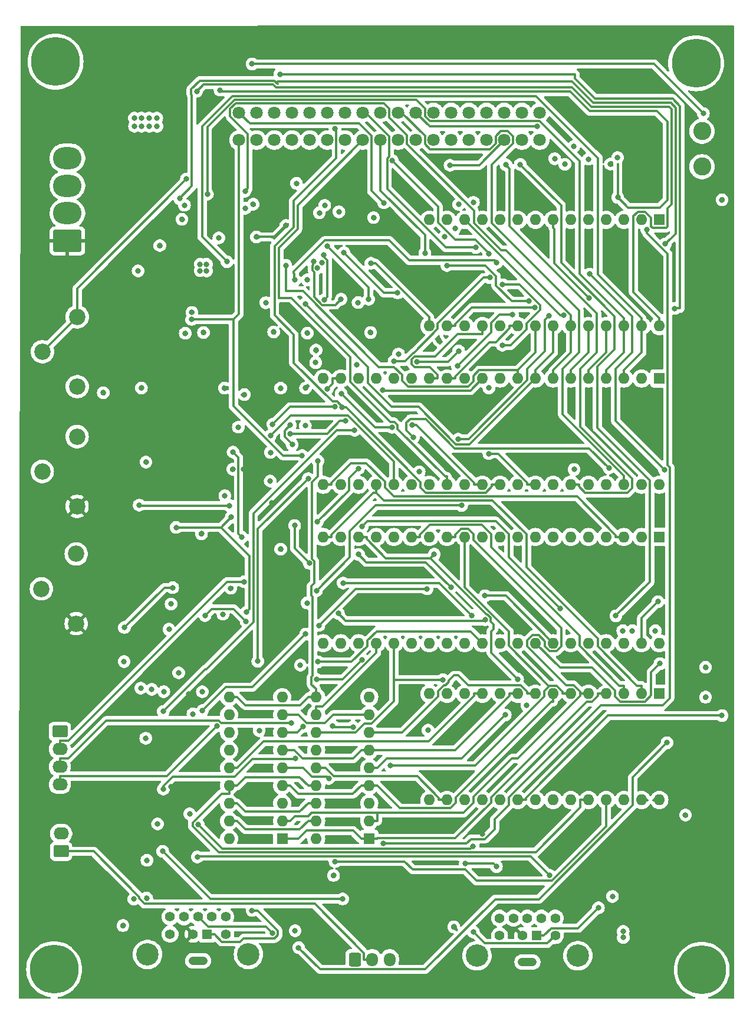
<source format=gbr>
%TF.GenerationSoftware,KiCad,Pcbnew,8.0.4*%
%TF.CreationDate,2024-08-19T15:35:32+02:00*%
%TF.ProjectId,LogicBoard 3GE,4c6f6769-6342-46f6-9172-64203347452e,rev?*%
%TF.SameCoordinates,Original*%
%TF.FileFunction,Copper,L2,Inr*%
%TF.FilePolarity,Positive*%
%FSLAX46Y46*%
G04 Gerber Fmt 4.6, Leading zero omitted, Abs format (unit mm)*
G04 Created by KiCad (PCBNEW 8.0.4) date 2024-08-19 15:35:32*
%MOMM*%
%LPD*%
G01*
G04 APERTURE LIST*
G04 Aperture macros list*
%AMRoundRect*
0 Rectangle with rounded corners*
0 $1 Rounding radius*
0 $2 $3 $4 $5 $6 $7 $8 $9 X,Y pos of 4 corners*
0 Add a 4 corners polygon primitive as box body*
4,1,4,$2,$3,$4,$5,$6,$7,$8,$9,$2,$3,0*
0 Add four circle primitives for the rounded corners*
1,1,$1+$1,$2,$3*
1,1,$1+$1,$4,$5*
1,1,$1+$1,$6,$7*
1,1,$1+$1,$8,$9*
0 Add four rect primitives between the rounded corners*
20,1,$1+$1,$2,$3,$4,$5,0*
20,1,$1+$1,$4,$5,$6,$7,0*
20,1,$1+$1,$6,$7,$8,$9,0*
20,1,$1+$1,$8,$9,$2,$3,0*%
G04 Aperture macros list end*
%TA.AperFunction,ComponentPad*%
%ADD10C,7.000000*%
%TD*%
%TA.AperFunction,ComponentPad*%
%ADD11O,1.600000X1.600000*%
%TD*%
%TA.AperFunction,ComponentPad*%
%ADD12R,1.600000X1.600000*%
%TD*%
%TA.AperFunction,ComponentPad*%
%ADD13RoundRect,0.250000X1.800000X-1.330000X1.800000X1.330000X-1.800000X1.330000X-1.800000X-1.330000X0*%
%TD*%
%TA.AperFunction,ComponentPad*%
%ADD14O,4.100000X3.160000*%
%TD*%
%TA.AperFunction,ComponentPad*%
%ADD15C,1.800000*%
%TD*%
%TA.AperFunction,ComponentPad*%
%ADD16RoundRect,0.250000X-0.600000X-0.725000X0.600000X-0.725000X0.600000X0.725000X-0.600000X0.725000X0*%
%TD*%
%TA.AperFunction,ComponentPad*%
%ADD17O,1.700000X1.950000*%
%TD*%
%TA.AperFunction,ComponentPad*%
%ADD18C,2.340000*%
%TD*%
%TA.AperFunction,ComponentPad*%
%ADD19C,3.216000*%
%TD*%
%TA.AperFunction,ComponentPad*%
%ADD20O,2.730000X1.230000*%
%TD*%
%TA.AperFunction,ComponentPad*%
%ADD21C,1.408000*%
%TD*%
%TA.AperFunction,ComponentPad*%
%ADD22R,1.408000X1.408000*%
%TD*%
%TA.AperFunction,ComponentPad*%
%ADD23RoundRect,0.250000X-0.845000X0.620000X-0.845000X-0.620000X0.845000X-0.620000X0.845000X0.620000X0*%
%TD*%
%TA.AperFunction,ComponentPad*%
%ADD24O,2.190000X1.740000*%
%TD*%
%TA.AperFunction,ComponentPad*%
%ADD25RoundRect,0.250000X0.845000X-0.620000X0.845000X0.620000X-0.845000X0.620000X-0.845000X-0.620000X0*%
%TD*%
%TA.AperFunction,ComponentPad*%
%ADD26C,2.600000*%
%TD*%
%TA.AperFunction,ViaPad*%
%ADD27C,0.800000*%
%TD*%
%TA.AperFunction,Conductor*%
%ADD28C,0.300000*%
%TD*%
G04 APERTURE END LIST*
D10*
%TO.N,GND*%
%TO.C,MNT2*%
X146530000Y-162880000D03*
%TD*%
D11*
%TO.N,+5V*%
%TO.C,IC201*%
X140440000Y-138510000D03*
X137900000Y-138510000D03*
%TO.N,unconnected-(IC201-NC-Pad26)*%
X135360000Y-138510000D03*
%TO.N,/A8*%
X132820000Y-138510000D03*
%TO.N,/A9*%
X130280000Y-138510000D03*
%TO.N,/A11*%
X127740000Y-138510000D03*
%TO.N,/~{ROMOE}*%
X125200000Y-138510000D03*
%TO.N,/A10*%
X122660000Y-138510000D03*
%TO.N,/~{ROMS}*%
X120120000Y-138510000D03*
%TO.N,/D7*%
X117580000Y-138510000D03*
%TO.N,/D6*%
X115040000Y-138510000D03*
%TO.N,/D5*%
X112500000Y-138510000D03*
%TO.N,/D4*%
X109960000Y-138510000D03*
%TO.N,/D3*%
X107420000Y-138510000D03*
%TO.N,GND*%
X107420000Y-123270000D03*
%TO.N,/D2*%
X109960000Y-123270000D03*
%TO.N,/D1*%
X112500000Y-123270000D03*
%TO.N,/D0*%
X115040000Y-123270000D03*
%TO.N,/A0*%
X117580000Y-123270000D03*
%TO.N,/A1*%
X120120000Y-123270000D03*
%TO.N,/A2*%
X122660000Y-123270000D03*
%TO.N,/A3*%
X125200000Y-123270000D03*
%TO.N,/A4*%
X127740000Y-123270000D03*
%TO.N,/A5*%
X130280000Y-123270000D03*
%TO.N,/A6*%
X132820000Y-123270000D03*
%TO.N,/A7*%
X135360000Y-123270000D03*
%TO.N,/A12*%
X137900000Y-123270000D03*
D12*
%TO.N,+5V*%
X140440000Y-123270000D03*
%TD*%
D13*
%TO.N,-5VA*%
%TO.C,J204*%
X55455000Y-58310000D03*
D14*
%TO.N,GND*%
X55455000Y-54350000D03*
%TO.N,+5V*%
X55455000Y-50390000D03*
%TO.N,-12VA*%
X55455000Y-46430000D03*
%TD*%
D10*
%TO.N,GND*%
%TO.C,MNT4*%
X53550000Y-162790000D03*
%TD*%
D15*
%TO.N,/~{HALT}*%
%TO.C,J201*%
X123270000Y-39880000D03*
%TO.N,+5V*%
X123270000Y-43840000D03*
%TO.N,/A7*%
X120730000Y-39880000D03*
%TO.N,+5V*%
X120730000Y-43840000D03*
%TO.N,/A6*%
X118190000Y-39880000D03*
%TO.N,/A8*%
X118190000Y-43840000D03*
%TO.N,/A5*%
X115650000Y-39880000D03*
%TO.N,/A9*%
X115650000Y-43840000D03*
%TO.N,/A4*%
X113110000Y-39880000D03*
%TO.N,/A11*%
X113110000Y-43840000D03*
%TO.N,/A3*%
X110570000Y-39880000D03*
%TO.N,/~{E}*%
X110570000Y-43840000D03*
%TO.N,/A2*%
X108030000Y-39880000D03*
%TO.N,/A10*%
X108030000Y-43840000D03*
%TO.N,/A1*%
X105490000Y-39880000D03*
%TO.N,/A15*%
X105490000Y-43840000D03*
%TO.N,/A0*%
X102950000Y-39880000D03*
%TO.N,/D7*%
X102950000Y-43840000D03*
%TO.N,/D0*%
X100410000Y-39880000D03*
%TO.N,/D6*%
X100410000Y-43840000D03*
%TO.N,/D1*%
X97870000Y-39880000D03*
%TO.N,/D5*%
X97870000Y-43840000D03*
%TO.N,/D2*%
X95330000Y-39880000D03*
%TO.N,/D4*%
X95330000Y-43840000D03*
%TO.N,GND*%
X92790000Y-39880000D03*
%TO.N,/D3*%
X92790000Y-43840000D03*
%TO.N,GND*%
X90250000Y-39880000D03*
X90250000Y-43840000D03*
%TO.N,/A12*%
X87710000Y-39880000D03*
%TO.N,/R~{W}*%
X87710000Y-43840000D03*
%TO.N,/A13*%
X85170000Y-39880000D03*
%TO.N,/~{CARTS}*%
X85170000Y-43840000D03*
%TO.N,/A14*%
X82630000Y-39880000D03*
%TO.N,/~{NMI}*%
X82630000Y-43840000D03*
%TO.N,/PB6*%
X80090000Y-39880000D03*
%TO.N,/~{IRQ}*%
X80090000Y-43840000D03*
%TD*%
D16*
%TO.N,GND*%
%TO.C,J304*%
X96720000Y-161390000D03*
D17*
%TO.N,/AUDIO*%
X99220000Y-161390000D03*
%TO.N,/CH(A+B+C)+DIGITAL_AUDIO*%
X101720000Y-161390000D03*
%TD*%
D18*
%TO.N,-5VA*%
%TO.C,R335*%
X56720000Y-113210000D03*
%TO.N,/X_OFFSET*%
X51720000Y-108210000D03*
%TO.N,+5V*%
X56720000Y-103210000D03*
%TD*%
D10*
%TO.N,GND*%
%TO.C,MNT1*%
X53750000Y-32590000D03*
%TD*%
D12*
%TO.N,/CHC*%
%TO.C,IC208*%
X140440000Y-55280000D03*
D11*
%TO.N,unconnected-(IC208-TEST1-Pad2)*%
X137900000Y-55280000D03*
%TO.N,+5V*%
X135360000Y-55280000D03*
%TO.N,/CHB*%
X132820000Y-55280000D03*
%TO.N,/CHA*%
X130280000Y-55280000D03*
%TO.N,GND*%
X127740000Y-55280000D03*
%TO.N,/SW7*%
X125200000Y-55280000D03*
%TO.N,/SW6*%
X122660000Y-55280000D03*
%TO.N,/SW5*%
X120120000Y-55280000D03*
%TO.N,/SW4*%
X117580000Y-55280000D03*
%TO.N,/SW3*%
X115040000Y-55280000D03*
%TO.N,/SW2*%
X112500000Y-55280000D03*
%TO.N,/SW1*%
X109960000Y-55280000D03*
%TO.N,/SW0*%
X107420000Y-55280000D03*
%TO.N,/E*%
X107420000Y-70520000D03*
%TO.N,/~{RESET}*%
X109960000Y-70520000D03*
%TO.N,/BC2*%
X112500000Y-70520000D03*
%TO.N,/BDIR*%
X115040000Y-70520000D03*
%TO.N,/BC2*%
X117580000Y-70520000D03*
%TO.N,/BC1*%
X120120000Y-70520000D03*
%TO.N,/P7*%
X122660000Y-70520000D03*
%TO.N,/P6*%
X125200000Y-70520000D03*
%TO.N,/P5*%
X127740000Y-70520000D03*
%TO.N,/P4*%
X130280000Y-70520000D03*
%TO.N,/P3*%
X132820000Y-70520000D03*
%TO.N,/P2*%
X135360000Y-70520000D03*
%TO.N,/P1*%
X137900000Y-70520000D03*
%TO.N,/P0*%
X140440000Y-70520000D03*
%TD*%
D19*
%TO.N,GND*%
%TO.C,J202*%
X81450000Y-160670000D03*
X66950000Y-160670000D03*
D20*
X74200000Y-161570000D03*
D21*
%TO.N,/J202_B1*%
X70200000Y-155270000D03*
%TO.N,/J202_Y*%
X72200000Y-155270000D03*
%TO.N,/J202_B2*%
X78200000Y-155270000D03*
%TO.N,+5V*%
X70200000Y-157770000D03*
%TO.N,/J202_B3*%
X74200000Y-155270000D03*
%TO.N,GND*%
X76200000Y-155270000D03*
%TO.N,/J202_B4*%
X78200000Y-157770000D03*
%TO.N,-5VA*%
X73500000Y-157770000D03*
D22*
%TO.N,/J202_X*%
X75500000Y-157770000D03*
%TD*%
D10*
%TO.N,GND*%
%TO.C,MNT3*%
X145730000Y-32830000D03*
%TD*%
D18*
%TO.N,-5VA*%
%TO.C,R333*%
X56840000Y-96380000D03*
%TO.N,/Y_OFFSET*%
X51840000Y-91380000D03*
%TO.N,+5V*%
X56840000Y-86380000D03*
%TD*%
D23*
%TO.N,GND*%
%TO.C,J301*%
X54370000Y-128670000D03*
D24*
%TO.N,/Y*%
X54370000Y-131210000D03*
%TO.N,/X*%
X54370000Y-133750000D03*
%TO.N,/Z*%
X54370000Y-136290000D03*
%TD*%
D18*
%TO.N,Net-(R301-Pad1)*%
%TO.C,R302*%
X56870000Y-79210000D03*
%TO.N,/IOUT*%
X51870000Y-74210000D03*
X56870000Y-69210000D03*
%TD*%
D25*
%TO.N,/AUDIO*%
%TO.C,J302*%
X54550000Y-145870000D03*
D24*
%TO.N,unconnected-(J302-Pin_2-Pad2)*%
X54550000Y-143330000D03*
%TD*%
D22*
%TO.N,/J203_X*%
%TO.C,J203*%
X122800000Y-157960000D03*
D21*
%TO.N,-5VA*%
X120800000Y-157960000D03*
%TO.N,/J203_B4*%
X125500000Y-157960000D03*
%TO.N,GND*%
X123500000Y-155460000D03*
%TO.N,/J203_B3*%
X121500000Y-155460000D03*
%TO.N,+5V*%
X117500000Y-157960000D03*
%TO.N,/J203_B2*%
X125500000Y-155460000D03*
%TO.N,/J203_Y*%
X119500000Y-155460000D03*
%TO.N,/J203_B1*%
X117500000Y-155460000D03*
D20*
%TO.N,GND*%
X121500000Y-161760000D03*
D19*
X114250000Y-160860000D03*
X128750000Y-160860000D03*
%TD*%
D26*
%TO.N,/SWITCH_RESET*%
%TO.C,SW201*%
X146580000Y-47660000D03*
X146580000Y-42580000D03*
%TD*%
D12*
%TO.N,GND*%
%TO.C,IC207*%
X140440000Y-78030000D03*
D11*
%TO.N,/P0*%
X137900000Y-78030000D03*
%TO.N,/P1*%
X135360000Y-78030000D03*
%TO.N,/P2*%
X132820000Y-78030000D03*
%TO.N,/P3*%
X130280000Y-78030000D03*
%TO.N,/P4*%
X127740000Y-78030000D03*
%TO.N,/P5*%
X125200000Y-78030000D03*
%TO.N,/P6*%
X122660000Y-78030000D03*
%TO.N,/P7*%
X120120000Y-78030000D03*
%TO.N,/SH*%
X117580000Y-78030000D03*
%TO.N,/SEL0*%
X115040000Y-78030000D03*
%TO.N,/SEL1*%
X112500000Y-78030000D03*
%TO.N,/BC1*%
X109960000Y-78030000D03*
%TO.N,/BDIR*%
X107420000Y-78030000D03*
%TO.N,/COMPARE*%
X104880000Y-78030000D03*
%TO.N,/PB6*%
X102340000Y-78030000D03*
%TO.N,/~{RAMP}*%
X99800000Y-78030000D03*
%TO.N,unconnected-(IC207-CB1-Pad18)*%
X97260000Y-78030000D03*
%TO.N,/~{BLANK}*%
X94720000Y-78030000D03*
%TO.N,+5V*%
X92180000Y-78030000D03*
%TO.N,/~{IRQ}*%
X92180000Y-93270000D03*
%TO.N,/R~{W}*%
X94720000Y-93270000D03*
%TO.N,/~{IOS}*%
X97260000Y-93270000D03*
%TO.N,/A12*%
X99800000Y-93270000D03*
%TO.N,/E*%
X102340000Y-93270000D03*
%TO.N,/D7*%
X104880000Y-93270000D03*
%TO.N,/D6*%
X107420000Y-93270000D03*
%TO.N,/D5*%
X109960000Y-93270000D03*
%TO.N,/D4*%
X112500000Y-93270000D03*
%TO.N,/D3*%
X115040000Y-93270000D03*
%TO.N,/D2*%
X117580000Y-93270000D03*
%TO.N,/D1*%
X120120000Y-93270000D03*
%TO.N,/D0*%
X122660000Y-93270000D03*
%TO.N,/~{RESET}*%
X125200000Y-93270000D03*
%TO.N,/A3*%
X127740000Y-93270000D03*
%TO.N,/A2*%
X130280000Y-93270000D03*
%TO.N,/A1*%
X132820000Y-93270000D03*
%TO.N,/A0*%
X135360000Y-93270000D03*
%TO.N,/~{ZERO}*%
X137900000Y-93270000D03*
%TO.N,/SW7*%
X140440000Y-93270000D03*
%TD*%
%TO.N,+5V*%
%TO.C,IC204*%
X78670000Y-144070000D03*
%TO.N,/A7*%
X78670000Y-141530000D03*
%TO.N,/A8*%
X78670000Y-138990000D03*
%TO.N,/A9*%
X78670000Y-136450000D03*
%TO.N,/D0*%
X78670000Y-133910000D03*
%TO.N,/D1*%
X78670000Y-131370000D03*
%TO.N,/D2*%
X78670000Y-128830000D03*
%TO.N,/D3*%
X78670000Y-126290000D03*
%TO.N,/RAM_R~{W}*%
X78670000Y-123750000D03*
%TO.N,GND*%
X86290000Y-123750000D03*
%TO.N,/~{RAMS}*%
X86290000Y-126290000D03*
%TO.N,/A2*%
X86290000Y-128830000D03*
%TO.N,/A1*%
X86290000Y-131370000D03*
%TO.N,/A0*%
X86290000Y-133910000D03*
%TO.N,/A3*%
X86290000Y-136450000D03*
%TO.N,/A4*%
X86290000Y-138990000D03*
%TO.N,/A5*%
X86290000Y-141530000D03*
D12*
%TO.N,/A6*%
X86290000Y-144070000D03*
%TD*%
D11*
%TO.N,+5V*%
%TO.C,IC205*%
X91170000Y-144070000D03*
%TO.N,/A7*%
X91170000Y-141530000D03*
%TO.N,/A8*%
X91170000Y-138990000D03*
%TO.N,/A9*%
X91170000Y-136450000D03*
%TO.N,/D4*%
X91170000Y-133910000D03*
%TO.N,/D5*%
X91170000Y-131370000D03*
%TO.N,/D6*%
X91170000Y-128830000D03*
%TO.N,/D7*%
X91170000Y-126290000D03*
%TO.N,/RAM_R~{W}*%
X91170000Y-123750000D03*
%TO.N,GND*%
X98790000Y-123750000D03*
%TO.N,/~{RAMS}*%
X98790000Y-126290000D03*
%TO.N,/A2*%
X98790000Y-128830000D03*
%TO.N,/A1*%
X98790000Y-131370000D03*
%TO.N,/A0*%
X98790000Y-133910000D03*
%TO.N,/A3*%
X98790000Y-136450000D03*
%TO.N,/A4*%
X98790000Y-138990000D03*
%TO.N,/A5*%
X98790000Y-141530000D03*
D12*
%TO.N,/A6*%
X98790000Y-144070000D03*
%TD*%
%TO.N,GND*%
%TO.C,IC206*%
X140440000Y-100780000D03*
D11*
%TO.N,/~{NMI}*%
X137900000Y-100780000D03*
%TO.N,/~{IRQ}*%
X135360000Y-100780000D03*
%TO.N,/SW3*%
X132820000Y-100780000D03*
%TO.N,unconnected-(IC206-BS-Pad5)*%
X130280000Y-100780000D03*
%TO.N,unconnected-(IC206-BA-Pad6)*%
X127740000Y-100780000D03*
%TO.N,+5V*%
X125200000Y-100780000D03*
%TO.N,/CPU_A0*%
X122660000Y-100780000D03*
%TO.N,/CPU_A1*%
X120120000Y-100780000D03*
%TO.N,/A2*%
X117580000Y-100780000D03*
%TO.N,/A3*%
X115040000Y-100780000D03*
%TO.N,/A4*%
X112500000Y-100780000D03*
%TO.N,/A5*%
X109960000Y-100780000D03*
%TO.N,/A6*%
X107420000Y-100780000D03*
%TO.N,/A7*%
X104880000Y-100780000D03*
%TO.N,/A8*%
X102340000Y-100780000D03*
%TO.N,/A9*%
X99800000Y-100780000D03*
%TO.N,/A10*%
X97260000Y-100780000D03*
%TO.N,/A11*%
X94720000Y-100780000D03*
%TO.N,/A12*%
X92180000Y-100780000D03*
%TO.N,/A13*%
X92180000Y-116020000D03*
%TO.N,/A14*%
X94720000Y-116020000D03*
%TO.N,/A15*%
X97260000Y-116020000D03*
%TO.N,/D7*%
X99800000Y-116020000D03*
%TO.N,/D6*%
X102340000Y-116020000D03*
%TO.N,/D5*%
X104880000Y-116020000D03*
%TO.N,/D4*%
X107420000Y-116020000D03*
%TO.N,/D3*%
X109960000Y-116020000D03*
%TO.N,/D2*%
X112500000Y-116020000D03*
%TO.N,/D1*%
X115040000Y-116020000D03*
%TO.N,/D0*%
X117580000Y-116020000D03*
%TO.N,/CPU_R~{W}*%
X120120000Y-116020000D03*
%TO.N,Net-(IC206-~{DMA{slash}BREQ})*%
X122660000Y-116020000D03*
%TO.N,/CPU_E*%
X125200000Y-116020000D03*
%TO.N,unconnected-(IC206-Q-Pad35)*%
X127740000Y-116020000D03*
%TO.N,Net-(IC206-MRDY)*%
X130280000Y-116020000D03*
%TO.N,/~{RESET}*%
X132820000Y-116020000D03*
%TO.N,/EXTAL*%
X135360000Y-116020000D03*
%TO.N,/XTAL*%
X137900000Y-116020000D03*
%TO.N,/~{HALT}*%
X140440000Y-116020000D03*
%TD*%
D27*
%TO.N,GND*%
X134450000Y-46350000D03*
X139870000Y-114220000D03*
X136580000Y-114230000D03*
X135200000Y-114230000D03*
X135270000Y-158230000D03*
X135250000Y-157370000D03*
X83930000Y-67170000D03*
X89900000Y-63900000D03*
%TO.N,/SW4*%
X88130000Y-63910000D03*
%TO.N,/P7*%
X86800000Y-61810000D03*
%TO.N,GND*%
X126890000Y-47320000D03*
X75450000Y-62600000D03*
X74510000Y-62590000D03*
X75410000Y-61660000D03*
X74510000Y-61660000D03*
X67210000Y-41860000D03*
X65090000Y-41860000D03*
X68320000Y-41860000D03*
X66100000Y-41860000D03*
X68290000Y-40680000D03*
X67180000Y-40680000D03*
X66070000Y-40680000D03*
X65060000Y-40680000D03*
%TO.N,/X*%
X87583800Y-127466000D03*
%TO.N,/Y*%
X80855700Y-107205000D03*
%TO.N,Net-(IC305-Pad9)*%
X78726900Y-96272100D03*
X65756600Y-96210000D03*
%TO.N,Net-(IC304-Pad7)*%
X69217900Y-125801000D03*
X96677700Y-85458400D03*
%TO.N,/X3*%
X69126300Y-145880000D03*
X94962500Y-152717000D03*
%TO.N,/SW4*%
X64998500Y-152719000D03*
X117088000Y-61419100D03*
%TO.N,/SW1*%
X109952000Y-61858800D03*
X121709000Y-66961900D03*
X130434000Y-63070900D03*
X141194000Y-91115700D03*
X133718000Y-152344000D03*
%TO.N,/SW5*%
X111448000Y-76266200D03*
X119352000Y-68918400D03*
%TO.N,/SW6*%
X88150000Y-157270000D03*
%TO.N,/SW2*%
X126697000Y-68982800D03*
%TO.N,/P2*%
X75553600Y-51601800D03*
%TO.N,/~{BLANK}*%
X92773900Y-79539300D03*
X90030200Y-92415300D03*
X82797600Y-118617000D03*
%TO.N,/~{ZERO}*%
X133194000Y-90896200D03*
X105155000Y-86473100D03*
X102066000Y-85040700D03*
X94760700Y-80193000D03*
X93887200Y-82111000D03*
X84928400Y-84616700D03*
X84574800Y-92751100D03*
%TO.N,/~{RAMP}*%
X89871800Y-110252000D03*
X91356300Y-98589500D03*
X97235600Y-90942900D03*
%TO.N,/SW7*%
X141551000Y-130302000D03*
X88654000Y-159699000D03*
X130346000Y-66509100D03*
%TO.N,/PB6*%
X100890000Y-52851200D03*
%TO.N,/SEL0*%
X100690000Y-79713100D03*
X97793300Y-118369000D03*
X91248600Y-121193000D03*
X88153400Y-132522000D03*
X69227500Y-136945000D03*
%TO.N,/P4*%
X77361300Y-36663000D03*
X134475000Y-52062400D03*
%TO.N,/P1*%
X78350100Y-61282000D03*
%TO.N,/SH*%
X91221200Y-108469000D03*
X112057000Y-96259100D03*
%TO.N,/SEL1*%
X107102000Y-108210000D03*
X91561700Y-113463000D03*
X89660300Y-114710000D03*
X74845700Y-125685000D03*
%TO.N,/P5*%
X80958700Y-51181200D03*
%TO.N,/P0*%
X72261400Y-53173700D03*
X74020600Y-36834200D03*
%TO.N,/P6*%
X89607600Y-67377600D03*
X80985600Y-53621400D03*
%TO.N,/P3*%
X71561500Y-52222900D03*
X141300000Y-58754500D03*
%TO.N,Net-(IC206-~{DMA{slash}BREQ})*%
X140533000Y-118951000D03*
%TO.N,/SW3*%
X128199000Y-91098300D03*
%TO.N,/~{IRQ}*%
X73292600Y-69573100D03*
X89157700Y-89100600D03*
%TO.N,/CPU_E*%
X95044400Y-107387000D03*
X113517000Y-112059000D03*
X115409000Y-109204000D03*
%TO.N,/CPU_R~{W}*%
X110542000Y-108009000D03*
X97257500Y-103284000D03*
X84600000Y-88648700D03*
%TO.N,/~{NMI}*%
X142669000Y-67990200D03*
X85950000Y-34390000D03*
%TO.N,/RAM_R~{W}*%
X91433900Y-89872900D03*
%TO.N,/~{CARTS}*%
X91361500Y-62194100D03*
%TO.N,/R~{W}*%
X88342000Y-50045400D03*
%TO.N,/A14*%
X92400300Y-53205400D03*
%TO.N,/~{A11&E}*%
X92271100Y-60356300D03*
X92353500Y-66739900D03*
%TO.N,/A13*%
X92776200Y-59044500D03*
X98712700Y-66678700D03*
%TO.N,/E*%
X99026900Y-61514500D03*
X84595300Y-86245200D03*
%TO.N,/A15*%
X97187700Y-67149100D03*
X94438900Y-54130600D03*
%TO.N,/~{ROMS}*%
X149440000Y-126408000D03*
X90824200Y-61269600D03*
X94752400Y-66682000D03*
X146776000Y-40030700D03*
X81965400Y-32920600D03*
%TO.N,/A11*%
X97773300Y-99297300D03*
X126236000Y-111062000D03*
X95168100Y-60016900D03*
X102876000Y-65762400D03*
X111630000Y-53061900D03*
%TO.N,/A0*%
X118318000Y-126311000D03*
X92987500Y-135420000D03*
%TO.N,/D6*%
X109384000Y-121248000D03*
X106783000Y-60038000D03*
%TO.N,/A6*%
X120469000Y-47336700D03*
X134202000Y-112093000D03*
%TO.N,/D0*%
X115971000Y-88818700D03*
X115971000Y-79403900D03*
X117906000Y-73293400D03*
X117943000Y-64583800D03*
X115972000Y-60174700D03*
X102112000Y-46802200D03*
%TO.N,/D2*%
X93882600Y-42206400D03*
X87402500Y-85961200D03*
X94918600Y-82173800D03*
X95366800Y-84137300D03*
%TO.N,/A2*%
X96461200Y-128032000D03*
X93522200Y-127884000D03*
X89265900Y-127978000D03*
%TO.N,/A3*%
X118433000Y-47392500D03*
%TO.N,/A4*%
X101827000Y-133600000D03*
X111106000Y-56520700D03*
%TO.N,/A8*%
X93882600Y-147329000D03*
X105962000Y-91425100D03*
X109606000Y-57727700D03*
X110390000Y-47460200D03*
%TO.N,/A10*%
X120092000Y-121163000D03*
X121425000Y-124951000D03*
X108132000Y-103267000D03*
%TO.N,/D1*%
X91433900Y-118693000D03*
X114086000Y-59250900D03*
%TO.N,/A1*%
X122927000Y-41900300D03*
%TO.N,/D4*%
X111634000Y-74093800D03*
X105631000Y-75645400D03*
%TO.N,/D3*%
X104929000Y-84716600D03*
X102999000Y-74534900D03*
%TO.N,/A7*%
X124576000Y-69044500D03*
X111573000Y-86754200D03*
%TO.N,/A9*%
X102361000Y-75550500D03*
X116110000Y-63569700D03*
%TO.N,/~{ROMOE}*%
X92008800Y-61400200D03*
X87464500Y-84734100D03*
X87737500Y-87529300D03*
X88082100Y-99146200D03*
X90184900Y-104541000D03*
X94365500Y-111760000D03*
X115426000Y-112652000D03*
%TO.N,/Z*%
X76916500Y-127892000D03*
%TO.N,/CH(A+B+C)*%
X138644000Y-56644700D03*
X100828000Y-144768000D03*
%TO.N,/IOUT*%
X72541700Y-49439700D03*
X67573600Y-122653000D03*
%TO.N,/VOUT*%
X73477600Y-126174000D03*
X78059000Y-94853100D03*
%TO.N,/IC303D_X*%
X81179000Y-111540000D03*
X71057700Y-99417200D03*
X78973400Y-97956800D03*
%TO.N,/IC303D_FB*%
X75213500Y-112067000D03*
X81104500Y-112870000D03*
%TO.N,/IC303A_FB*%
X80506600Y-100815000D03*
X79239900Y-88600900D03*
%TO.N,/POT0*%
X74100500Y-146680000D03*
X124680000Y-149313000D03*
%TO.N,/POT1*%
X74244600Y-142050000D03*
X113704000Y-145166000D03*
%TO.N,/POTX*%
X72997300Y-140509000D03*
X69292200Y-122964000D03*
%TO.N,/X0*%
X70333400Y-110400000D03*
X68404900Y-141945000D03*
%TO.N,/J203_X*%
X131707000Y-153986000D03*
%TO.N,/J202_X*%
X81965400Y-154368000D03*
%TO.N,/~{RESET}*%
X122543000Y-67883800D03*
%TO.N,/J202_B3*%
X84890300Y-157597000D03*
%TO.N,/J203_B4*%
X113745000Y-157434000D03*
%TO.N,/XTAL*%
X140255000Y-110047000D03*
%TO.N,-5VA*%
X70300000Y-136616000D03*
X82090700Y-94787000D03*
X58131000Y-118290000D03*
X80760700Y-91100100D03*
X84791400Y-95893600D03*
X114015000Y-142926000D03*
X115073000Y-143347000D03*
X79117400Y-113160000D03*
X72843700Y-123304000D03*
%TO.N,+5V*%
X91160000Y-73970000D03*
X78920000Y-108140000D03*
X85070000Y-71370000D03*
X93670000Y-149330000D03*
X66867300Y-147169000D03*
X77784800Y-111851000D03*
X99416200Y-54973400D03*
X89653600Y-79407700D03*
X72370500Y-71566100D03*
X79179900Y-91066300D03*
X98980600Y-71439300D03*
X86080000Y-102531000D03*
X86079800Y-79437700D03*
X149440000Y-52412200D03*
X75001000Y-71448200D03*
X133424000Y-47280000D03*
X73325500Y-68571300D03*
X80861800Y-80367900D03*
X66075800Y-79402700D03*
X110939000Y-156702000D03*
X68718000Y-58983900D03*
X63439300Y-156525000D03*
X66736400Y-90034000D03*
X144196000Y-140684000D03*
X113745000Y-52776500D03*
X147088000Y-123757000D03*
X89908200Y-71531900D03*
X147086000Y-119472000D03*
X108801000Y-72614300D03*
X66836400Y-152587000D03*
X66700800Y-129654000D03*
X71898000Y-55207700D03*
X77993000Y-79427700D03*
X82589600Y-57733500D03*
X82131200Y-53049000D03*
X60604900Y-80092300D03*
X86823100Y-56083200D03*
X74704000Y-100330000D03*
%TO.N,GND*%
X88910000Y-119180000D03*
X107230000Y-128500000D03*
X96970000Y-76060000D03*
X89610000Y-84830000D03*
X112580000Y-147630000D03*
X117060000Y-148080000D03*
X70040000Y-114020000D03*
X71430000Y-120270000D03*
X82990000Y-128580000D03*
X74830000Y-122970000D03*
X91100000Y-75770000D03*
X80000000Y-85030000D03*
X70570000Y-108050000D03*
X63640000Y-113770000D03*
X65980000Y-122480000D03*
X63590000Y-118650000D03*
X65610000Y-62600000D03*
X77200000Y-57870000D03*
X91630000Y-54280000D03*
X128160000Y-44760000D03*
X125420000Y-46510000D03*
X130280000Y-46590000D03*
%TD*%
D28*
%TO.N,/~{NMI}*%
X143420000Y-67962200D02*
X142697000Y-67962200D01*
X142697000Y-67962200D02*
X142669000Y-67990200D01*
%TO.N,/P4*%
X77479500Y-36910000D02*
X127664416Y-36910000D01*
X127664416Y-36910000D02*
X130444416Y-39690000D01*
X130444416Y-39690000D02*
X140100000Y-39690000D01*
X140100000Y-39690000D02*
X141580000Y-41170000D01*
X135940800Y-53528200D02*
X134475000Y-52062400D01*
X141580000Y-41170000D02*
X141580000Y-52470000D01*
X141580000Y-52470000D02*
X140521800Y-53528200D01*
X140521800Y-53528200D02*
X135940800Y-53528200D01*
%TO.N,/P0*%
X130692944Y-39090000D02*
X127911472Y-36308528D01*
X74020600Y-36834200D02*
X74974900Y-35879900D01*
X85015300Y-35879900D02*
X85418900Y-36283500D01*
X74974900Y-35879900D02*
X85015300Y-35879900D01*
X85418900Y-36283500D02*
X127886444Y-36283500D01*
X127886444Y-36283500D02*
X127911472Y-36308528D01*
X139570000Y-39090000D02*
X130692944Y-39090000D01*
X141610000Y-53612500D02*
X142180000Y-53042500D01*
X142180000Y-53042500D02*
X142180000Y-39428528D01*
X142180000Y-39428528D02*
X141841472Y-39090000D01*
X141841472Y-39090000D02*
X139570000Y-39090000D01*
%TO.N,/P3*%
X142810000Y-53693972D02*
X142810000Y-57244100D01*
X142810000Y-57244100D02*
X142122000Y-57932100D01*
X142820000Y-39220000D02*
X142810000Y-53693972D01*
X85626600Y-35440000D02*
X127891472Y-35440000D01*
X127891472Y-35440000D02*
X130941472Y-38490000D01*
X130941472Y-38490000D02*
X142090000Y-38490000D01*
X142090000Y-38490000D02*
X142820000Y-39220000D01*
%TO.N,/~{NMI}*%
X143420000Y-67962200D02*
X143420000Y-38960000D01*
X142350000Y-37890000D02*
X131190000Y-37890000D01*
X131190000Y-37890000D02*
X128330100Y-35030100D01*
X143420000Y-38960000D02*
X142350000Y-37890000D01*
X128330100Y-35030100D02*
X128342300Y-35017900D01*
X128342300Y-35017900D02*
X128342300Y-34390000D01*
X128342300Y-34390000D02*
X85950000Y-34390000D01*
%TO.N,/SW4*%
X88130000Y-63910000D02*
X87960000Y-63850000D01*
X87960000Y-62732700D02*
X88130000Y-63910000D01*
X90072500Y-60620200D02*
X87960000Y-62732700D01*
%TO.N,/P7*%
X89276200Y-65513200D02*
X86803200Y-65513200D01*
X86803200Y-65513200D02*
X86800000Y-65510000D01*
X86800000Y-65510000D02*
X86800000Y-61810000D01*
%TO.N,/D5*%
X97870000Y-43840000D02*
X88516400Y-53193600D01*
X88516400Y-53193600D02*
X88516400Y-56572128D01*
X96108300Y-74941200D02*
X96108300Y-78554500D01*
X88516400Y-56572128D02*
X85800000Y-59288528D01*
X85800000Y-66470000D02*
X87637100Y-66470000D01*
X87637100Y-66470000D02*
X96108300Y-74941200D01*
X96108300Y-78554500D02*
X101843000Y-84289000D01*
X102818000Y-84729400D02*
X102818000Y-85263900D01*
X101843000Y-84289000D02*
X102377000Y-84289000D01*
X85800000Y-59288528D02*
X85800000Y-66470000D01*
X102377000Y-84289000D02*
X102818000Y-84729400D01*
X102818000Y-85263900D02*
X109672000Y-92118300D01*
X109672000Y-92118300D02*
X109960000Y-92118300D01*
X109960000Y-92118300D02*
X109960000Y-93270000D01*
%TO.N,/D2*%
X93882600Y-42206400D02*
X94060000Y-42383800D01*
X94060000Y-42383800D02*
X94060000Y-46415700D01*
X94060000Y-46415700D02*
X87916400Y-52559300D01*
X93504300Y-81359300D02*
X94198500Y-81359300D01*
X94198500Y-81359300D02*
X94918600Y-82079400D01*
X87916400Y-52559300D02*
X87916400Y-56323600D01*
X87954900Y-71744900D02*
X87954900Y-75809900D01*
X85200000Y-59040000D02*
X85200000Y-68990000D01*
X85200000Y-68990000D02*
X87954900Y-71744900D01*
X87954900Y-75809900D02*
X93504300Y-81359300D01*
X87916400Y-56323600D02*
X85200000Y-59040000D01*
X94918600Y-82079400D02*
X94918600Y-82173800D01*
%TO.N,/X*%
X54370000Y-132528000D02*
X54370000Y-133750000D01*
X55591700Y-132528000D02*
X54370000Y-132528000D01*
X60980200Y-127140000D02*
X55591700Y-132528000D01*
X77227800Y-127140000D02*
X60980200Y-127140000D01*
X77553500Y-127466000D02*
X77227800Y-127140000D01*
X87583800Y-127466000D02*
X77553500Y-127466000D01*
%TO.N,/Y*%
X78374700Y-107205000D02*
X80855700Y-107205000D01*
X55591700Y-129988000D02*
X78374700Y-107205000D01*
X54370000Y-129988000D02*
X55591700Y-129988000D01*
X54370000Y-131210000D02*
X54370000Y-129988000D01*
%TO.N,Net-(IC305-Pad9)*%
X65818700Y-96272100D02*
X65756600Y-96210000D01*
X78726900Y-96272100D02*
X65818700Y-96272100D01*
%TO.N,Net-(IC304-Pad7)*%
X94107200Y-85458400D02*
X96677700Y-85458400D01*
X82149900Y-97415700D02*
X94107200Y-85458400D01*
X82149900Y-112979000D02*
X82149900Y-97415700D01*
X75372600Y-119756000D02*
X82149900Y-112979000D01*
X75262600Y-119756000D02*
X75372600Y-119756000D01*
X69217900Y-125801000D02*
X75262600Y-119756000D01*
%TO.N,/X3*%
X75962800Y-152717000D02*
X94962500Y-152717000D01*
X69126300Y-145880000D02*
X75962800Y-152717000D01*
%TO.N,/SW4*%
X92448400Y-58244300D02*
X90072500Y-60620200D01*
X101681000Y-58244300D02*
X92448400Y-58244300D01*
X104543000Y-61107100D02*
X101681000Y-58244300D01*
X116776000Y-61107100D02*
X104543000Y-61107100D01*
X117088000Y-61419100D02*
X116776000Y-61107100D01*
%TO.N,/SW1*%
X119232000Y-66961900D02*
X121709000Y-66961900D01*
X116986000Y-64715800D02*
X119232000Y-66961900D01*
X116986000Y-63352000D02*
X116986000Y-64715800D01*
X115492000Y-61858800D02*
X116986000Y-63352000D01*
X109952000Y-61858800D02*
X115492000Y-61858800D01*
X134166000Y-84087000D02*
X141194000Y-91115700D01*
X134166000Y-76668600D02*
X134166000Y-84087000D01*
X136512000Y-74322600D02*
X134166000Y-76668600D01*
X136512000Y-69148200D02*
X136512000Y-74322600D01*
X130434000Y-63070900D02*
X136512000Y-69148200D01*
%TO.N,/SW5*%
X116310000Y-71404600D02*
X111448000Y-76266200D01*
X116310000Y-70085600D02*
X116310000Y-71404600D01*
X117477000Y-68918400D02*
X116310000Y-70085600D01*
X119352000Y-68918400D02*
X117477000Y-68918400D01*
%TO.N,/SW2*%
X126203000Y-68982800D02*
X112500000Y-55280000D01*
X126697000Y-68982800D02*
X126203000Y-68982800D01*
%TO.N,/P2*%
X75553600Y-41930300D02*
X75553600Y-51601800D01*
X79433700Y-38050200D02*
X75553600Y-41930300D01*
X105515000Y-38050200D02*
X79433700Y-38050200D01*
X106778000Y-39313200D02*
X105515000Y-38050200D01*
X106778000Y-40428500D02*
X106778000Y-39313200D01*
X107489000Y-41139300D02*
X106778000Y-40428500D01*
X123284000Y-41139300D02*
X107489000Y-41139300D01*
X129008000Y-46862500D02*
X123284000Y-41139300D01*
X129008000Y-63015800D02*
X129008000Y-46862500D01*
X135360000Y-69368300D02*
X129008000Y-63015800D01*
X135360000Y-70520000D02*
X135360000Y-69368300D01*
X132820000Y-76878300D02*
X132820000Y-78030000D01*
X135360000Y-74338300D02*
X132820000Y-76878300D01*
X135360000Y-70520000D02*
X135360000Y-74338300D01*
%TO.N,/~{BLANK}*%
X93568300Y-78744900D02*
X92773900Y-79539300D01*
X93568300Y-78030000D02*
X93568300Y-78744900D01*
X94720000Y-78030000D02*
X93568300Y-78030000D01*
X82797600Y-99647900D02*
X90030200Y-92415300D01*
X82797600Y-118617000D02*
X82797600Y-99647900D01*
%TO.N,/BDIR*%
X108572000Y-78030000D02*
X107420000Y-78030000D01*
X108572000Y-77480700D02*
X108572000Y-78030000D01*
X107490000Y-76398700D02*
X108572000Y-77480700D01*
X105320000Y-76398700D02*
X107490000Y-76398700D01*
X104879000Y-75958200D02*
X105320000Y-76398700D01*
X104879000Y-75334200D02*
X104879000Y-75958200D01*
X105320000Y-74893700D02*
X104879000Y-75334200D01*
X108238000Y-74893700D02*
X105320000Y-74893700D01*
X111460000Y-71671700D02*
X108238000Y-74893700D01*
X115040000Y-71671700D02*
X111460000Y-71671700D01*
X115040000Y-70520000D02*
X115040000Y-71671700D01*
%TO.N,/~{ZERO}*%
X99608400Y-85040700D02*
X94760700Y-80193000D01*
X102066000Y-85040700D02*
X99608400Y-85040700D01*
X87434100Y-82111000D02*
X84928400Y-84616700D01*
X93887200Y-82111000D02*
X87434100Y-82111000D01*
X104128000Y-85446100D02*
X105155000Y-86473100D01*
X104128000Y-84412400D02*
X104128000Y-85446100D01*
X104685000Y-83854800D02*
X104128000Y-84412400D01*
X106878000Y-83854800D02*
X104685000Y-83854800D01*
X111090000Y-88066900D02*
X106878000Y-83854800D01*
X130365000Y-88066900D02*
X111090000Y-88066900D01*
X133194000Y-90896200D02*
X130365000Y-88066900D01*
%TO.N,/~{RAMP}*%
X95871700Y-92306800D02*
X97235600Y-90942900D01*
X95871700Y-94074100D02*
X95871700Y-92306800D01*
X91356300Y-98589500D02*
X95871700Y-94074100D01*
%TO.N,/SW7*%
X91766200Y-162812000D02*
X88654000Y-159699000D01*
X106836000Y-162812000D02*
X91766200Y-162812000D01*
X116906000Y-152742000D02*
X106836000Y-162812000D01*
X123132000Y-152742000D02*
X116906000Y-152742000D01*
X136632000Y-139242000D02*
X123132000Y-152742000D01*
X136632000Y-135222000D02*
X136632000Y-139242000D01*
X141551000Y-130302000D02*
X136632000Y-135222000D01*
X125376000Y-61538600D02*
X130346000Y-66509100D01*
X125376000Y-56607500D02*
X125376000Y-61538600D01*
X125200000Y-56431700D02*
X125376000Y-56607500D01*
X125200000Y-55280000D02*
X125200000Y-56431700D01*
%TO.N,/PB6*%
X81664700Y-41454700D02*
X80090000Y-39880000D01*
X97339900Y-41454700D02*
X81664700Y-41454700D01*
X99140000Y-43254800D02*
X97339900Y-41454700D01*
X99140000Y-51101200D02*
X99140000Y-43254800D01*
X100890000Y-52851200D02*
X99140000Y-51101200D01*
%TO.N,/SEL0*%
X69227500Y-136538000D02*
X69227500Y-136945000D01*
X70585600Y-135180000D02*
X69227500Y-136538000D01*
X79450200Y-135180000D02*
X70585600Y-135180000D01*
X81990200Y-132640000D02*
X79450200Y-135180000D01*
X88034900Y-132640000D02*
X81990200Y-132640000D01*
X88153400Y-132522000D02*
X88034900Y-132640000D01*
X100748000Y-79772000D02*
X100690000Y-79713100D01*
X113298000Y-79772000D02*
X100748000Y-79772000D01*
X115040000Y-78030000D02*
X113298000Y-79772000D01*
X94969300Y-121193000D02*
X91248600Y-121193000D01*
X97793300Y-118369000D02*
X94969300Y-121193000D01*
%TO.N,/BC1*%
X118968000Y-70520000D02*
X120120000Y-70520000D01*
X118968000Y-70805100D02*
X118968000Y-70520000D01*
X116956000Y-72817000D02*
X118968000Y-70805100D01*
X116037000Y-72817000D02*
X116956000Y-72817000D01*
X111112000Y-77742000D02*
X116037000Y-72817000D01*
X111112000Y-78030000D02*
X111112000Y-77742000D01*
X109960000Y-78030000D02*
X111112000Y-78030000D01*
%TO.N,/P4*%
X127740000Y-76878300D02*
X127740000Y-78030000D01*
X130280000Y-74338300D02*
X127740000Y-76878300D01*
X130280000Y-70520000D02*
X130280000Y-74338300D01*
X134475000Y-47266100D02*
X134475000Y-52062400D01*
X77361300Y-36663000D02*
X77483500Y-36785200D01*
%TO.N,/P1*%
X135360000Y-76878300D02*
X135360000Y-78030000D01*
X137900000Y-74338300D02*
X135360000Y-76878300D01*
X137900000Y-70520000D02*
X137900000Y-74338300D01*
X74801800Y-57733700D02*
X78350100Y-61282000D01*
X74801800Y-41906000D02*
X74801800Y-57733700D01*
X79175400Y-37532400D02*
X74801800Y-41906000D01*
X122748000Y-37532400D02*
X79175400Y-37532400D01*
X131630000Y-46414700D02*
X122748000Y-37532400D01*
X131630000Y-63098600D02*
X131630000Y-46414700D01*
X137900000Y-69368300D02*
X131630000Y-63098600D01*
X137900000Y-70520000D02*
X137900000Y-69368300D01*
%TO.N,/P7*%
X122660000Y-74338300D02*
X122660000Y-70520000D01*
X120120000Y-76878300D02*
X122660000Y-74338300D01*
X120120000Y-78030000D02*
X120120000Y-76878300D01*
X100140000Y-76376600D02*
X89276200Y-65513200D01*
X102315000Y-76376600D02*
X100140000Y-76376600D01*
X103492000Y-77552900D02*
X102315000Y-76376600D01*
X103492000Y-78319900D02*
X103492000Y-77552900D01*
X104388000Y-79215800D02*
X103492000Y-78319900D01*
X112966000Y-79215800D02*
X104388000Y-79215800D01*
X113770000Y-78411900D02*
X112966000Y-79215800D01*
X113770000Y-77645800D02*
X113770000Y-78411900D01*
X114538000Y-76878300D02*
X113770000Y-77645800D01*
X120120000Y-76878300D02*
X114538000Y-76878300D01*
%TO.N,/SH*%
X99677600Y-96259100D02*
X112057000Y-96259100D01*
X95990000Y-99946700D02*
X99677600Y-96259100D01*
X95990000Y-103701000D02*
X95990000Y-99946700D01*
X91221200Y-108469000D02*
X95990000Y-103701000D01*
%TO.N,/SEL1*%
X96815300Y-108210000D02*
X91561700Y-113463000D01*
X107102000Y-108210000D02*
X96815300Y-108210000D01*
X78189800Y-122341000D02*
X74845700Y-125685000D01*
X82029200Y-122341000D02*
X78189800Y-122341000D01*
X89660300Y-114710000D02*
X82029200Y-122341000D01*
%TO.N,/P5*%
X127740000Y-74338300D02*
X127740000Y-70520000D01*
X125200000Y-76878300D02*
X127740000Y-74338300D01*
X125200000Y-78030000D02*
X125200000Y-76878300D01*
X127740000Y-68962400D02*
X127740000Y-70520000D01*
X118445000Y-59667100D02*
X127740000Y-68962400D01*
X117753000Y-59667100D02*
X118445000Y-59667100D01*
X113830000Y-55744200D02*
X117753000Y-59667100D01*
X113830000Y-53989800D02*
X113830000Y-55744200D01*
X104220000Y-44379800D02*
X113830000Y-53989800D01*
X104220000Y-43150000D02*
X104220000Y-44379800D01*
X101680000Y-40610000D02*
X104220000Y-43150000D01*
X101680000Y-39314400D02*
X101680000Y-40610000D01*
X100928000Y-38562300D02*
X101680000Y-39314400D01*
X79632100Y-38562300D02*
X100928000Y-38562300D01*
X78835200Y-39359200D02*
X79632100Y-38562300D01*
X78835200Y-40438400D02*
X78835200Y-39359200D01*
X81360000Y-42963200D02*
X78835200Y-40438400D01*
X81360000Y-50779900D02*
X81360000Y-42963200D01*
X80958700Y-51181200D02*
X81360000Y-50779900D01*
%TO.N,/P0*%
X140440000Y-69368300D02*
X140440000Y-70520000D01*
X136720000Y-65647800D02*
X140440000Y-69368300D01*
X136720000Y-54754700D02*
X136720000Y-65647800D01*
X137346000Y-54128200D02*
X136720000Y-54754700D01*
X138431000Y-54128200D02*
X137346000Y-54128200D01*
X139288000Y-54985200D02*
X138431000Y-54128200D01*
X139288000Y-56225700D02*
X139288000Y-54985200D01*
X139494000Y-56431700D02*
X139288000Y-56225700D01*
X141422000Y-56431700D02*
X139494000Y-56431700D01*
X141610000Y-56243200D02*
X141422000Y-56431700D01*
X141610000Y-53612500D02*
X141610000Y-56243200D01*
%TO.N,/P6*%
X122660000Y-76878300D02*
X122660000Y-78030000D01*
X125200000Y-74338300D02*
X122660000Y-76878300D01*
X125200000Y-70520000D02*
X125200000Y-74338300D01*
X98622100Y-76392100D02*
X89607600Y-67377600D01*
X98622100Y-78709000D02*
X98622100Y-76392100D01*
X102031000Y-82118300D02*
X98622100Y-78709000D01*
X105851000Y-82118300D02*
X102031000Y-82118300D01*
X111254000Y-87522200D02*
X105851000Y-82118300D01*
X113168000Y-87522200D02*
X111254000Y-87522200D01*
X122660000Y-78030000D02*
X113168000Y-87522200D01*
%TO.N,/P3*%
X130280000Y-76876300D02*
X130280000Y-78030000D01*
X132820000Y-74336300D02*
X130280000Y-76876300D01*
X132820000Y-70520000D02*
X132820000Y-74336300D01*
X142122000Y-57932100D02*
X141300000Y-58754500D01*
X85186100Y-35341300D02*
X85626600Y-35781800D01*
X74449400Y-35341300D02*
X85186100Y-35341300D01*
X73220800Y-36569900D02*
X74449400Y-35341300D01*
X73220800Y-37265400D02*
X73220800Y-36569900D01*
X73333000Y-37377600D02*
X73220800Y-37265400D01*
X73333000Y-50451400D02*
X73333000Y-37377600D01*
X71561500Y-52222900D02*
X73333000Y-50451400D01*
%TO.N,Net-(IC206-~{DMA{slash}BREQ})*%
X139286000Y-120198000D02*
X140533000Y-118951000D01*
X139286000Y-123513000D02*
X139286000Y-120198000D01*
X138377000Y-124422000D02*
X139286000Y-123513000D01*
X134883000Y-124422000D02*
X138377000Y-124422000D01*
X134090000Y-123629000D02*
X134883000Y-124422000D01*
X134090000Y-122838000D02*
X134090000Y-123629000D01*
X130790000Y-119537000D02*
X134090000Y-122838000D01*
X126177000Y-119537000D02*
X130790000Y-119537000D01*
X122660000Y-116020000D02*
X126177000Y-119537000D01*
%TO.N,/~{IRQ}*%
X79291500Y-69573100D02*
X73292600Y-69573100D01*
X80090000Y-68774600D02*
X79291500Y-69573100D01*
X80090000Y-43840000D02*
X80090000Y-68774600D01*
X86385300Y-89100600D02*
X89157700Y-89100600D01*
X79291500Y-82006800D02*
X86385300Y-89100600D01*
X79291500Y-69573100D02*
X79291500Y-82006800D01*
X93331700Y-93270000D02*
X92180000Y-93270000D01*
X93331700Y-92982100D02*
X93331700Y-93270000D01*
X96137400Y-90176400D02*
X93331700Y-92982100D01*
X98383600Y-90176400D02*
X96137400Y-90176400D01*
X101070000Y-92862800D02*
X98383600Y-90176400D01*
X101070000Y-93670800D02*
X101070000Y-92862800D01*
X102356000Y-94957100D02*
X101070000Y-93670800D01*
X128654000Y-94957100D02*
X102356000Y-94957100D01*
X134208000Y-100512000D02*
X128654000Y-94957100D01*
X134208000Y-100780000D02*
X134208000Y-100512000D01*
X135360000Y-100780000D02*
X134208000Y-100780000D01*
%TO.N,/CPU_E*%
X118384000Y-109204000D02*
X125200000Y-116020000D01*
X115409000Y-109204000D02*
X118384000Y-109204000D01*
X108844000Y-107387000D02*
X113517000Y-112059000D01*
X95044400Y-107387000D02*
X108844000Y-107387000D01*
%TO.N,/CPU_R~{W}*%
X98384900Y-104411000D02*
X97257500Y-103284000D01*
X106944000Y-104411000D02*
X98384900Y-104411000D01*
X110542000Y-108009000D02*
X106944000Y-104411000D01*
%TO.N,/RAM_R~{W}*%
X91433900Y-92074600D02*
X91433900Y-89872900D01*
X90604600Y-92903900D02*
X91433900Y-92074600D01*
X90604600Y-103898000D02*
X90604600Y-92903900D01*
X90936600Y-104230000D02*
X90604600Y-103898000D01*
X90936600Y-107365000D02*
X90936600Y-104230000D01*
X90469500Y-107832000D02*
X90936600Y-107365000D01*
X90469500Y-109151000D02*
X90469500Y-107832000D01*
X90682200Y-109364000D02*
X90469500Y-109151000D01*
X90682200Y-120697000D02*
X90682200Y-109364000D01*
X90496900Y-120882000D02*
X90682200Y-120697000D01*
X90496900Y-121925000D02*
X90496900Y-120882000D01*
X91170000Y-122598000D02*
X90496900Y-121925000D01*
X91170000Y-123750000D02*
X91170000Y-122598000D01*
X79821700Y-123750000D02*
X78670000Y-123750000D01*
X80996100Y-124924000D02*
X79821700Y-123750000D01*
X88843900Y-124924000D02*
X80996100Y-124924000D01*
X90018300Y-123750000D02*
X88843900Y-124924000D01*
X91170000Y-123750000D02*
X90018300Y-123750000D01*
%TO.N,/~{RAMS}*%
X88640900Y-126290000D02*
X86290000Y-126290000D01*
X89801900Y-127451000D02*
X88640900Y-126290000D01*
X92444900Y-127451000D02*
X89801900Y-127451000D01*
X93605900Y-126290000D02*
X92444900Y-127451000D01*
X98790000Y-126290000D02*
X93605900Y-126290000D01*
%TO.N,/~{A11&E}*%
X92271100Y-60599600D02*
X92271100Y-60356300D01*
X92271200Y-60599600D02*
X92271100Y-60599600D01*
X92760500Y-61088900D02*
X92271200Y-60599600D01*
X92760500Y-66332900D02*
X92760500Y-61088900D01*
X92353500Y-66739900D02*
X92760500Y-66332900D01*
%TO.N,/A13*%
X98712700Y-64981000D02*
X92776200Y-59044500D01*
X98712700Y-66678700D02*
X98712700Y-64981000D01*
%TO.N,/E*%
X99691600Y-61514500D02*
X99026900Y-61514500D01*
X107420000Y-69242900D02*
X99691600Y-61514500D01*
X107420000Y-70520000D02*
X107420000Y-69242900D01*
X87500000Y-83340500D02*
X84595300Y-86245200D01*
X95740100Y-83340500D02*
X87500000Y-83340500D01*
X102340000Y-89940400D02*
X95740100Y-83340500D01*
X102340000Y-93270000D02*
X102340000Y-89940400D01*
%TO.N,/~{ROMS}*%
X121272000Y-138510000D02*
X120120000Y-138510000D01*
X121272000Y-138242000D02*
X121272000Y-138510000D01*
X133106000Y-126408000D02*
X121272000Y-138242000D01*
X149440000Y-126408000D02*
X133106000Y-126408000D01*
X139666000Y-32920600D02*
X81965400Y-32920600D01*
X146776000Y-40030700D02*
X139666000Y-32920600D01*
X90739900Y-61353900D02*
X90824200Y-61269600D01*
X90739900Y-61752800D02*
X90739900Y-61353900D01*
X90609800Y-61882900D02*
X90739900Y-61752800D01*
X90609800Y-62506900D02*
X90609800Y-61882900D01*
X90905200Y-62802300D02*
X90609800Y-62506900D01*
X90905200Y-66380400D02*
X90905200Y-62802300D01*
X92021800Y-67497000D02*
X90905200Y-66380400D01*
X93937400Y-67497000D02*
X92021800Y-67497000D01*
X94752400Y-66682000D02*
X93937400Y-67497000D01*
%TO.N,/A11*%
X98554900Y-98515700D02*
X97773300Y-99297300D01*
X116982000Y-98515700D02*
X98554900Y-98515700D01*
X118850000Y-100384000D02*
X116982000Y-98515700D01*
X118850000Y-103676000D02*
X118850000Y-100384000D01*
X126236000Y-111062000D02*
X118850000Y-103676000D01*
X100914000Y-65762400D02*
X95168100Y-60016900D01*
X102876000Y-65762400D02*
X100914000Y-65762400D01*
%TO.N,/A0*%
X112109000Y-132520000D02*
X118318000Y-126311000D01*
X101332000Y-132520000D02*
X112109000Y-132520000D01*
X99941700Y-133910000D02*
X101332000Y-132520000D01*
X98790000Y-133910000D02*
X99941700Y-133910000D01*
X89274300Y-133910000D02*
X86290000Y-133910000D01*
X90544300Y-135180000D02*
X89274300Y-133910000D01*
X92747900Y-135180000D02*
X90544300Y-135180000D01*
X92987500Y-135420000D02*
X92747900Y-135180000D01*
X103403000Y-39880000D02*
X102950000Y-39880000D01*
X106778000Y-43255600D02*
X103403000Y-39880000D01*
X106778000Y-44399200D02*
X106778000Y-43255600D01*
X107511000Y-45132100D02*
X106778000Y-44399200D01*
X116165000Y-45132100D02*
X107511000Y-45132100D01*
X116938000Y-44358700D02*
X116165000Y-45132100D01*
X116938000Y-43321600D02*
X116938000Y-44358700D01*
X117672000Y-42588300D02*
X116938000Y-43321600D01*
X118708000Y-42588300D02*
X117672000Y-42588300D01*
X119442000Y-43321500D02*
X118708000Y-42588300D01*
X119442000Y-44358500D02*
X119442000Y-43321500D01*
X116385000Y-47414800D02*
X119442000Y-44358500D01*
X116385000Y-55727700D02*
X116385000Y-47414800D01*
X128915000Y-68257300D02*
X116385000Y-55727700D01*
X128915000Y-74299300D02*
X128915000Y-68257300D01*
X126546000Y-76667900D02*
X128915000Y-74299300D01*
X126546000Y-83185600D02*
X126546000Y-76667900D01*
X135360000Y-91999200D02*
X126546000Y-83185600D01*
X135360000Y-93270000D02*
X135360000Y-91999200D01*
%TO.N,/D6*%
X102340000Y-121248000D02*
X109384000Y-121248000D01*
X102340000Y-121248000D02*
X102340000Y-116020000D01*
X96790600Y-128830000D02*
X91170000Y-128830000D01*
X98060600Y-127560000D02*
X96790600Y-128830000D01*
X99155600Y-127560000D02*
X98060600Y-127560000D01*
X102340000Y-124376000D02*
X99155600Y-127560000D01*
X102340000Y-121248000D02*
X102340000Y-124376000D01*
X100410000Y-51084900D02*
X100410000Y-43840000D01*
X106783000Y-57458300D02*
X100410000Y-51084900D01*
X106783000Y-60038000D02*
X106783000Y-57458300D01*
%TO.N,/A6*%
X88614300Y-144070000D02*
X86290000Y-144070000D01*
X89766000Y-142918000D02*
X88614300Y-144070000D01*
X96486600Y-142918000D02*
X89766000Y-142918000D01*
X97638300Y-144070000D02*
X96486600Y-142918000D01*
X98790000Y-144070000D02*
X97638300Y-144070000D01*
X131668000Y-123270000D02*
X132820000Y-123270000D01*
X131668000Y-123558000D02*
X131668000Y-123270000D01*
X130805000Y-124422000D02*
X131668000Y-123558000D01*
X130003000Y-124422000D02*
X130805000Y-124422000D01*
X116310000Y-138115000D02*
X130003000Y-124422000D01*
X116310000Y-138869000D02*
X116310000Y-138115000D01*
X111163000Y-144016000D02*
X116310000Y-138869000D01*
X99995700Y-144016000D02*
X111163000Y-144016000D01*
X99941700Y-144070000D02*
X99995700Y-144016000D01*
X98790000Y-144070000D02*
X99941700Y-144070000D01*
X126352000Y-53219000D02*
X120469000Y-47336700D01*
X126352000Y-61451500D02*
X126352000Y-53219000D01*
X134011000Y-69110400D02*
X126352000Y-61451500D01*
X134011000Y-73855100D02*
X134011000Y-69110400D01*
X131550000Y-76315700D02*
X134011000Y-73855100D01*
X131550000Y-85120000D02*
X131550000Y-76315700D01*
X139059000Y-92629100D02*
X131550000Y-85120000D01*
X139059000Y-107236000D02*
X139059000Y-92629100D01*
X134202000Y-112093000D02*
X139059000Y-107236000D01*
%TO.N,/D0*%
X79821700Y-133910000D02*
X78670000Y-133910000D01*
X83633800Y-130098000D02*
X79821700Y-133910000D01*
X107329000Y-130098000D02*
X83633800Y-130098000D01*
X113888000Y-123538000D02*
X107329000Y-130098000D01*
X113888000Y-123270000D02*
X113888000Y-123538000D01*
X115040000Y-123270000D02*
X113888000Y-123270000D01*
X108690000Y-53380700D02*
X102112000Y-46802200D01*
X108690000Y-55650600D02*
X108690000Y-53380700D01*
X111174000Y-58134900D02*
X108690000Y-55650600D01*
X114034000Y-58134900D02*
X111174000Y-58134900D01*
X115972000Y-60073600D02*
X114034000Y-58134900D01*
X115972000Y-60174700D02*
X115972000Y-60073600D01*
X117345000Y-88818700D02*
X115971000Y-88818700D01*
X121508000Y-92982100D02*
X117345000Y-88818700D01*
X121508000Y-93270000D02*
X121508000Y-92982100D01*
X122660000Y-93270000D02*
X121508000Y-93270000D01*
X120394000Y-64583800D02*
X117943000Y-64583800D01*
X123342000Y-67532000D02*
X120394000Y-64583800D01*
X123342000Y-68185900D02*
X123342000Y-67532000D01*
X121390000Y-70137900D02*
X123342000Y-68185900D01*
X121390000Y-70963800D02*
X121390000Y-70137900D01*
X119060000Y-73293400D02*
X121390000Y-70963800D01*
X117906000Y-73293400D02*
X119060000Y-73293400D01*
%TO.N,/D2*%
X94579800Y-84137300D02*
X95366800Y-84137300D01*
X92755900Y-85961200D02*
X94579800Y-84137300D01*
X87402500Y-85961200D02*
X92755900Y-85961200D01*
X116428000Y-93270000D02*
X117580000Y-93270000D01*
X116428000Y-93538500D02*
X116428000Y-93270000D01*
X115545000Y-94421700D02*
X116428000Y-93538500D01*
X106906000Y-94421700D02*
X115545000Y-94421700D01*
X106150000Y-93666000D02*
X106906000Y-94421700D01*
X106150000Y-92887600D02*
X106150000Y-93666000D01*
X95436300Y-82173900D02*
X106150000Y-92887600D01*
X94918600Y-82173900D02*
X95436300Y-82173900D01*
X94918600Y-82173800D02*
X94918600Y-82173900D01*
%TO.N,/D7*%
X99800000Y-117425000D02*
X99800000Y-116020000D01*
X92087100Y-125138000D02*
X99800000Y-117425000D01*
X91170000Y-125138000D02*
X92087100Y-125138000D01*
X91170000Y-126290000D02*
X91170000Y-125138000D01*
%TO.N,/A2*%
X103526000Y-128830000D02*
X98790000Y-128830000D01*
X108690000Y-123666000D02*
X103526000Y-128830000D01*
X108690000Y-122893000D02*
X108690000Y-123666000D01*
X109565000Y-122018000D02*
X108690000Y-122893000D01*
X109746000Y-122018000D02*
X109565000Y-122018000D01*
X110213000Y-121551000D02*
X109746000Y-122018000D01*
X110213000Y-121395000D02*
X110213000Y-121551000D01*
X110964000Y-120644000D02*
X110213000Y-121395000D01*
X111587000Y-120644000D02*
X110964000Y-120644000D01*
X112961000Y-122018000D02*
X111587000Y-120644000D01*
X120525000Y-122018000D02*
X112961000Y-122018000D01*
X121508000Y-123002000D02*
X120525000Y-122018000D01*
X121508000Y-123270000D02*
X121508000Y-123002000D01*
X122660000Y-123270000D02*
X121508000Y-123270000D01*
X93671000Y-128032000D02*
X93522200Y-127884000D01*
X96461200Y-128032000D02*
X93671000Y-128032000D01*
X88413900Y-128830000D02*
X86290000Y-128830000D01*
X89265900Y-127978000D02*
X88413900Y-128830000D01*
%TO.N,/A3*%
X97638300Y-136450000D02*
X98790000Y-136450000D01*
X96447700Y-137641000D02*
X97638300Y-136450000D01*
X88632300Y-137641000D02*
X96447700Y-137641000D01*
X87441700Y-136450000D02*
X88632300Y-137641000D01*
X86290000Y-136450000D02*
X87441700Y-136450000D01*
X125200000Y-124422000D02*
X125200000Y-123270000D01*
X124912000Y-124422000D02*
X125200000Y-124422000D01*
X111230000Y-138104000D02*
X124912000Y-124422000D01*
X111230000Y-138938000D02*
X111230000Y-138104000D01*
X110483000Y-139685000D02*
X111230000Y-138938000D01*
X103176000Y-139685000D02*
X110483000Y-139685000D01*
X99941700Y-136450000D02*
X103176000Y-139685000D01*
X98790000Y-136450000D02*
X99941700Y-136450000D01*
X128892000Y-93270000D02*
X127740000Y-93270000D01*
X128892000Y-93538500D02*
X128892000Y-93270000D01*
X129807000Y-94453900D02*
X128892000Y-93538500D01*
X135847000Y-94453900D02*
X129807000Y-94453900D01*
X136549000Y-93752000D02*
X135847000Y-94453900D01*
X136549000Y-92408400D02*
X136549000Y-93752000D01*
X129086000Y-84946200D02*
X136549000Y-92408400D01*
X129086000Y-76667900D02*
X129086000Y-84946200D01*
X131455000Y-74299300D02*
X129086000Y-76667900D01*
X131455000Y-68680700D02*
X131455000Y-74299300D01*
X118965000Y-56191000D02*
X131455000Y-68680700D01*
X118965000Y-47924700D02*
X118965000Y-56191000D01*
X118433000Y-47392500D02*
X118965000Y-47924700D01*
%TO.N,/A4*%
X123930000Y-122878000D02*
X124622000Y-122186000D01*
X123930000Y-123699000D02*
X123930000Y-122878000D01*
X114029000Y-133600000D02*
X123930000Y-123699000D01*
X101827000Y-133600000D02*
X114029000Y-133600000D01*
X126588000Y-123270000D02*
X127740000Y-123270000D01*
X126588000Y-122990000D02*
X126588000Y-123270000D01*
X125712000Y-122114000D02*
X126588000Y-122990000D01*
X124695000Y-122114000D02*
X125712000Y-122114000D01*
X124622000Y-122186000D02*
X124695000Y-122114000D01*
X112500000Y-107954000D02*
X112500000Y-100780000D01*
X118850000Y-114304000D02*
X112500000Y-107954000D01*
X118850000Y-116414000D02*
X118850000Y-114304000D01*
X124622000Y-122186000D02*
X118850000Y-116414000D01*
%TO.N,/A8*%
X79821700Y-138990000D02*
X78670000Y-138990000D01*
X81012300Y-140181000D02*
X79821700Y-138990000D01*
X88827700Y-140181000D02*
X81012300Y-140181000D01*
X90018300Y-138990000D02*
X88827700Y-140181000D01*
X91170000Y-138990000D02*
X90018300Y-138990000D01*
X114570000Y-47460200D02*
X118190000Y-43840000D01*
X110390000Y-47460200D02*
X114570000Y-47460200D01*
X103869000Y-147329000D02*
X93882600Y-147329000D01*
X105030000Y-148490000D02*
X103869000Y-147329000D01*
X112582000Y-148490000D02*
X105030000Y-148490000D01*
X114199000Y-150107000D02*
X112582000Y-148490000D01*
X125013000Y-150107000D02*
X114199000Y-150107000D01*
X132820000Y-142300000D02*
X125013000Y-150107000D01*
X132820000Y-138510000D02*
X132820000Y-142300000D01*
%TO.N,/A5*%
X130280000Y-123270000D02*
X129128000Y-123270000D01*
X99941700Y-141530000D02*
X99941700Y-140374000D01*
X98790000Y-141530000D02*
X99941700Y-141530000D01*
X112298000Y-140374000D02*
X99941700Y-140374000D01*
X113770000Y-138901000D02*
X112298000Y-140374000D01*
X113770000Y-138080000D02*
X113770000Y-138901000D01*
X119303000Y-132548000D02*
X113770000Y-138080000D01*
X120119000Y-132548000D02*
X119303000Y-132548000D01*
X129128000Y-123538000D02*
X120119000Y-132548000D01*
X129128000Y-123270000D02*
X129128000Y-123538000D01*
X87441700Y-141530000D02*
X86290000Y-141530000D01*
X88112500Y-140859000D02*
X87441700Y-141530000D01*
X90028800Y-140859000D02*
X88112500Y-140859000D01*
X90514200Y-140374000D02*
X90028800Y-140859000D01*
X99941700Y-140374000D02*
X90514200Y-140374000D01*
X111112000Y-100780000D02*
X109960000Y-100780000D01*
X111112000Y-100492000D02*
X111112000Y-100780000D01*
X111997000Y-99606900D02*
X111112000Y-100492000D01*
X112969000Y-99606900D02*
X111997000Y-99606900D01*
X113770000Y-100408000D02*
X112969000Y-99606900D01*
X113770000Y-101235000D02*
X113770000Y-100408000D01*
X126352000Y-113817000D02*
X113770000Y-101235000D01*
X126352000Y-116497000D02*
X126352000Y-113817000D01*
X125677000Y-117172000D02*
X126352000Y-116497000D01*
X124723000Y-117172000D02*
X125677000Y-117172000D01*
X124048000Y-116497000D02*
X124723000Y-117172000D01*
X124048000Y-115744000D02*
X124048000Y-116497000D01*
X123125000Y-114820000D02*
X124048000Y-115744000D01*
X122225000Y-114820000D02*
X123125000Y-114820000D01*
X121459000Y-115586000D02*
X122225000Y-114820000D01*
X121459000Y-116493000D02*
X121459000Y-115586000D01*
X127025000Y-122058000D02*
X121459000Y-116493000D01*
X128187000Y-122058000D02*
X127025000Y-122058000D01*
X129128000Y-122999000D02*
X128187000Y-122058000D01*
X129128000Y-123270000D02*
X129128000Y-122999000D01*
%TO.N,/A10*%
X115638000Y-111901000D02*
X107568000Y-103831000D01*
X115737000Y-111901000D02*
X115638000Y-111901000D01*
X116177000Y-112341000D02*
X115737000Y-111901000D01*
X116177000Y-112883000D02*
X116177000Y-112341000D01*
X116644000Y-113349000D02*
X116177000Y-112883000D01*
X116644000Y-113972000D02*
X116644000Y-113349000D01*
X116310000Y-114305000D02*
X116644000Y-113972000D01*
X116310000Y-117382000D02*
X116310000Y-114305000D01*
X120092000Y-121163000D02*
X116310000Y-117382000D01*
X101174000Y-103831000D02*
X107568000Y-103831000D01*
X98411700Y-101068000D02*
X101174000Y-103831000D01*
X98411700Y-100780000D02*
X98411700Y-101068000D01*
X97260000Y-100780000D02*
X98411700Y-100780000D01*
X107568000Y-103831000D02*
X108132000Y-103267000D01*
%TO.N,/D1*%
X113327000Y-114307000D02*
X115040000Y-116020000D01*
X99870100Y-114307000D02*
X113327000Y-114307000D01*
X98530000Y-115647000D02*
X99870100Y-114307000D01*
X98530000Y-116425000D02*
X98530000Y-115647000D01*
X96261800Y-118693000D02*
X98530000Y-116425000D01*
X91433900Y-118693000D02*
X96261800Y-118693000D01*
X114085000Y-59249700D02*
X114086000Y-59250900D01*
X114085000Y-59249600D02*
X114085000Y-59249700D01*
X109758000Y-59249600D02*
X114085000Y-59249600D01*
X101360000Y-50851000D02*
X109758000Y-59249600D01*
X101360000Y-46491000D02*
X101360000Y-50851000D01*
X101680000Y-46170800D02*
X101360000Y-46491000D01*
X101680000Y-43283500D02*
X101680000Y-46170800D01*
X98276500Y-39880000D02*
X101680000Y-43283500D01*
X97870000Y-39880000D02*
X98276500Y-39880000D01*
%TO.N,/A1*%
X111156000Y-131370000D02*
X98790000Y-131370000D01*
X118968000Y-123558000D02*
X111156000Y-131370000D01*
X118968000Y-123270000D02*
X118968000Y-123558000D01*
X120120000Y-123270000D02*
X118968000Y-123270000D01*
X88064900Y-131370000D02*
X86290000Y-131370000D01*
X89247200Y-132552000D02*
X88064900Y-131370000D01*
X96456000Y-132552000D02*
X89247200Y-132552000D01*
X97638300Y-131370000D02*
X96456000Y-132552000D01*
X98790000Y-131370000D02*
X97638300Y-131370000D01*
X122927000Y-41900200D02*
X122927000Y-41900300D01*
X107510000Y-41900200D02*
X122927000Y-41900200D01*
X105490000Y-39880000D02*
X107510000Y-41900200D01*
%TO.N,/A12*%
X99800000Y-93270000D02*
X99800000Y-94421700D01*
X93331700Y-100780000D02*
X92180000Y-100780000D01*
X93331700Y-100492000D02*
X93331700Y-100780000D01*
X99401700Y-94421700D02*
X93331700Y-100492000D01*
X99800000Y-94421700D02*
X99401700Y-94421700D01*
X100886000Y-95507400D02*
X99800000Y-94421700D01*
X116482000Y-95507400D02*
X100886000Y-95507400D01*
X121390000Y-100415000D02*
X116482000Y-95507400D01*
X121390000Y-105094000D02*
X121390000Y-100415000D01*
X131623000Y-115327000D02*
X121390000Y-105094000D01*
X131623000Y-116487000D02*
X131623000Y-115327000D01*
X137254000Y-122118000D02*
X131623000Y-116487000D01*
X137900000Y-122118000D02*
X137254000Y-122118000D01*
X137900000Y-123270000D02*
X137900000Y-122118000D01*
%TO.N,/D4*%
X92540900Y-133910000D02*
X91170000Y-133910000D01*
X93731500Y-135101000D02*
X92540900Y-133910000D01*
X105687000Y-135101000D02*
X93731500Y-135101000D01*
X108808000Y-138222000D02*
X105687000Y-135101000D01*
X108808000Y-138510000D02*
X108808000Y-138222000D01*
X109960000Y-138510000D02*
X108808000Y-138510000D01*
X110083000Y-75645400D02*
X105631000Y-75645400D01*
X111634000Y-74093800D02*
X110083000Y-75645400D01*
%TO.N,/D3*%
X105592000Y-84716600D02*
X104929000Y-84716600D01*
X113888000Y-93013200D02*
X105592000Y-84716600D01*
X113888000Y-93270000D02*
X113888000Y-93013200D01*
X115040000Y-93270000D02*
X113888000Y-93270000D01*
%TO.N,/A7*%
X90018300Y-141530000D02*
X91170000Y-141530000D01*
X88803500Y-142745000D02*
X90018300Y-141530000D01*
X81036500Y-142745000D02*
X88803500Y-142745000D01*
X79821700Y-141530000D02*
X81036500Y-142745000D01*
X78670000Y-141530000D02*
X79821700Y-141530000D01*
X106032000Y-100780000D02*
X104880000Y-100780000D01*
X106032000Y-100492000D02*
X106032000Y-100780000D01*
X107485000Y-99038700D02*
X106032000Y-100492000D01*
X114952000Y-99038700D02*
X107485000Y-99038700D01*
X116310000Y-100396000D02*
X114952000Y-99038700D01*
X116310000Y-102199000D02*
X116310000Y-100396000D01*
X129010000Y-114899000D02*
X116310000Y-102199000D01*
X129010000Y-116414000D02*
X129010000Y-114899000D01*
X134714000Y-122118000D02*
X129010000Y-116414000D01*
X135360000Y-122118000D02*
X134714000Y-122118000D01*
X135360000Y-123270000D02*
X135360000Y-122118000D01*
X113052000Y-86754200D02*
X111573000Y-86754200D01*
X121508000Y-78297600D02*
X113052000Y-86754200D01*
X121508000Y-76626000D02*
X121508000Y-78297600D01*
X124018000Y-74115800D02*
X121508000Y-76626000D01*
X124018000Y-69602200D02*
X124018000Y-74115800D01*
X124576000Y-69044500D02*
X124018000Y-69602200D01*
%TO.N,/A9*%
X129128000Y-138510000D02*
X130280000Y-138510000D01*
X129128000Y-139590000D02*
X129128000Y-138510000D01*
X122697000Y-146021000D02*
X129128000Y-139590000D01*
X77152400Y-146021000D02*
X122697000Y-146021000D01*
X73446900Y-142316000D02*
X77152400Y-146021000D01*
X73446900Y-141757000D02*
X73446900Y-142316000D01*
X77602600Y-137602000D02*
X73446900Y-141757000D01*
X78670000Y-137602000D02*
X77602600Y-137602000D01*
X78670000Y-136450000D02*
X78670000Y-137602000D01*
X90018300Y-136450000D02*
X91170000Y-136450000D01*
X88827700Y-135259000D02*
X90018300Y-136450000D01*
X81012300Y-135259000D02*
X88827700Y-135259000D01*
X79821700Y-136450000D02*
X81012300Y-135259000D01*
X78670000Y-136450000D02*
X79821700Y-136450000D01*
X115209000Y-63569700D02*
X116110000Y-63569700D01*
X108629000Y-70150400D02*
X115209000Y-63569700D01*
X108629000Y-70949600D02*
X108629000Y-70150400D01*
X105186000Y-74392000D02*
X108629000Y-70949600D01*
X105112000Y-74392000D02*
X105186000Y-74392000D01*
X103953000Y-75550500D02*
X105112000Y-74392000D01*
X102361000Y-75550500D02*
X103953000Y-75550500D01*
%TO.N,/~{ROMOE}*%
X86650700Y-86442500D02*
X87737500Y-87529300D01*
X86650700Y-85547900D02*
X86650700Y-86442500D01*
X87464500Y-84734100D02*
X86650700Y-85547900D01*
X88082100Y-102439000D02*
X90184900Y-104541000D01*
X88082100Y-99146200D02*
X88082100Y-102439000D01*
X115267000Y-112811000D02*
X115426000Y-112652000D01*
X95416900Y-112811000D02*
X115267000Y-112811000D01*
X94365500Y-111760000D02*
X95416900Y-112811000D01*
%TO.N,/Z*%
X54370000Y-135068000D02*
X54370000Y-136290000D01*
X69739700Y-135068000D02*
X54370000Y-135068000D01*
X76916500Y-127892000D02*
X69739700Y-135068000D01*
%TO.N,/AUDIO*%
X59212700Y-145870000D02*
X54550000Y-145870000D01*
X65750200Y-152408000D02*
X59212700Y-145870000D01*
X65750200Y-152641000D02*
X65750200Y-152408000D01*
X66514100Y-153405000D02*
X65750200Y-152641000D01*
X90945600Y-153405000D02*
X66514100Y-153405000D01*
X98018300Y-160478000D02*
X90945600Y-153405000D01*
X98018300Y-161390000D02*
X98018300Y-160478000D01*
X99220000Y-161390000D02*
X98018300Y-161390000D01*
%TO.N,/CH(A+B+C)*%
X138644000Y-57161700D02*
X138644000Y-56644700D01*
X141650000Y-60167900D02*
X138644000Y-57161700D01*
X141650000Y-90508500D02*
X141650000Y-60167900D01*
X141946000Y-90804400D02*
X141650000Y-90508500D01*
X141946000Y-123876000D02*
X141946000Y-90804400D01*
X140899000Y-124923000D02*
X141946000Y-123876000D01*
X132032000Y-124923000D02*
X140899000Y-124923000D01*
X118850000Y-138105000D02*
X132032000Y-124923000D01*
X118850000Y-139249000D02*
X118850000Y-138105000D01*
X116797000Y-141302000D02*
X118850000Y-139249000D01*
X116797000Y-142692000D02*
X116797000Y-141302000D01*
X115381000Y-144108000D02*
X116797000Y-142692000D01*
X113415000Y-144108000D02*
X115381000Y-144108000D01*
X112755000Y-144768000D02*
X113415000Y-144108000D01*
X100828000Y-144768000D02*
X112755000Y-144768000D01*
%TO.N,/IOUT*%
X51870000Y-74210000D02*
X56870000Y-69210000D01*
X56870000Y-65111400D02*
X72541700Y-49439700D01*
X56870000Y-69210000D02*
X56870000Y-65111400D01*
%TO.N,/IC303D_X*%
X81609000Y-111110000D02*
X81179000Y-111540000D01*
X81609000Y-103513000D02*
X81609000Y-111110000D01*
X77513000Y-99417200D02*
X81609000Y-103513000D01*
X71057700Y-99417200D02*
X77513000Y-99417200D01*
X77513000Y-99417200D02*
X78973400Y-97956800D01*
%TO.N,/IC303D_FB*%
X79319800Y-111085000D02*
X81104500Y-112870000D01*
X76195600Y-111085000D02*
X79319800Y-111085000D01*
X75213500Y-112067000D02*
X76195600Y-111085000D01*
%TO.N,/IC303A_FB*%
X80008900Y-89369900D02*
X79239900Y-88600900D01*
X80008900Y-100317000D02*
X80008900Y-89369900D01*
X80506600Y-100815000D02*
X80008900Y-100317000D01*
%TO.N,/POT0*%
X74203300Y-146577000D02*
X74100500Y-146680000D01*
X121944000Y-146577000D02*
X74203300Y-146577000D01*
X124680000Y-149313000D02*
X121944000Y-146577000D01*
%TO.N,/POT1*%
X113351000Y-145519000D02*
X113704000Y-145166000D01*
X77714000Y-145519000D02*
X113351000Y-145519000D01*
X74244600Y-142050000D02*
X77714000Y-145519000D01*
%TO.N,/J203_X*%
X128789000Y-156904000D02*
X131707000Y-153986000D01*
X124911000Y-156904000D02*
X128789000Y-156904000D01*
X123856000Y-157960000D02*
X124911000Y-156904000D01*
X122800000Y-157960000D02*
X123856000Y-157960000D01*
%TO.N,/J202_X*%
X82774800Y-154368000D02*
X81965400Y-154368000D01*
X85665400Y-157259000D02*
X82774800Y-154368000D01*
X85665400Y-157887000D02*
X85665400Y-157259000D01*
X85203800Y-158349000D02*
X85665400Y-157887000D01*
X80774800Y-158349000D02*
X85203800Y-158349000D01*
X80273400Y-158850000D02*
X80774800Y-158349000D01*
X77635800Y-158850000D02*
X80273400Y-158850000D01*
X76555700Y-157770000D02*
X77635800Y-158850000D01*
X75500000Y-157770000D02*
X76555700Y-157770000D01*
%TO.N,/~{RESET}*%
X113479000Y-67883800D02*
X122543000Y-67883800D01*
X111112000Y-70251500D02*
X113479000Y-67883800D01*
X111112000Y-70520000D02*
X111112000Y-70251500D01*
X109960000Y-70520000D02*
X111112000Y-70520000D01*
%TO.N,/J202_B3*%
X83991800Y-156698000D02*
X84890300Y-157597000D01*
X75628400Y-156698000D02*
X83991800Y-156698000D01*
X74200000Y-155270000D02*
X75628400Y-156698000D01*
%TO.N,/J203_B4*%
X115396000Y-159086000D02*
X113745000Y-157434000D01*
X124374000Y-159086000D02*
X115396000Y-159086000D01*
X125500000Y-157960000D02*
X124374000Y-159086000D01*
%TO.N,/XTAL*%
X137900000Y-112402000D02*
X140255000Y-110047000D01*
X137900000Y-116020000D02*
X137900000Y-112402000D01*
%TO.N,+5V*%
X85172800Y-57733500D02*
X86823100Y-56083200D01*
X82589600Y-57733500D02*
X85172800Y-57733500D01*
%TO.N,GND*%
X116610000Y-147630000D02*
X117060000Y-148080000D01*
X112580000Y-147630000D02*
X116610000Y-147630000D01*
X69360000Y-108050000D02*
X63640000Y-113770000D01*
X70570000Y-108050000D02*
X69360000Y-108050000D01*
%TD*%
%TA.AperFunction,Conductor*%
%TO.N,+5V*%
G36*
X110993258Y-156309708D02*
G01*
X111048991Y-156321554D01*
X111073631Y-156329560D01*
X111125683Y-156352735D01*
X111148126Y-156365693D01*
X111194218Y-156399181D01*
X111213483Y-156416527D01*
X111251601Y-156458863D01*
X111266835Y-156479831D01*
X111295321Y-156529168D01*
X111305867Y-156552854D01*
X111323468Y-156607027D01*
X111328856Y-156632373D01*
X111330071Y-156643934D01*
X111362692Y-156777698D01*
X111362698Y-156777717D01*
X111386751Y-156839059D01*
X111453728Y-156959325D01*
X111453731Y-156959330D01*
X111517890Y-157023490D01*
X111551373Y-157084812D01*
X111546388Y-157154503D01*
X111517888Y-157198850D01*
X111437163Y-157279575D01*
X111375840Y-157313060D01*
X111306148Y-157308076D01*
X111262223Y-157279996D01*
X111259642Y-157277440D01*
X111259640Y-157277437D01*
X111169272Y-157210458D01*
X111142222Y-157190409D01*
X111142220Y-157190408D01*
X111142219Y-157190407D01*
X111080737Y-157157215D01*
X110943558Y-157106793D01*
X110897621Y-157097028D01*
X110829011Y-157082444D01*
X110804360Y-157074434D01*
X110752320Y-157051265D01*
X110729873Y-157038306D01*
X110683776Y-157004815D01*
X110664515Y-156987471D01*
X110654064Y-156975864D01*
X110654060Y-156975859D01*
X110626395Y-156945133D01*
X110611160Y-156924164D01*
X110607191Y-156917290D01*
X110582675Y-156874827D01*
X110572136Y-156851157D01*
X110554528Y-156796965D01*
X110549141Y-156771617D01*
X110548775Y-156768133D01*
X110543186Y-156714958D01*
X110543186Y-156689039D01*
X110543448Y-156686544D01*
X110549141Y-156632379D01*
X110554530Y-156607027D01*
X110572135Y-156552843D01*
X110582678Y-156529168D01*
X110611162Y-156479830D01*
X110626397Y-156458862D01*
X110664513Y-156416529D01*
X110683775Y-156399184D01*
X110729877Y-156365689D01*
X110752308Y-156352739D01*
X110804364Y-156329561D01*
X110829011Y-156321553D01*
X110884738Y-156309708D01*
X110910518Y-156307000D01*
X110967485Y-156307000D01*
X110993258Y-156309708D01*
G37*
%TD.AperFunction*%
%TA.AperFunction,Conductor*%
G36*
X63493558Y-156132708D02*
G01*
X63549291Y-156144554D01*
X63573931Y-156152560D01*
X63625983Y-156175735D01*
X63648426Y-156188693D01*
X63694518Y-156222181D01*
X63713783Y-156239527D01*
X63751901Y-156281863D01*
X63767135Y-156302832D01*
X63795620Y-156352168D01*
X63806165Y-156375850D01*
X63823768Y-156430025D01*
X63829158Y-156455384D01*
X63835112Y-156512039D01*
X63835112Y-156537959D01*
X63829158Y-156594614D01*
X63823768Y-156619973D01*
X63806165Y-156674148D01*
X63795620Y-156697830D01*
X63767135Y-156747166D01*
X63751901Y-156768135D01*
X63713783Y-156810471D01*
X63694516Y-156827819D01*
X63648429Y-156861303D01*
X63625979Y-156874265D01*
X63573938Y-156897435D01*
X63549285Y-156905445D01*
X63493561Y-156917290D01*
X63467781Y-156920000D01*
X63410819Y-156920000D01*
X63385038Y-156917290D01*
X63354939Y-156910892D01*
X63329310Y-156905444D01*
X63304660Y-156897434D01*
X63252620Y-156874265D01*
X63230169Y-156861303D01*
X63199553Y-156839059D01*
X63184080Y-156827818D01*
X63164816Y-156810472D01*
X63126695Y-156768133D01*
X63111462Y-156747167D01*
X63082974Y-156697827D01*
X63072436Y-156674157D01*
X63054828Y-156619965D01*
X63049441Y-156594617D01*
X63049119Y-156591552D01*
X63043486Y-156537958D01*
X63043486Y-156512039D01*
X63046395Y-156484359D01*
X63049441Y-156455379D01*
X63054828Y-156430032D01*
X63072435Y-156375843D01*
X63082978Y-156352168D01*
X63111462Y-156302830D01*
X63126697Y-156281862D01*
X63164813Y-156239529D01*
X63184075Y-156222184D01*
X63230177Y-156188689D01*
X63252608Y-156175739D01*
X63304664Y-156152561D01*
X63329311Y-156144553D01*
X63385038Y-156132708D01*
X63410818Y-156130000D01*
X63467785Y-156130000D01*
X63493558Y-156132708D01*
G37*
%TD.AperFunction*%
%TA.AperFunction,Conductor*%
G36*
X66890658Y-152194708D02*
G01*
X66946391Y-152206554D01*
X66971031Y-152214560D01*
X67023083Y-152237735D01*
X67045526Y-152250693D01*
X67091618Y-152284181D01*
X67110883Y-152301527D01*
X67149001Y-152343863D01*
X67164235Y-152364832D01*
X67192720Y-152414168D01*
X67203265Y-152437850D01*
X67220868Y-152492025D01*
X67226258Y-152517381D01*
X67235944Y-152609539D01*
X67223376Y-152678267D01*
X67175645Y-152729291D01*
X67112624Y-152746500D01*
X66838252Y-152746500D01*
X66771213Y-152726815D01*
X66750565Y-152710175D01*
X66531290Y-152490871D01*
X66497809Y-152429546D01*
X66502798Y-152359855D01*
X66544673Y-152303924D01*
X66561112Y-152293526D01*
X66587419Y-152279645D01*
X66587420Y-152279644D01*
X66587434Y-152279637D01*
X66627268Y-152250694D01*
X66649715Y-152237734D01*
X66701762Y-152214563D01*
X66726413Y-152206553D01*
X66782134Y-152194709D01*
X66807914Y-152192000D01*
X66864885Y-152192000D01*
X66890658Y-152194708D01*
G37*
%TD.AperFunction*%
%TA.AperFunction,Conductor*%
G36*
X93737260Y-148927941D02*
G01*
X93758455Y-148936837D01*
X93760317Y-148937831D01*
X93856682Y-148980736D01*
X93879127Y-148993694D01*
X93925219Y-149027181D01*
X93944483Y-149044527D01*
X93982601Y-149086863D01*
X93997835Y-149107832D01*
X94026320Y-149157168D01*
X94036865Y-149180850D01*
X94054468Y-149235025D01*
X94059858Y-149260384D01*
X94065812Y-149317039D01*
X94065812Y-149342959D01*
X94059858Y-149399614D01*
X94054468Y-149424973D01*
X94036865Y-149479148D01*
X94026320Y-149502830D01*
X93997835Y-149552166D01*
X93982601Y-149573135D01*
X93944483Y-149615471D01*
X93925216Y-149632819D01*
X93879129Y-149666303D01*
X93856679Y-149679265D01*
X93804638Y-149702435D01*
X93779985Y-149710445D01*
X93724261Y-149722290D01*
X93698481Y-149725000D01*
X93641519Y-149725000D01*
X93615738Y-149722290D01*
X93585639Y-149715892D01*
X93560010Y-149710444D01*
X93535360Y-149702434D01*
X93483320Y-149679265D01*
X93460869Y-149666303D01*
X93414782Y-149632819D01*
X93395516Y-149615472D01*
X93357395Y-149573133D01*
X93342162Y-149552167D01*
X93313674Y-149502827D01*
X93303136Y-149479157D01*
X93285528Y-149424965D01*
X93280141Y-149399617D01*
X93274186Y-149342961D01*
X93274186Y-149317039D01*
X93280141Y-149260379D01*
X93285528Y-149235032D01*
X93303135Y-149180843D01*
X93313678Y-149157168D01*
X93342162Y-149107830D01*
X93357397Y-149086861D01*
X93395515Y-149044527D01*
X93395518Y-149044523D01*
X93414774Y-149027185D01*
X93460879Y-148993687D01*
X93483310Y-148980737D01*
X93535369Y-148957559D01*
X93560000Y-148949555D01*
X93665536Y-148927124D01*
X93667403Y-148926614D01*
X93737260Y-148927941D01*
G37*
%TD.AperFunction*%
%TA.AperFunction,Conductor*%
G36*
X66921558Y-146776708D02*
G01*
X66977291Y-146788554D01*
X67001931Y-146796560D01*
X67053983Y-146819735D01*
X67076426Y-146832693D01*
X67122518Y-146866181D01*
X67141783Y-146883527D01*
X67179901Y-146925863D01*
X67195135Y-146946832D01*
X67223620Y-146996168D01*
X67234165Y-147019850D01*
X67251768Y-147074025D01*
X67257158Y-147099384D01*
X67263112Y-147156039D01*
X67263112Y-147181959D01*
X67257158Y-147238614D01*
X67251768Y-147263973D01*
X67234165Y-147318148D01*
X67223620Y-147341830D01*
X67195135Y-147391166D01*
X67179901Y-147412135D01*
X67141783Y-147454471D01*
X67122516Y-147471819D01*
X67076429Y-147505303D01*
X67053979Y-147518265D01*
X67001938Y-147541435D01*
X66977285Y-147549445D01*
X66921561Y-147561290D01*
X66895781Y-147564000D01*
X66838819Y-147564000D01*
X66813038Y-147561290D01*
X66782939Y-147554892D01*
X66757310Y-147549444D01*
X66732660Y-147541434D01*
X66680620Y-147518265D01*
X66658169Y-147505303D01*
X66612082Y-147471819D01*
X66592816Y-147454472D01*
X66554695Y-147412133D01*
X66539462Y-147391167D01*
X66510974Y-147341827D01*
X66500436Y-147318157D01*
X66482828Y-147263965D01*
X66477441Y-147238617D01*
X66471486Y-147181961D01*
X66471486Y-147156038D01*
X66477441Y-147099379D01*
X66482831Y-147074026D01*
X66497589Y-147028608D01*
X66497590Y-147028605D01*
X66500434Y-147019848D01*
X66510979Y-146996164D01*
X66539463Y-146946830D01*
X66554698Y-146925861D01*
X66592813Y-146883529D01*
X66612075Y-146866184D01*
X66658177Y-146832689D01*
X66680608Y-146819739D01*
X66732664Y-146796561D01*
X66757311Y-146788553D01*
X66813038Y-146776708D01*
X66838818Y-146774000D01*
X66895785Y-146774000D01*
X66921558Y-146776708D01*
G37*
%TD.AperFunction*%
%TA.AperFunction,Conductor*%
G36*
X144250258Y-140291708D02*
G01*
X144305991Y-140303554D01*
X144330631Y-140311560D01*
X144382683Y-140334735D01*
X144405126Y-140347693D01*
X144451218Y-140381181D01*
X144470483Y-140398527D01*
X144508601Y-140440863D01*
X144523835Y-140461832D01*
X144552320Y-140511168D01*
X144562865Y-140534850D01*
X144580468Y-140589025D01*
X144585858Y-140614384D01*
X144591812Y-140671039D01*
X144591812Y-140696959D01*
X144585858Y-140753614D01*
X144580468Y-140778973D01*
X144562865Y-140833148D01*
X144552320Y-140856830D01*
X144523835Y-140906166D01*
X144508601Y-140927135D01*
X144470483Y-140969471D01*
X144451216Y-140986819D01*
X144405129Y-141020303D01*
X144382679Y-141033265D01*
X144330638Y-141056435D01*
X144305985Y-141064445D01*
X144250261Y-141076290D01*
X144224481Y-141079000D01*
X144167519Y-141079000D01*
X144141738Y-141076290D01*
X144111639Y-141069892D01*
X144086010Y-141064444D01*
X144061360Y-141056434D01*
X144009320Y-141033265D01*
X143986869Y-141020303D01*
X143940782Y-140986819D01*
X143921516Y-140969472D01*
X143883395Y-140927133D01*
X143868162Y-140906167D01*
X143839674Y-140856827D01*
X143829136Y-140833157D01*
X143811528Y-140778965D01*
X143806141Y-140753617D01*
X143800186Y-140696961D01*
X143800186Y-140671038D01*
X143806141Y-140614379D01*
X143811531Y-140589025D01*
X143826846Y-140541892D01*
X143826847Y-140541886D01*
X143829134Y-140534850D01*
X143839670Y-140511182D01*
X143868164Y-140461827D01*
X143883398Y-140440861D01*
X143921514Y-140398528D01*
X143940779Y-140381182D01*
X143986869Y-140347695D01*
X144009314Y-140334735D01*
X144061368Y-140311559D01*
X144086005Y-140303554D01*
X144141741Y-140291708D01*
X144167514Y-140289000D01*
X144224485Y-140289000D01*
X144250258Y-140291708D01*
G37*
%TD.AperFunction*%
%TA.AperFunction,Conductor*%
G36*
X138707101Y-138279685D02*
G01*
X138721634Y-138290609D01*
X138821096Y-138377487D01*
X138863332Y-138397182D01*
X138915771Y-138443355D01*
X138934922Y-138510549D01*
X138914706Y-138577430D01*
X138861543Y-138622763D01*
X138829599Y-138637046D01*
X138720179Y-138730353D01*
X138656396Y-138758874D01*
X138639721Y-138760000D01*
X138215686Y-138760000D01*
X138220080Y-138755606D01*
X138272741Y-138664394D01*
X138300000Y-138562661D01*
X138300000Y-138457339D01*
X138272741Y-138355606D01*
X138220080Y-138264394D01*
X138215686Y-138260000D01*
X138640062Y-138260000D01*
X138707101Y-138279685D01*
G37*
%TD.AperFunction*%
%TA.AperFunction,Conductor*%
G36*
X140119920Y-138264394D02*
G01*
X140067259Y-138355606D01*
X140040000Y-138457339D01*
X140040000Y-138562661D01*
X140067259Y-138664394D01*
X140119920Y-138755606D01*
X140124314Y-138760000D01*
X139699939Y-138760000D01*
X139632900Y-138740315D01*
X139618366Y-138729391D01*
X139518897Y-138642508D01*
X139518895Y-138642507D01*
X139518894Y-138642506D01*
X139476671Y-138622818D01*
X139424231Y-138576646D01*
X139405078Y-138509453D01*
X139425293Y-138442571D01*
X139478458Y-138397236D01*
X139478460Y-138397235D01*
X139480360Y-138396385D01*
X139510388Y-138382959D01*
X139619823Y-138289645D01*
X139683608Y-138261126D01*
X139700279Y-138260000D01*
X140124314Y-138260000D01*
X140119920Y-138264394D01*
G37*
%TD.AperFunction*%
%TA.AperFunction,Conductor*%
G36*
X66755058Y-129261708D02*
G01*
X66810791Y-129273554D01*
X66835431Y-129281560D01*
X66887483Y-129304735D01*
X66909926Y-129317693D01*
X66956017Y-129351180D01*
X66975283Y-129368527D01*
X67013401Y-129410863D01*
X67028635Y-129431832D01*
X67057120Y-129481168D01*
X67067665Y-129504850D01*
X67085268Y-129559025D01*
X67090658Y-129584384D01*
X67096612Y-129641039D01*
X67096612Y-129666959D01*
X67090658Y-129723614D01*
X67085268Y-129748973D01*
X67067665Y-129803148D01*
X67057120Y-129826830D01*
X67028635Y-129876166D01*
X67013401Y-129897135D01*
X66975283Y-129939471D01*
X66956016Y-129956819D01*
X66909929Y-129990303D01*
X66887479Y-130003265D01*
X66835438Y-130026435D01*
X66810785Y-130034445D01*
X66755061Y-130046290D01*
X66729281Y-130049000D01*
X66672319Y-130049000D01*
X66646538Y-130046290D01*
X66616439Y-130039892D01*
X66590810Y-130034444D01*
X66566160Y-130026434D01*
X66514120Y-130003265D01*
X66491669Y-129990303D01*
X66445582Y-129956819D01*
X66426316Y-129939472D01*
X66388195Y-129897133D01*
X66372962Y-129876167D01*
X66344474Y-129826827D01*
X66333936Y-129803157D01*
X66316328Y-129748965D01*
X66310941Y-129723617D01*
X66304986Y-129666961D01*
X66304986Y-129641039D01*
X66310941Y-129584374D01*
X66316328Y-129559033D01*
X66333935Y-129504843D01*
X66344472Y-129481177D01*
X66372966Y-129431824D01*
X66388198Y-129410860D01*
X66426318Y-129368524D01*
X66445581Y-129351180D01*
X66491669Y-129317694D01*
X66514107Y-129304739D01*
X66566167Y-129281560D01*
X66590815Y-129273552D01*
X66608498Y-129269794D01*
X66646541Y-129261709D01*
X66672319Y-129259000D01*
X66729285Y-129259000D01*
X66755058Y-129261708D01*
G37*
%TD.AperFunction*%
%TA.AperFunction,Conductor*%
G36*
X147142258Y-123364708D02*
G01*
X147197991Y-123376554D01*
X147222631Y-123384560D01*
X147274683Y-123407735D01*
X147297126Y-123420693D01*
X147343217Y-123454180D01*
X147362483Y-123471527D01*
X147400601Y-123513863D01*
X147415835Y-123534832D01*
X147444320Y-123584168D01*
X147454865Y-123607850D01*
X147472468Y-123662025D01*
X147477858Y-123687384D01*
X147483812Y-123744039D01*
X147483812Y-123769959D01*
X147477858Y-123826614D01*
X147472468Y-123851973D01*
X147454865Y-123906148D01*
X147444320Y-123929830D01*
X147415835Y-123979166D01*
X147400601Y-124000135D01*
X147362483Y-124042471D01*
X147343216Y-124059819D01*
X147297129Y-124093303D01*
X147274679Y-124106265D01*
X147222638Y-124129435D01*
X147197985Y-124137445D01*
X147142261Y-124149290D01*
X147116481Y-124152000D01*
X147059519Y-124152000D01*
X147033738Y-124149290D01*
X147003639Y-124142892D01*
X146978010Y-124137444D01*
X146953360Y-124129434D01*
X146901320Y-124106265D01*
X146878869Y-124093303D01*
X146861547Y-124080718D01*
X146832776Y-124059815D01*
X146813516Y-124042473D01*
X146775397Y-124000137D01*
X146760161Y-123979167D01*
X146731674Y-123929827D01*
X146721134Y-123906153D01*
X146703528Y-123851965D01*
X146698141Y-123826617D01*
X146692186Y-123769961D01*
X146692186Y-123744039D01*
X146696281Y-123705077D01*
X146698141Y-123687379D01*
X146703528Y-123662032D01*
X146721135Y-123607843D01*
X146731678Y-123584168D01*
X146760162Y-123534830D01*
X146775397Y-123513861D01*
X146813515Y-123471527D01*
X146813518Y-123471523D01*
X146832781Y-123454180D01*
X146878869Y-123420694D01*
X146901307Y-123407739D01*
X146953367Y-123384560D01*
X146978015Y-123376552D01*
X146995698Y-123372794D01*
X147033741Y-123364709D01*
X147059519Y-123362000D01*
X147116485Y-123362000D01*
X147142258Y-123364708D01*
G37*
%TD.AperFunction*%
%TA.AperFunction,Conductor*%
G36*
X147140258Y-119079708D02*
G01*
X147195991Y-119091554D01*
X147220631Y-119099560D01*
X147272683Y-119122735D01*
X147295126Y-119135693D01*
X147341218Y-119169181D01*
X147360483Y-119186527D01*
X147398601Y-119228863D01*
X147413835Y-119249832D01*
X147442320Y-119299168D01*
X147452865Y-119322850D01*
X147470468Y-119377025D01*
X147475858Y-119402384D01*
X147481812Y-119459039D01*
X147481812Y-119484959D01*
X147475858Y-119541614D01*
X147470468Y-119566973D01*
X147452865Y-119621148D01*
X147442320Y-119644830D01*
X147413835Y-119694166D01*
X147398601Y-119715135D01*
X147360483Y-119757471D01*
X147341216Y-119774819D01*
X147295129Y-119808303D01*
X147272679Y-119821265D01*
X147220638Y-119844435D01*
X147195985Y-119852445D01*
X147140261Y-119864290D01*
X147114481Y-119867000D01*
X147057519Y-119867000D01*
X147031738Y-119864290D01*
X147001639Y-119857892D01*
X146976010Y-119852444D01*
X146951360Y-119844434D01*
X146899320Y-119821265D01*
X146876869Y-119808303D01*
X146830782Y-119774819D01*
X146811516Y-119757472D01*
X146773395Y-119715133D01*
X146758162Y-119694167D01*
X146729674Y-119644827D01*
X146719136Y-119621157D01*
X146701528Y-119566965D01*
X146696141Y-119541617D01*
X146690186Y-119484961D01*
X146690186Y-119459039D01*
X146696141Y-119402379D01*
X146701528Y-119377032D01*
X146719135Y-119322843D01*
X146729678Y-119299168D01*
X146758162Y-119249830D01*
X146773397Y-119228862D01*
X146811513Y-119186529D01*
X146830775Y-119169184D01*
X146876877Y-119135689D01*
X146899308Y-119122739D01*
X146951364Y-119099561D01*
X146976011Y-119091553D01*
X147031738Y-119079708D01*
X147057518Y-119077000D01*
X147114485Y-119077000D01*
X147140258Y-119079708D01*
G37*
%TD.AperFunction*%
%TA.AperFunction,Conductor*%
G36*
X78122597Y-111763185D02*
G01*
X78168352Y-111815989D01*
X78178879Y-111880463D01*
X78174658Y-111920618D01*
X78169268Y-111945973D01*
X78151666Y-112000146D01*
X78141121Y-112023830D01*
X78112635Y-112073167D01*
X78097401Y-112094135D01*
X78059283Y-112136471D01*
X78040016Y-112153819D01*
X77993929Y-112187303D01*
X77971479Y-112200265D01*
X77919438Y-112223435D01*
X77894785Y-112231445D01*
X77839061Y-112243290D01*
X77813281Y-112246000D01*
X77756319Y-112246000D01*
X77730538Y-112243290D01*
X77700439Y-112236892D01*
X77674810Y-112231444D01*
X77650160Y-112223434D01*
X77598120Y-112200265D01*
X77575669Y-112187303D01*
X77529582Y-112153819D01*
X77510316Y-112136472D01*
X77472195Y-112094133D01*
X77456962Y-112073167D01*
X77428474Y-112023827D01*
X77417936Y-112000157D01*
X77400328Y-111945965D01*
X77394941Y-111920618D01*
X77390720Y-111880460D01*
X77403289Y-111811733D01*
X77451020Y-111760709D01*
X77514041Y-111743500D01*
X78055558Y-111743500D01*
X78122597Y-111763185D01*
G37*
%TD.AperFunction*%
%TA.AperFunction,Conductor*%
G36*
X79253637Y-107883185D02*
G01*
X79299392Y-107935989D01*
X79310508Y-107992220D01*
X79308149Y-108054132D01*
X79315812Y-108127041D01*
X79315812Y-108152963D01*
X79309858Y-108209615D01*
X79304468Y-108234973D01*
X79286865Y-108289148D01*
X79276320Y-108312830D01*
X79247835Y-108362166D01*
X79232601Y-108383135D01*
X79194483Y-108425471D01*
X79175216Y-108442819D01*
X79129129Y-108476303D01*
X79106679Y-108489265D01*
X79054638Y-108512435D01*
X79029985Y-108520445D01*
X78974261Y-108532290D01*
X78948481Y-108535000D01*
X78891519Y-108535000D01*
X78865738Y-108532290D01*
X78835639Y-108525892D01*
X78810010Y-108520444D01*
X78785359Y-108512434D01*
X78733322Y-108489266D01*
X78710871Y-108476304D01*
X78664778Y-108442815D01*
X78645515Y-108425471D01*
X78628465Y-108406536D01*
X78628466Y-108406536D01*
X78607392Y-108383131D01*
X78592161Y-108362166D01*
X78579471Y-108340186D01*
X78563403Y-108314176D01*
X78555283Y-108301867D01*
X78537730Y-108276905D01*
X78473571Y-108212745D01*
X78440088Y-108151422D01*
X78445074Y-108081731D01*
X78473571Y-108037387D01*
X78611142Y-107899816D01*
X78672464Y-107866334D01*
X78698822Y-107863500D01*
X79186598Y-107863500D01*
X79253637Y-107883185D01*
G37*
%TD.AperFunction*%
%TA.AperFunction,Conductor*%
G36*
X86134258Y-102138708D02*
G01*
X86189991Y-102150554D01*
X86214631Y-102158560D01*
X86266683Y-102181735D01*
X86289126Y-102194693D01*
X86335218Y-102228181D01*
X86354482Y-102245526D01*
X86392603Y-102287865D01*
X86407836Y-102308831D01*
X86436318Y-102358161D01*
X86446862Y-102381843D01*
X86456305Y-102410906D01*
X86464465Y-102436020D01*
X86464468Y-102436027D01*
X86469858Y-102461386D01*
X86475812Y-102518040D01*
X86475812Y-102543960D01*
X86469858Y-102600614D01*
X86464468Y-102625973D01*
X86446865Y-102680148D01*
X86436320Y-102703830D01*
X86407835Y-102753166D01*
X86392601Y-102774135D01*
X86354483Y-102816471D01*
X86335216Y-102833819D01*
X86289129Y-102867303D01*
X86266679Y-102880265D01*
X86214638Y-102903435D01*
X86189985Y-102911445D01*
X86134261Y-102923290D01*
X86108481Y-102926000D01*
X86051519Y-102926000D01*
X86025738Y-102923290D01*
X85995639Y-102916892D01*
X85970010Y-102911444D01*
X85945360Y-102903434D01*
X85893320Y-102880265D01*
X85870869Y-102867303D01*
X85868583Y-102865642D01*
X85824780Y-102833818D01*
X85805516Y-102816472D01*
X85767395Y-102774133D01*
X85752162Y-102753167D01*
X85723674Y-102703827D01*
X85713136Y-102680157D01*
X85695528Y-102625965D01*
X85690141Y-102600617D01*
X85685872Y-102560000D01*
X85684186Y-102543958D01*
X85684186Y-102518038D01*
X85690141Y-102461381D01*
X85695533Y-102436020D01*
X85698459Y-102427016D01*
X85698460Y-102427010D01*
X85713133Y-102381850D01*
X85723675Y-102358173D01*
X85752162Y-102308832D01*
X85767398Y-102287861D01*
X85805513Y-102245529D01*
X85824775Y-102228184D01*
X85870877Y-102194689D01*
X85893308Y-102181739D01*
X85945364Y-102158561D01*
X85970011Y-102150553D01*
X86025738Y-102138708D01*
X86051518Y-102136000D01*
X86108485Y-102136000D01*
X86134258Y-102138708D01*
G37*
%TD.AperFunction*%
%TA.AperFunction,Conductor*%
G36*
X75039971Y-100095385D02*
G01*
X75085726Y-100148189D01*
X75096842Y-100204420D01*
X75094483Y-100266330D01*
X75094557Y-100267031D01*
X75099813Y-100317040D01*
X75099813Y-100342958D01*
X75093858Y-100399616D01*
X75088468Y-100424973D01*
X75070865Y-100479148D01*
X75060320Y-100502830D01*
X75031835Y-100552166D01*
X75016601Y-100573135D01*
X74978483Y-100615471D01*
X74959216Y-100632819D01*
X74913129Y-100666303D01*
X74890679Y-100679265D01*
X74838638Y-100702435D01*
X74813985Y-100710445D01*
X74758261Y-100722290D01*
X74732481Y-100725000D01*
X74675519Y-100725000D01*
X74649738Y-100722290D01*
X74619639Y-100715892D01*
X74594010Y-100710444D01*
X74569360Y-100702434D01*
X74517320Y-100679265D01*
X74494869Y-100666303D01*
X74448780Y-100632818D01*
X74429516Y-100615472D01*
X74391395Y-100573133D01*
X74376162Y-100552167D01*
X74347674Y-100502827D01*
X74337136Y-100479157D01*
X74319528Y-100424965D01*
X74314141Y-100399618D01*
X74308185Y-100342958D01*
X74308186Y-100317031D01*
X74313513Y-100266349D01*
X74313512Y-100266349D01*
X74313515Y-100266330D01*
X74312255Y-100222246D01*
X74311713Y-100203240D01*
X74329475Y-100135666D01*
X74380951Y-100088422D01*
X74435662Y-100075700D01*
X74972932Y-100075700D01*
X75039971Y-100095385D01*
G37*
%TD.AperFunction*%
%TA.AperFunction,Conductor*%
G36*
X79293439Y-90690985D02*
G01*
X79339194Y-90743789D01*
X79350400Y-90795300D01*
X79350400Y-91337300D01*
X79330715Y-91404339D01*
X79277911Y-91450094D01*
X79226400Y-91461300D01*
X79151419Y-91461300D01*
X79125638Y-91458590D01*
X79095539Y-91452192D01*
X79069910Y-91446744D01*
X79045260Y-91438734D01*
X78993220Y-91415565D01*
X78970769Y-91402603D01*
X78924682Y-91369119D01*
X78905416Y-91351772D01*
X78867295Y-91309433D01*
X78852062Y-91288467D01*
X78823574Y-91239127D01*
X78813036Y-91215457D01*
X78795428Y-91161265D01*
X78790041Y-91135917D01*
X78784086Y-91079261D01*
X78784086Y-91053339D01*
X78790041Y-90996679D01*
X78795428Y-90971332D01*
X78813035Y-90917143D01*
X78823575Y-90893471D01*
X78852062Y-90844130D01*
X78867297Y-90823162D01*
X78905413Y-90780829D01*
X78924675Y-90763484D01*
X78970777Y-90729989D01*
X78993208Y-90717039D01*
X79045264Y-90693861D01*
X79069911Y-90685853D01*
X79125638Y-90674008D01*
X79151418Y-90671300D01*
X79226400Y-90671300D01*
X79293439Y-90690985D01*
G37*
%TD.AperFunction*%
%TA.AperFunction,Conductor*%
G36*
X66790658Y-89641708D02*
G01*
X66846391Y-89653554D01*
X66871037Y-89661563D01*
X66923083Y-89684736D01*
X66945531Y-89697696D01*
X66991612Y-89731175D01*
X67010878Y-89748522D01*
X67049000Y-89790861D01*
X67064237Y-89811833D01*
X67092721Y-89861169D01*
X67103265Y-89884850D01*
X67120868Y-89939025D01*
X67126258Y-89964384D01*
X67132212Y-90021039D01*
X67132212Y-90046959D01*
X67126258Y-90103614D01*
X67120868Y-90128973D01*
X67103265Y-90183148D01*
X67092720Y-90206830D01*
X67064235Y-90256166D01*
X67049001Y-90277135D01*
X67010883Y-90319471D01*
X66991616Y-90336819D01*
X66945529Y-90370303D01*
X66923079Y-90383265D01*
X66871038Y-90406435D01*
X66846385Y-90414445D01*
X66790661Y-90426290D01*
X66764881Y-90429000D01*
X66707919Y-90429000D01*
X66682138Y-90426290D01*
X66652039Y-90419892D01*
X66626410Y-90414444D01*
X66601760Y-90406434D01*
X66549720Y-90383265D01*
X66527269Y-90370303D01*
X66481182Y-90336819D01*
X66461916Y-90319472D01*
X66423795Y-90277133D01*
X66408562Y-90256167D01*
X66380074Y-90206827D01*
X66369536Y-90183157D01*
X66351928Y-90128965D01*
X66346541Y-90103617D01*
X66340586Y-90046961D01*
X66340586Y-90021039D01*
X66346541Y-89964375D01*
X66351928Y-89939033D01*
X66369535Y-89884842D01*
X66380072Y-89861177D01*
X66408566Y-89811824D01*
X66423797Y-89790861D01*
X66461914Y-89748528D01*
X66481175Y-89731184D01*
X66527277Y-89697689D01*
X66549708Y-89684739D01*
X66601764Y-89661561D01*
X66626411Y-89653553D01*
X66682138Y-89641708D01*
X66707918Y-89639000D01*
X66764885Y-89639000D01*
X66790658Y-89641708D01*
G37*
%TD.AperFunction*%
%TA.AperFunction,Conductor*%
G36*
X80916058Y-79975608D02*
G01*
X80971791Y-79987454D01*
X80996431Y-79995460D01*
X81048483Y-80018635D01*
X81070926Y-80031593D01*
X81117018Y-80065081D01*
X81136283Y-80082427D01*
X81174401Y-80124763D01*
X81189635Y-80145732D01*
X81218120Y-80195068D01*
X81228665Y-80218750D01*
X81246268Y-80272925D01*
X81251658Y-80298284D01*
X81257612Y-80354939D01*
X81257612Y-80380859D01*
X81251658Y-80437514D01*
X81246268Y-80462873D01*
X81228665Y-80517048D01*
X81218120Y-80540730D01*
X81189635Y-80590066D01*
X81174401Y-80611035D01*
X81136283Y-80653371D01*
X81117016Y-80670719D01*
X81070929Y-80704203D01*
X81048479Y-80717165D01*
X80996438Y-80740335D01*
X80971785Y-80748345D01*
X80916061Y-80760190D01*
X80890281Y-80762900D01*
X80833319Y-80762900D01*
X80807538Y-80760190D01*
X80777439Y-80753792D01*
X80751810Y-80748344D01*
X80727160Y-80740334D01*
X80675120Y-80717165D01*
X80652669Y-80704203D01*
X80606579Y-80670717D01*
X80587316Y-80653373D01*
X80547750Y-80609430D01*
X80525778Y-80586495D01*
X80514836Y-80575759D01*
X80491474Y-80554214D01*
X80491472Y-80554212D01*
X80387352Y-80487300D01*
X80368518Y-80475196D01*
X80368515Y-80475194D01*
X80364792Y-80472802D01*
X80365810Y-80471216D01*
X80321920Y-80427313D01*
X80307077Y-80359038D01*
X80331503Y-80293577D01*
X80372251Y-80258949D01*
X80372238Y-80258928D01*
X80372377Y-80258841D01*
X80373425Y-80257952D01*
X80375998Y-80256609D01*
X80376009Y-80256605D01*
X80435496Y-80219956D01*
X80547756Y-80126363D01*
X80587311Y-80082430D01*
X80606576Y-80065085D01*
X80652670Y-80031595D01*
X80675108Y-80018639D01*
X80727164Y-79995461D01*
X80751811Y-79987453D01*
X80807538Y-79975608D01*
X80833318Y-79972900D01*
X80890285Y-79972900D01*
X80916058Y-79975608D01*
G37*
%TD.AperFunction*%
%TA.AperFunction,Conductor*%
G36*
X60659158Y-79700008D02*
G01*
X60714891Y-79711854D01*
X60739531Y-79719860D01*
X60791581Y-79743034D01*
X60814030Y-79755995D01*
X60860115Y-79789478D01*
X60879378Y-79806823D01*
X60917499Y-79849160D01*
X60932737Y-79870133D01*
X60961221Y-79919469D01*
X60971765Y-79943150D01*
X60989368Y-79997325D01*
X60994758Y-80022684D01*
X61000712Y-80079339D01*
X61000712Y-80105259D01*
X60994758Y-80161914D01*
X60989368Y-80187273D01*
X60971765Y-80241448D01*
X60961220Y-80265130D01*
X60932735Y-80314466D01*
X60917501Y-80335435D01*
X60879383Y-80377771D01*
X60860116Y-80395119D01*
X60814029Y-80428603D01*
X60791579Y-80441565D01*
X60739538Y-80464735D01*
X60714885Y-80472745D01*
X60659161Y-80484590D01*
X60633381Y-80487300D01*
X60576419Y-80487300D01*
X60550638Y-80484590D01*
X60520539Y-80478192D01*
X60494910Y-80472744D01*
X60470260Y-80464734D01*
X60418220Y-80441565D01*
X60395769Y-80428603D01*
X60349680Y-80395118D01*
X60330416Y-80377772D01*
X60292295Y-80335433D01*
X60277062Y-80314467D01*
X60248574Y-80265127D01*
X60238036Y-80241457D01*
X60220428Y-80187265D01*
X60215041Y-80161917D01*
X60213340Y-80145732D01*
X60209086Y-80105258D01*
X60209086Y-80079338D01*
X60214909Y-80023934D01*
X60215041Y-80022679D01*
X60220435Y-79997313D01*
X60222935Y-79989622D01*
X60238032Y-79943153D01*
X60248578Y-79919467D01*
X60277063Y-79870131D01*
X60292298Y-79849161D01*
X60330413Y-79806829D01*
X60349675Y-79789484D01*
X60395777Y-79755989D01*
X60418208Y-79743039D01*
X60470264Y-79719861D01*
X60494911Y-79711853D01*
X60550638Y-79700008D01*
X60576418Y-79697300D01*
X60633385Y-79697300D01*
X60659158Y-79700008D01*
G37*
%TD.AperFunction*%
%TA.AperFunction,Conductor*%
G36*
X86134058Y-79045408D02*
G01*
X86189791Y-79057254D01*
X86214431Y-79065260D01*
X86266483Y-79088435D01*
X86288926Y-79101393D01*
X86335017Y-79134880D01*
X86354283Y-79152227D01*
X86392401Y-79194563D01*
X86407635Y-79215532D01*
X86436120Y-79264868D01*
X86446665Y-79288550D01*
X86464268Y-79342725D01*
X86469658Y-79368084D01*
X86475612Y-79424739D01*
X86475612Y-79450659D01*
X86469658Y-79507314D01*
X86464268Y-79532673D01*
X86446665Y-79586848D01*
X86436120Y-79610530D01*
X86407635Y-79659866D01*
X86392401Y-79680835D01*
X86354283Y-79723171D01*
X86335016Y-79740519D01*
X86288929Y-79774003D01*
X86266479Y-79786965D01*
X86214438Y-79810135D01*
X86189785Y-79818145D01*
X86134061Y-79829990D01*
X86108281Y-79832700D01*
X86051319Y-79832700D01*
X86025538Y-79829990D01*
X85991242Y-79822700D01*
X85969810Y-79818144D01*
X85945160Y-79810134D01*
X85893120Y-79786965D01*
X85870669Y-79774003D01*
X85833581Y-79747057D01*
X85824580Y-79740518D01*
X85805316Y-79723172D01*
X85767195Y-79680833D01*
X85751962Y-79659867D01*
X85723474Y-79610527D01*
X85712936Y-79586857D01*
X85695328Y-79532665D01*
X85689941Y-79507317D01*
X85683986Y-79450661D01*
X85683986Y-79424739D01*
X85687139Y-79394739D01*
X85689941Y-79368074D01*
X85695328Y-79342733D01*
X85712935Y-79288543D01*
X85723472Y-79264877D01*
X85751966Y-79215524D01*
X85767198Y-79194560D01*
X85805318Y-79152224D01*
X85824581Y-79134880D01*
X85870669Y-79101394D01*
X85893107Y-79088439D01*
X85945167Y-79065260D01*
X85969815Y-79057252D01*
X85987792Y-79053432D01*
X86025541Y-79045409D01*
X86051319Y-79042700D01*
X86108285Y-79042700D01*
X86134058Y-79045408D01*
G37*
%TD.AperFunction*%
%TA.AperFunction,Conductor*%
G36*
X78047258Y-79035408D02*
G01*
X78102994Y-79047255D01*
X78127626Y-79055258D01*
X78238327Y-79104544D01*
X78238351Y-79104556D01*
X78240854Y-79105670D01*
X78240857Y-79105672D01*
X78246792Y-79108315D01*
X78246796Y-79108316D01*
X78248823Y-79109219D01*
X78248600Y-79109719D01*
X78295300Y-79125877D01*
X78296791Y-79126404D01*
X78316083Y-79133384D01*
X78316088Y-79133384D01*
X78317991Y-79134073D01*
X78320565Y-79134832D01*
X78320582Y-79134775D01*
X78323424Y-79135608D01*
X78323433Y-79135612D01*
X78345597Y-79140988D01*
X78418272Y-79158617D01*
X78418275Y-79158617D01*
X78418279Y-79158618D01*
X78509000Y-79158617D01*
X78576038Y-79178301D01*
X78621794Y-79231104D01*
X78633000Y-79282617D01*
X78633000Y-79569338D01*
X78613315Y-79636377D01*
X78560511Y-79682132D01*
X78520805Y-79692774D01*
X78415381Y-79702856D01*
X78393755Y-79704924D01*
X78309957Y-79725264D01*
X78306880Y-79728062D01*
X78286507Y-79735825D01*
X78246853Y-79747057D01*
X78239217Y-79750457D01*
X78239152Y-79750487D01*
X78127640Y-79800134D01*
X78102990Y-79808144D01*
X78093629Y-79810134D01*
X78047260Y-79819990D01*
X78021481Y-79822700D01*
X77964519Y-79822700D01*
X77938738Y-79819990D01*
X77908639Y-79813592D01*
X77883010Y-79808144D01*
X77858360Y-79800134D01*
X77806320Y-79776965D01*
X77783869Y-79764003D01*
X77765266Y-79750487D01*
X77737780Y-79730518D01*
X77718516Y-79713172D01*
X77680395Y-79670833D01*
X77665162Y-79649867D01*
X77636674Y-79600527D01*
X77626136Y-79576857D01*
X77608528Y-79522665D01*
X77603141Y-79497317D01*
X77597186Y-79440661D01*
X77597186Y-79414739D01*
X77597926Y-79407700D01*
X77603141Y-79358079D01*
X77608528Y-79332732D01*
X77626135Y-79278543D01*
X77636675Y-79254871D01*
X77665162Y-79205530D01*
X77680397Y-79184562D01*
X77718513Y-79142229D01*
X77737775Y-79124884D01*
X77783877Y-79091389D01*
X77806308Y-79078439D01*
X77858364Y-79055261D01*
X77883011Y-79047253D01*
X77938738Y-79035408D01*
X77964518Y-79032700D01*
X78021485Y-79032700D01*
X78047258Y-79035408D01*
G37*
%TD.AperFunction*%
%TA.AperFunction,Conductor*%
G36*
X90013837Y-78815944D02*
G01*
X90058184Y-78844444D01*
X90216479Y-79002739D01*
X90249964Y-79064062D01*
X90244980Y-79133754D01*
X90216937Y-79177641D01*
X90214151Y-79180456D01*
X90127169Y-79297916D01*
X90087133Y-79372151D01*
X90087147Y-79374774D01*
X90079268Y-79395164D01*
X90066732Y-79420661D01*
X90060788Y-79432749D01*
X90059180Y-79437700D01*
X90058782Y-79438924D01*
X90058775Y-79438947D01*
X90054969Y-79450661D01*
X90020465Y-79556849D01*
X90009920Y-79580530D01*
X89981435Y-79629866D01*
X89966201Y-79650835D01*
X89928083Y-79693171D01*
X89908816Y-79710519D01*
X89862729Y-79744003D01*
X89840279Y-79756965D01*
X89788238Y-79780135D01*
X89763585Y-79788145D01*
X89707861Y-79799990D01*
X89682081Y-79802700D01*
X89625119Y-79802700D01*
X89599338Y-79799990D01*
X89569239Y-79793592D01*
X89543610Y-79788144D01*
X89518960Y-79780134D01*
X89466920Y-79756965D01*
X89444469Y-79744003D01*
X89433213Y-79735825D01*
X89398380Y-79710518D01*
X89379118Y-79693174D01*
X89348772Y-79659472D01*
X89348770Y-79659469D01*
X89340997Y-79650836D01*
X89325759Y-79629863D01*
X89297277Y-79580531D01*
X89286733Y-79556849D01*
X89269128Y-79502665D01*
X89263741Y-79477317D01*
X89257786Y-79420658D01*
X89257786Y-79394739D01*
X89263741Y-79338079D01*
X89269128Y-79312732D01*
X89286735Y-79258543D01*
X89297275Y-79234871D01*
X89325762Y-79185530D01*
X89340996Y-79164563D01*
X89367765Y-79134832D01*
X89379117Y-79122224D01*
X89398373Y-79104885D01*
X89444474Y-79071391D01*
X89466906Y-79058440D01*
X89518968Y-79035260D01*
X89543615Y-79027253D01*
X89545617Y-79026827D01*
X89569172Y-79021821D01*
X89674614Y-78987144D01*
X89723143Y-78965121D01*
X89818664Y-78908601D01*
X89882824Y-78844441D01*
X89944146Y-78810959D01*
X90013837Y-78815944D01*
G37*
%TD.AperFunction*%
%TA.AperFunction,Conductor*%
G36*
X66130058Y-79010408D02*
G01*
X66185791Y-79022254D01*
X66210431Y-79030260D01*
X66262483Y-79053435D01*
X66284926Y-79066393D01*
X66331018Y-79099881D01*
X66350283Y-79117227D01*
X66388401Y-79159563D01*
X66403635Y-79180532D01*
X66432120Y-79229868D01*
X66442665Y-79253550D01*
X66460268Y-79307725D01*
X66465658Y-79333084D01*
X66471612Y-79389739D01*
X66471612Y-79415659D01*
X66465658Y-79472314D01*
X66460268Y-79497673D01*
X66442665Y-79551848D01*
X66432120Y-79575530D01*
X66403635Y-79624866D01*
X66388401Y-79645835D01*
X66350283Y-79688171D01*
X66331016Y-79705519D01*
X66284929Y-79739003D01*
X66262479Y-79751965D01*
X66210438Y-79775135D01*
X66185785Y-79783145D01*
X66130061Y-79794990D01*
X66104281Y-79797700D01*
X66047319Y-79797700D01*
X66021538Y-79794990D01*
X65989335Y-79788145D01*
X65965810Y-79783144D01*
X65941160Y-79775134D01*
X65889120Y-79751965D01*
X65866669Y-79739003D01*
X65847759Y-79725264D01*
X65820580Y-79705518D01*
X65801316Y-79688172D01*
X65763195Y-79645833D01*
X65747962Y-79624867D01*
X65719474Y-79575527D01*
X65708936Y-79551857D01*
X65691328Y-79497665D01*
X65685941Y-79472317D01*
X65682434Y-79438947D01*
X65679986Y-79415658D01*
X65679986Y-79389739D01*
X65681559Y-79374774D01*
X65685941Y-79333079D01*
X65691328Y-79307732D01*
X65708935Y-79253543D01*
X65719478Y-79229868D01*
X65747962Y-79180530D01*
X65763197Y-79159562D01*
X65801313Y-79117229D01*
X65820575Y-79099884D01*
X65866677Y-79066389D01*
X65889108Y-79053439D01*
X65941164Y-79030261D01*
X65965811Y-79022253D01*
X66021538Y-79010408D01*
X66047318Y-79007700D01*
X66104285Y-79007700D01*
X66130058Y-79010408D01*
G37*
%TD.AperFunction*%
%TA.AperFunction,Conductor*%
G36*
X91214258Y-73577708D02*
G01*
X91269991Y-73589554D01*
X91294631Y-73597560D01*
X91346683Y-73620735D01*
X91369126Y-73633693D01*
X91415218Y-73667181D01*
X91434483Y-73684527D01*
X91472601Y-73726863D01*
X91487835Y-73747832D01*
X91516320Y-73797168D01*
X91526865Y-73820850D01*
X91544468Y-73875025D01*
X91549858Y-73900384D01*
X91555812Y-73957039D01*
X91555812Y-73982959D01*
X91549858Y-74039614D01*
X91544468Y-74064973D01*
X91526865Y-74119148D01*
X91516320Y-74142830D01*
X91487835Y-74192166D01*
X91472600Y-74213136D01*
X91434483Y-74255470D01*
X91415219Y-74272816D01*
X91347727Y-74321853D01*
X91335815Y-74329508D01*
X91296048Y-74351965D01*
X91296046Y-74351966D01*
X91257563Y-74378822D01*
X91257541Y-74378839D01*
X91225507Y-74406067D01*
X91161678Y-74434485D01*
X91092617Y-74423882D01*
X91058781Y-74400508D01*
X90994368Y-74337908D01*
X90994360Y-74337902D01*
X90904779Y-74272817D01*
X90885519Y-74255475D01*
X90847391Y-74213129D01*
X90832168Y-74192177D01*
X90803672Y-74142822D01*
X90793136Y-74119157D01*
X90775528Y-74064965D01*
X90770141Y-74039617D01*
X90764186Y-73982961D01*
X90764186Y-73957039D01*
X90768080Y-73919987D01*
X90770141Y-73900379D01*
X90775528Y-73875032D01*
X90793135Y-73820843D01*
X90803678Y-73797168D01*
X90832162Y-73747830D01*
X90847397Y-73726862D01*
X90885513Y-73684529D01*
X90904775Y-73667184D01*
X90950877Y-73633689D01*
X90973308Y-73620739D01*
X91025364Y-73597561D01*
X91050011Y-73589553D01*
X91105738Y-73577708D01*
X91131518Y-73575000D01*
X91188485Y-73575000D01*
X91214258Y-73577708D01*
G37*
%TD.AperFunction*%
%TA.AperFunction,Conductor*%
G36*
X108826637Y-71785680D02*
G01*
X108882567Y-71827556D01*
X108906978Y-71893023D01*
X108907271Y-71899496D01*
X108909047Y-71992740D01*
X108909047Y-71992743D01*
X108952882Y-72132155D01*
X108952888Y-72132169D01*
X108983116Y-72195158D01*
X108983121Y-72195166D01*
X109064457Y-72316582D01*
X109079763Y-72333580D01*
X109079762Y-72333580D01*
X109079766Y-72333584D01*
X109113598Y-72371158D01*
X109128835Y-72392130D01*
X109160093Y-72446270D01*
X109167096Y-72460407D01*
X109196148Y-72529842D01*
X109214814Y-72565837D01*
X109241142Y-72607785D01*
X109259587Y-72637174D01*
X109323746Y-72701334D01*
X109357229Y-72762656D01*
X109352244Y-72832347D01*
X109323744Y-72876694D01*
X109063473Y-73136965D01*
X109002150Y-73170450D01*
X108932458Y-73165466D01*
X108882860Y-73131379D01*
X108877133Y-73124896D01*
X108877127Y-73124890D01*
X108823899Y-73079646D01*
X108820402Y-73077335D01*
X108818741Y-73076400D01*
X108700193Y-73001800D01*
X108700183Y-73001794D01*
X108614322Y-72963566D01*
X108591872Y-72950605D01*
X108545780Y-72917117D01*
X108526515Y-72899770D01*
X108488398Y-72857436D01*
X108473163Y-72836467D01*
X108444676Y-72787128D01*
X108434134Y-72763451D01*
X108408801Y-72685482D01*
X108408800Y-72685481D01*
X108408798Y-72685473D01*
X108376305Y-72607808D01*
X108376294Y-72607785D01*
X108357652Y-72571830D01*
X108357648Y-72571823D01*
X108357645Y-72571817D01*
X108312880Y-72500481D01*
X108248733Y-72436323D01*
X108215254Y-72374999D01*
X108220245Y-72305307D01*
X108248748Y-72260963D01*
X108695622Y-71814167D01*
X108756945Y-71780690D01*
X108826637Y-71785680D01*
G37*
%TD.AperFunction*%
%TA.AperFunction,Conductor*%
G36*
X72424758Y-71173808D02*
G01*
X72480491Y-71185654D01*
X72505131Y-71193660D01*
X72557183Y-71216835D01*
X72579626Y-71229793D01*
X72625717Y-71263280D01*
X72644983Y-71280627D01*
X72683101Y-71322963D01*
X72698335Y-71343931D01*
X72726821Y-71393268D01*
X72737366Y-71416952D01*
X72747519Y-71448200D01*
X72747520Y-71448203D01*
X72754970Y-71471134D01*
X72760356Y-71496462D01*
X72760582Y-71498608D01*
X72760586Y-71498649D01*
X72766312Y-71553141D01*
X72766312Y-71579060D01*
X72760358Y-71635714D01*
X72754968Y-71661073D01*
X72737365Y-71715248D01*
X72726820Y-71738930D01*
X72698335Y-71788266D01*
X72683101Y-71809235D01*
X72644983Y-71851571D01*
X72625716Y-71868919D01*
X72579629Y-71902403D01*
X72557179Y-71915365D01*
X72505138Y-71938535D01*
X72480485Y-71946545D01*
X72424761Y-71958390D01*
X72398981Y-71961100D01*
X72342019Y-71961100D01*
X72316238Y-71958390D01*
X72286139Y-71951992D01*
X72260510Y-71946544D01*
X72235860Y-71938534D01*
X72183820Y-71915365D01*
X72161369Y-71902403D01*
X72157368Y-71899496D01*
X72115276Y-71868915D01*
X72096016Y-71851573D01*
X72065356Y-71817521D01*
X72065355Y-71817520D01*
X72058252Y-71809631D01*
X72057891Y-71809230D01*
X72042665Y-71788273D01*
X72014172Y-71738923D01*
X72003636Y-71715257D01*
X71986028Y-71661065D01*
X71980641Y-71635717D01*
X71979787Y-71627588D01*
X71974686Y-71579058D01*
X71974686Y-71553139D01*
X71975556Y-71544859D01*
X71980641Y-71496474D01*
X71986028Y-71471133D01*
X72003635Y-71416943D01*
X72014172Y-71393277D01*
X72042666Y-71343924D01*
X72057898Y-71322960D01*
X72096018Y-71280624D01*
X72115281Y-71263280D01*
X72161369Y-71229794D01*
X72183807Y-71216839D01*
X72235867Y-71193660D01*
X72260515Y-71185652D01*
X72278198Y-71181894D01*
X72316241Y-71173809D01*
X72342019Y-71171100D01*
X72398985Y-71171100D01*
X72424758Y-71173808D01*
G37*
%TD.AperFunction*%
%TA.AperFunction,Conductor*%
G36*
X89962458Y-71139608D02*
G01*
X90018191Y-71151454D01*
X90042831Y-71159460D01*
X90094883Y-71182635D01*
X90117326Y-71195593D01*
X90163418Y-71229081D01*
X90182683Y-71246427D01*
X90220801Y-71288763D01*
X90236035Y-71309732D01*
X90264520Y-71359068D01*
X90275065Y-71382750D01*
X90292668Y-71436925D01*
X90298058Y-71462284D01*
X90304012Y-71518939D01*
X90304012Y-71544859D01*
X90298058Y-71601514D01*
X90292668Y-71626873D01*
X90275065Y-71681048D01*
X90264520Y-71704730D01*
X90236035Y-71754066D01*
X90220801Y-71775035D01*
X90182683Y-71817371D01*
X90163416Y-71834719D01*
X90117329Y-71868203D01*
X90094879Y-71881165D01*
X90042838Y-71904335D01*
X90018185Y-71912345D01*
X89962461Y-71924190D01*
X89936681Y-71926900D01*
X89879719Y-71926900D01*
X89853938Y-71924190D01*
X89815855Y-71916095D01*
X89798210Y-71912344D01*
X89773560Y-71904334D01*
X89721520Y-71881165D01*
X89699069Y-71868203D01*
X89652982Y-71834719D01*
X89633716Y-71817372D01*
X89595595Y-71775033D01*
X89580362Y-71754067D01*
X89551874Y-71704727D01*
X89541336Y-71681057D01*
X89523728Y-71626865D01*
X89518341Y-71601517D01*
X89515981Y-71579060D01*
X89512386Y-71544858D01*
X89512386Y-71518939D01*
X89513133Y-71511835D01*
X89518341Y-71462279D01*
X89523728Y-71436932D01*
X89541335Y-71382743D01*
X89551878Y-71359068D01*
X89580362Y-71309730D01*
X89595597Y-71288762D01*
X89633713Y-71246429D01*
X89652975Y-71229084D01*
X89699077Y-71195589D01*
X89721508Y-71182639D01*
X89773564Y-71159461D01*
X89798211Y-71151453D01*
X89853938Y-71139608D01*
X89879718Y-71136900D01*
X89936685Y-71136900D01*
X89962458Y-71139608D01*
G37*
%TD.AperFunction*%
%TA.AperFunction,Conductor*%
G36*
X75055258Y-71055908D02*
G01*
X75110991Y-71067754D01*
X75135631Y-71075760D01*
X75187681Y-71098934D01*
X75210130Y-71111895D01*
X75256215Y-71145378D01*
X75275478Y-71162723D01*
X75313599Y-71205060D01*
X75328837Y-71226033D01*
X75357321Y-71275369D01*
X75367865Y-71299050D01*
X75385468Y-71353225D01*
X75390858Y-71378584D01*
X75396812Y-71435239D01*
X75396812Y-71461159D01*
X75390858Y-71517814D01*
X75385468Y-71543173D01*
X75367865Y-71597348D01*
X75357320Y-71621030D01*
X75328835Y-71670366D01*
X75313601Y-71691335D01*
X75275483Y-71733671D01*
X75256216Y-71751019D01*
X75210129Y-71784503D01*
X75187679Y-71797465D01*
X75135638Y-71820635D01*
X75110985Y-71828645D01*
X75055261Y-71840490D01*
X75029481Y-71843200D01*
X74972519Y-71843200D01*
X74946738Y-71840490D01*
X74904868Y-71831590D01*
X74891010Y-71828644D01*
X74866360Y-71820634D01*
X74814320Y-71797465D01*
X74791873Y-71784506D01*
X74745777Y-71751015D01*
X74726515Y-71733671D01*
X74720794Y-71727317D01*
X74720768Y-71727287D01*
X74688396Y-71691335D01*
X74673166Y-71670374D01*
X74644672Y-71621023D01*
X74634136Y-71597357D01*
X74616528Y-71543165D01*
X74611141Y-71517817D01*
X74610205Y-71508914D01*
X74605186Y-71461158D01*
X74605186Y-71435239D01*
X74611141Y-71378579D01*
X74616528Y-71353232D01*
X74634135Y-71299043D01*
X74644677Y-71275369D01*
X74673162Y-71226030D01*
X74688397Y-71205062D01*
X74726513Y-71162729D01*
X74745775Y-71145384D01*
X74791877Y-71111889D01*
X74814308Y-71098939D01*
X74866364Y-71075761D01*
X74891011Y-71067753D01*
X74946738Y-71055908D01*
X74972518Y-71053200D01*
X75029485Y-71053200D01*
X75055258Y-71055908D01*
G37*
%TD.AperFunction*%
%TA.AperFunction,Conductor*%
G36*
X99034858Y-71047008D02*
G01*
X99090591Y-71058854D01*
X99115237Y-71066863D01*
X99167283Y-71090036D01*
X99189731Y-71102996D01*
X99235812Y-71136475D01*
X99255078Y-71153822D01*
X99293200Y-71196161D01*
X99308437Y-71217133D01*
X99336921Y-71266469D01*
X99347465Y-71290150D01*
X99365068Y-71344325D01*
X99370458Y-71369684D01*
X99376412Y-71426339D01*
X99376412Y-71452259D01*
X99370458Y-71508914D01*
X99365068Y-71534273D01*
X99347465Y-71588448D01*
X99336920Y-71612130D01*
X99308435Y-71661466D01*
X99293201Y-71682435D01*
X99255083Y-71724771D01*
X99235816Y-71742119D01*
X99189729Y-71775603D01*
X99167279Y-71788565D01*
X99115238Y-71811735D01*
X99090585Y-71819745D01*
X99034861Y-71831590D01*
X99009081Y-71834300D01*
X98952119Y-71834300D01*
X98926338Y-71831590D01*
X98892390Y-71824374D01*
X98870610Y-71819744D01*
X98845960Y-71811734D01*
X98793920Y-71788565D01*
X98771469Y-71775603D01*
X98770687Y-71775035D01*
X98725380Y-71742118D01*
X98706116Y-71724772D01*
X98667995Y-71682433D01*
X98652762Y-71661467D01*
X98624274Y-71612127D01*
X98613736Y-71588457D01*
X98596128Y-71534265D01*
X98590741Y-71508917D01*
X98589662Y-71498649D01*
X98584786Y-71452258D01*
X98584786Y-71426339D01*
X98585773Y-71416951D01*
X98590741Y-71369679D01*
X98596128Y-71344332D01*
X98613735Y-71290143D01*
X98624277Y-71266469D01*
X98652762Y-71217130D01*
X98667997Y-71196162D01*
X98706113Y-71153829D01*
X98725375Y-71136484D01*
X98771477Y-71102989D01*
X98793908Y-71090039D01*
X98845964Y-71066861D01*
X98870611Y-71058853D01*
X98926338Y-71047008D01*
X98952118Y-71044300D01*
X99009085Y-71044300D01*
X99034858Y-71047008D01*
G37*
%TD.AperFunction*%
%TA.AperFunction,Conductor*%
G36*
X85124258Y-70977708D02*
G01*
X85179991Y-70989554D01*
X85204629Y-70997559D01*
X85303102Y-71041402D01*
X85313988Y-71044725D01*
X85372359Y-71083122D01*
X85392904Y-71117236D01*
X85421700Y-71189163D01*
X85421706Y-71189175D01*
X85426323Y-71197173D01*
X85436863Y-71220847D01*
X85454467Y-71275024D01*
X85459858Y-71300384D01*
X85465812Y-71357039D01*
X85465812Y-71382959D01*
X85459858Y-71439614D01*
X85454468Y-71464973D01*
X85436865Y-71519148D01*
X85426320Y-71542830D01*
X85397835Y-71592166D01*
X85382601Y-71613135D01*
X85344483Y-71655471D01*
X85325216Y-71672819D01*
X85279129Y-71706303D01*
X85256679Y-71719265D01*
X85204638Y-71742435D01*
X85179986Y-71750445D01*
X85177286Y-71751019D01*
X85124261Y-71762290D01*
X85098481Y-71765000D01*
X85041519Y-71765000D01*
X85015738Y-71762290D01*
X84977048Y-71754066D01*
X84960010Y-71750444D01*
X84935360Y-71742434D01*
X84883320Y-71719265D01*
X84860869Y-71706303D01*
X84814780Y-71672818D01*
X84795516Y-71655472D01*
X84757395Y-71613133D01*
X84742162Y-71592167D01*
X84713674Y-71542827D01*
X84703136Y-71519157D01*
X84685528Y-71464965D01*
X84680141Y-71439617D01*
X84676456Y-71404555D01*
X84674186Y-71382958D01*
X84674186Y-71357038D01*
X84680140Y-71300381D01*
X84685530Y-71275028D01*
X84703136Y-71220843D01*
X84713674Y-71197174D01*
X84742165Y-71147825D01*
X84757399Y-71126859D01*
X84795515Y-71084527D01*
X84814778Y-71067182D01*
X84822512Y-71061563D01*
X84860874Y-71033691D01*
X84883314Y-71020735D01*
X84935371Y-70997558D01*
X84960004Y-70989555D01*
X85015741Y-70977708D01*
X85041514Y-70975000D01*
X85098485Y-70975000D01*
X85124258Y-70977708D01*
G37*
%TD.AperFunction*%
%TA.AperFunction,Conductor*%
G36*
X73379758Y-68179008D02*
G01*
X73435491Y-68190854D01*
X73460137Y-68198863D01*
X73512184Y-68222036D01*
X73534633Y-68234997D01*
X73580716Y-68268478D01*
X73599983Y-68285826D01*
X73638099Y-68328160D01*
X73653333Y-68349128D01*
X73681820Y-68398467D01*
X73692365Y-68422150D01*
X73709968Y-68476325D01*
X73715358Y-68501684D01*
X73721312Y-68558339D01*
X73721312Y-68584260D01*
X73720166Y-68595164D01*
X73693582Y-68659779D01*
X73636285Y-68699764D01*
X73571064Y-68703493D01*
X73388087Y-68664600D01*
X73197113Y-68664600D01*
X73197112Y-68664600D01*
X73079092Y-68689685D01*
X73009425Y-68684369D01*
X72953692Y-68642231D01*
X72929587Y-68576651D01*
X72929991Y-68555435D01*
X72931336Y-68542639D01*
X72935641Y-68501675D01*
X72941028Y-68476333D01*
X72958635Y-68422142D01*
X72969172Y-68398477D01*
X72997666Y-68349124D01*
X73012897Y-68328161D01*
X73051014Y-68285828D01*
X73070275Y-68268484D01*
X73116377Y-68234989D01*
X73138808Y-68222039D01*
X73190864Y-68198861D01*
X73215511Y-68190853D01*
X73271238Y-68179008D01*
X73297018Y-68176300D01*
X73353985Y-68176300D01*
X73379758Y-68179008D01*
G37*
%TD.AperFunction*%
%TA.AperFunction,Conductor*%
G36*
X68772258Y-58591608D02*
G01*
X68827991Y-58603454D01*
X68852631Y-58611460D01*
X68904683Y-58634635D01*
X68927126Y-58647593D01*
X68973218Y-58681081D01*
X68992483Y-58698427D01*
X69030601Y-58740763D01*
X69045835Y-58761732D01*
X69074320Y-58811068D01*
X69084865Y-58834750D01*
X69102468Y-58888925D01*
X69107858Y-58914284D01*
X69113812Y-58970939D01*
X69113812Y-58996859D01*
X69107858Y-59053514D01*
X69102468Y-59078873D01*
X69084865Y-59133048D01*
X69074320Y-59156730D01*
X69045835Y-59206066D01*
X69030601Y-59227035D01*
X68992483Y-59269371D01*
X68973216Y-59286719D01*
X68927129Y-59320203D01*
X68904679Y-59333165D01*
X68852638Y-59356335D01*
X68827985Y-59364345D01*
X68772261Y-59376190D01*
X68746481Y-59378900D01*
X68689519Y-59378900D01*
X68663738Y-59376190D01*
X68633639Y-59369792D01*
X68608010Y-59364344D01*
X68583360Y-59356334D01*
X68531320Y-59333165D01*
X68508869Y-59320203D01*
X68462782Y-59286719D01*
X68443516Y-59269372D01*
X68405395Y-59227033D01*
X68390162Y-59206067D01*
X68361674Y-59156727D01*
X68351136Y-59133057D01*
X68333528Y-59078865D01*
X68328141Y-59053517D01*
X68322186Y-58996861D01*
X68322186Y-58970939D01*
X68328141Y-58914279D01*
X68333528Y-58888932D01*
X68351135Y-58834743D01*
X68361678Y-58811068D01*
X68390162Y-58761730D01*
X68405397Y-58740762D01*
X68443513Y-58698429D01*
X68462775Y-58681084D01*
X68508877Y-58647589D01*
X68531308Y-58634639D01*
X68583364Y-58611461D01*
X68608011Y-58603453D01*
X68663738Y-58591608D01*
X68689518Y-58588900D01*
X68746485Y-58588900D01*
X68772258Y-58591608D01*
G37*
%TD.AperFunction*%
%TA.AperFunction,Conductor*%
G36*
X86877365Y-55690910D02*
G01*
X87001312Y-55717256D01*
X87001344Y-55717262D01*
X87001357Y-55717265D01*
X87018122Y-55720538D01*
X87026256Y-55721986D01*
X87026290Y-55721992D01*
X87034843Y-55723367D01*
X87043179Y-55724708D01*
X87133900Y-55724707D01*
X87200938Y-55744391D01*
X87246694Y-55797194D01*
X87257900Y-55848707D01*
X87257900Y-55999477D01*
X87238215Y-56066516D01*
X87221581Y-56087158D01*
X85240294Y-58068444D01*
X85178971Y-58101929D01*
X85109279Y-58096945D01*
X85071410Y-58074475D01*
X84962041Y-57979705D01*
X84962035Y-57979701D01*
X84829093Y-57918987D01*
X84762048Y-57899300D01*
X84713823Y-57892366D01*
X84617377Y-57878500D01*
X83269174Y-57878500D01*
X83269145Y-57878500D01*
X83254537Y-57878708D01*
X83247503Y-57878909D01*
X83247470Y-57878910D01*
X83247449Y-57878911D01*
X83238770Y-57879282D01*
X83232775Y-57879539D01*
X83089541Y-57908562D01*
X83089531Y-57908565D01*
X83029439Y-57930006D01*
X83027607Y-57930560D01*
X83023730Y-57932043D01*
X83023727Y-57932044D01*
X83023725Y-57932045D01*
X82978965Y-57955663D01*
X82894456Y-58000254D01*
X82894454Y-58000255D01*
X82798729Y-58069804D01*
X82776278Y-58082766D01*
X82724240Y-58105934D01*
X82699590Y-58113944D01*
X82683749Y-58117311D01*
X82643860Y-58125790D01*
X82618081Y-58128500D01*
X82561119Y-58128500D01*
X82535338Y-58125790D01*
X82505239Y-58119392D01*
X82479610Y-58113944D01*
X82454959Y-58105934D01*
X82402922Y-58082766D01*
X82380472Y-58069805D01*
X82334379Y-58036317D01*
X82315114Y-58018971D01*
X82298260Y-58000253D01*
X82276993Y-57976634D01*
X82261763Y-57955670D01*
X82233274Y-57906326D01*
X82222734Y-57882653D01*
X82205128Y-57828465D01*
X82199741Y-57803117D01*
X82193786Y-57746461D01*
X82193786Y-57720539D01*
X82199741Y-57663879D01*
X82205128Y-57638532D01*
X82222735Y-57584343D01*
X82233275Y-57560671D01*
X82261762Y-57511330D01*
X82276997Y-57490361D01*
X82277888Y-57489372D01*
X82315118Y-57448023D01*
X82334381Y-57430680D01*
X82380469Y-57397194D01*
X82402907Y-57384239D01*
X82454967Y-57361060D01*
X82479615Y-57353052D01*
X82497298Y-57349294D01*
X82535341Y-57341209D01*
X82561119Y-57338500D01*
X82618085Y-57338500D01*
X82643858Y-57341208D01*
X82699591Y-57353054D01*
X82724234Y-57361061D01*
X82776281Y-57384234D01*
X82798726Y-57397192D01*
X82894475Y-57466758D01*
X82906502Y-57475236D01*
X82912334Y-57479223D01*
X82924513Y-57487297D01*
X83057461Y-57548014D01*
X83124500Y-57567699D01*
X83124504Y-57567700D01*
X83269174Y-57588500D01*
X83269177Y-57588500D01*
X84848679Y-57588500D01*
X84855024Y-57588159D01*
X84903573Y-57585557D01*
X84903580Y-57585556D01*
X84903584Y-57585556D01*
X84910577Y-57584803D01*
X84929931Y-57582723D01*
X84929950Y-57582720D01*
X84984184Y-57573932D01*
X84984186Y-57573931D01*
X84984189Y-57573931D01*
X85121131Y-57522854D01*
X85182454Y-57489369D01*
X85299459Y-57401780D01*
X86243731Y-56457506D01*
X86263038Y-56437112D01*
X86272093Y-56427008D01*
X86290282Y-56405559D01*
X86364563Y-56279685D01*
X86389427Y-56219251D01*
X86390339Y-56217247D01*
X86391151Y-56215062D01*
X86426957Y-56073366D01*
X86426958Y-56073362D01*
X86433241Y-56013572D01*
X86438628Y-55988230D01*
X86456233Y-55934046D01*
X86466770Y-55910380D01*
X86495266Y-55861024D01*
X86510497Y-55840061D01*
X86548614Y-55797728D01*
X86567875Y-55780384D01*
X86613977Y-55746889D01*
X86636408Y-55733939D01*
X86688464Y-55710761D01*
X86713111Y-55702753D01*
X86768838Y-55690908D01*
X86794618Y-55688200D01*
X86851584Y-55688200D01*
X86877365Y-55690910D01*
G37*
%TD.AperFunction*%
%TA.AperFunction,Conductor*%
G36*
X71952258Y-54815408D02*
G01*
X72007991Y-54827254D01*
X72032631Y-54835260D01*
X72084683Y-54858435D01*
X72107126Y-54871393D01*
X72153217Y-54904880D01*
X72172483Y-54922227D01*
X72210601Y-54964563D01*
X72225835Y-54985532D01*
X72254320Y-55034868D01*
X72264865Y-55058550D01*
X72282468Y-55112725D01*
X72287858Y-55138084D01*
X72293812Y-55194739D01*
X72293812Y-55220659D01*
X72287858Y-55277314D01*
X72282468Y-55302673D01*
X72264865Y-55356848D01*
X72254320Y-55380530D01*
X72225835Y-55429866D01*
X72210601Y-55450835D01*
X72172483Y-55493171D01*
X72153216Y-55510519D01*
X72107129Y-55544003D01*
X72084679Y-55556965D01*
X72032638Y-55580135D01*
X72007985Y-55588145D01*
X71952261Y-55599990D01*
X71926481Y-55602700D01*
X71869519Y-55602700D01*
X71843738Y-55599990D01*
X71813639Y-55593592D01*
X71788010Y-55588144D01*
X71763360Y-55580134D01*
X71711320Y-55556965D01*
X71688869Y-55544003D01*
X71642782Y-55510519D01*
X71623516Y-55493172D01*
X71585395Y-55450833D01*
X71570162Y-55429867D01*
X71541674Y-55380527D01*
X71531136Y-55356857D01*
X71513528Y-55302665D01*
X71508141Y-55277317D01*
X71504770Y-55245244D01*
X71502186Y-55220658D01*
X71502186Y-55194739D01*
X71506577Y-55152959D01*
X71508141Y-55138074D01*
X71513528Y-55112733D01*
X71531135Y-55058543D01*
X71541672Y-55034877D01*
X71570166Y-54985524D01*
X71585398Y-54964560D01*
X71623518Y-54922224D01*
X71642781Y-54904880D01*
X71688869Y-54871394D01*
X71711307Y-54858439D01*
X71763367Y-54835260D01*
X71788015Y-54827252D01*
X71805698Y-54823494D01*
X71843741Y-54815409D01*
X71869519Y-54812700D01*
X71926485Y-54812700D01*
X71952258Y-54815408D01*
G37*
%TD.AperFunction*%
%TA.AperFunction,Conductor*%
G36*
X99470458Y-54581108D02*
G01*
X99526191Y-54592954D01*
X99550831Y-54600960D01*
X99602883Y-54624135D01*
X99625326Y-54637093D01*
X99671418Y-54670581D01*
X99690683Y-54687927D01*
X99728801Y-54730263D01*
X99744035Y-54751232D01*
X99772520Y-54800568D01*
X99783065Y-54824250D01*
X99800668Y-54878425D01*
X99806058Y-54903784D01*
X99812012Y-54960439D01*
X99812012Y-54986359D01*
X99806058Y-55043014D01*
X99800668Y-55068373D01*
X99783065Y-55122548D01*
X99772520Y-55146230D01*
X99744035Y-55195566D01*
X99728801Y-55216535D01*
X99690683Y-55258871D01*
X99671416Y-55276219D01*
X99625329Y-55309703D01*
X99602879Y-55322665D01*
X99550838Y-55345835D01*
X99526185Y-55353845D01*
X99470461Y-55365690D01*
X99444681Y-55368400D01*
X99387719Y-55368400D01*
X99361938Y-55365690D01*
X99331839Y-55359292D01*
X99306210Y-55353844D01*
X99281560Y-55345834D01*
X99229520Y-55322665D01*
X99207069Y-55309703D01*
X99166186Y-55280000D01*
X99160980Y-55276218D01*
X99141716Y-55258872D01*
X99103595Y-55216533D01*
X99088362Y-55195567D01*
X99059874Y-55146227D01*
X99049336Y-55122557D01*
X99031728Y-55068365D01*
X99026341Y-55043017D01*
X99025485Y-55034869D01*
X99020386Y-54986358D01*
X99020386Y-54960439D01*
X99024402Y-54922227D01*
X99026341Y-54903778D01*
X99031730Y-54878426D01*
X99049335Y-54824244D01*
X99059874Y-54800573D01*
X99088363Y-54751231D01*
X99103597Y-54730262D01*
X99118989Y-54713165D01*
X99141717Y-54687924D01*
X99160968Y-54670589D01*
X99207080Y-54637087D01*
X99229509Y-54624138D01*
X99281567Y-54600960D01*
X99306207Y-54592954D01*
X99361942Y-54581108D01*
X99387714Y-54578400D01*
X99444685Y-54578400D01*
X99470458Y-54581108D01*
G37*
%TD.AperFunction*%
%TA.AperFunction,Conductor*%
G36*
X82185458Y-52656708D02*
G01*
X82241191Y-52668554D01*
X82265831Y-52676560D01*
X82317883Y-52699735D01*
X82340326Y-52712693D01*
X82386418Y-52746181D01*
X82405683Y-52763527D01*
X82443801Y-52805863D01*
X82459035Y-52826832D01*
X82487520Y-52876168D01*
X82498065Y-52899850D01*
X82515668Y-52954025D01*
X82521058Y-52979384D01*
X82527012Y-53036039D01*
X82527012Y-53061959D01*
X82521058Y-53118615D01*
X82515670Y-53143966D01*
X82511380Y-53157172D01*
X82511377Y-53157182D01*
X82498064Y-53198152D01*
X82487520Y-53221832D01*
X82459038Y-53271163D01*
X82443803Y-53292133D01*
X82405682Y-53334472D01*
X82386416Y-53351819D01*
X82340329Y-53385303D01*
X82317879Y-53398265D01*
X82265838Y-53421435D01*
X82241185Y-53429445D01*
X82185461Y-53441290D01*
X82159681Y-53444000D01*
X82102721Y-53444000D01*
X82076940Y-53441290D01*
X82056840Y-53437017D01*
X82056822Y-53437013D01*
X82056814Y-53437012D01*
X82048673Y-53435523D01*
X82027945Y-53431732D01*
X82013945Y-53429584D01*
X81984861Y-53425966D01*
X81984857Y-53425966D01*
X81984856Y-53425966D01*
X81979427Y-53426224D01*
X81973559Y-53426504D01*
X81905659Y-53410028D01*
X81857446Y-53359459D01*
X81849733Y-53340962D01*
X81847624Y-53334472D01*
X81820127Y-53249844D01*
X81724640Y-53084456D01*
X81723164Y-53081899D01*
X81706691Y-53013999D01*
X81729544Y-52947972D01*
X81733083Y-52943245D01*
X81744621Y-52928573D01*
X81744625Y-52928568D01*
X81803361Y-52826831D01*
X81818596Y-52805863D01*
X81845034Y-52776500D01*
X81856717Y-52763524D01*
X81875973Y-52746185D01*
X81922073Y-52712692D01*
X81944496Y-52699743D01*
X81947352Y-52698472D01*
X81947367Y-52698470D01*
X81947366Y-52698468D01*
X81982541Y-52682805D01*
X81982542Y-52682806D01*
X81996564Y-52676562D01*
X82021214Y-52668552D01*
X82059647Y-52660384D01*
X82076939Y-52656709D01*
X82102718Y-52654000D01*
X82159685Y-52654000D01*
X82185458Y-52656708D01*
G37*
%TD.AperFunction*%
%TA.AperFunction,Conductor*%
G36*
X113799258Y-52384208D02*
G01*
X113854991Y-52396054D01*
X113879631Y-52404060D01*
X113931683Y-52427235D01*
X113954126Y-52440193D01*
X114000218Y-52473681D01*
X114019483Y-52491027D01*
X114057601Y-52533363D01*
X114072835Y-52554332D01*
X114101320Y-52603668D01*
X114111865Y-52627350D01*
X114129468Y-52681525D01*
X114134858Y-52706884D01*
X114140812Y-52763539D01*
X114140812Y-52789459D01*
X114134858Y-52846114D01*
X114129468Y-52871473D01*
X114111865Y-52925648D01*
X114101321Y-52949330D01*
X114072834Y-52998670D01*
X114057599Y-53019639D01*
X114018769Y-53062766D01*
X113959283Y-53099416D01*
X113889426Y-53098087D01*
X113838936Y-53067477D01*
X113452022Y-52680563D01*
X113418537Y-52619240D01*
X113423521Y-52549548D01*
X113460298Y-52497641D01*
X113477390Y-52483392D01*
X113477392Y-52483389D01*
X113480797Y-52480551D01*
X113481102Y-52480917D01*
X113487323Y-52475465D01*
X113535870Y-52440193D01*
X113558305Y-52427241D01*
X113610370Y-52404059D01*
X113635012Y-52396053D01*
X113656370Y-52391513D01*
X113690742Y-52384209D01*
X113716519Y-52381500D01*
X113773485Y-52381500D01*
X113799258Y-52384208D01*
G37*
%TD.AperFunction*%
%TA.AperFunction,Conductor*%
G36*
X149494258Y-52019908D02*
G01*
X149549991Y-52031754D01*
X149574631Y-52039760D01*
X149626683Y-52062935D01*
X149649126Y-52075893D01*
X149695218Y-52109381D01*
X149714483Y-52126727D01*
X149752601Y-52169063D01*
X149767835Y-52190032D01*
X149796320Y-52239368D01*
X149806865Y-52263050D01*
X149824468Y-52317225D01*
X149829858Y-52342584D01*
X149835812Y-52399239D01*
X149835812Y-52425159D01*
X149829858Y-52481814D01*
X149824468Y-52507173D01*
X149806865Y-52561348D01*
X149796320Y-52585030D01*
X149767835Y-52634366D01*
X149752601Y-52655335D01*
X149714483Y-52697671D01*
X149695216Y-52715019D01*
X149649129Y-52748503D01*
X149626679Y-52761465D01*
X149574638Y-52784635D01*
X149549985Y-52792645D01*
X149494261Y-52804490D01*
X149468481Y-52807200D01*
X149411519Y-52807200D01*
X149385738Y-52804490D01*
X149355639Y-52798092D01*
X149330010Y-52792644D01*
X149305359Y-52784634D01*
X149253322Y-52761466D01*
X149230871Y-52748504D01*
X149184779Y-52715016D01*
X149167262Y-52699243D01*
X149167135Y-52699366D01*
X149167109Y-52699339D01*
X149165761Y-52697891D01*
X149165510Y-52697665D01*
X149164315Y-52696337D01*
X149164279Y-52696299D01*
X149150110Y-52680563D01*
X149127398Y-52655338D01*
X149112161Y-52634367D01*
X149083674Y-52585027D01*
X149073134Y-52561353D01*
X149055528Y-52507165D01*
X149050141Y-52481817D01*
X149049286Y-52473679D01*
X149044186Y-52425158D01*
X149044186Y-52399239D01*
X149044521Y-52396051D01*
X149050141Y-52342574D01*
X149055528Y-52317233D01*
X149073135Y-52263043D01*
X149083672Y-52239377D01*
X149112166Y-52190024D01*
X149127397Y-52169061D01*
X149128925Y-52167365D01*
X149165515Y-52126727D01*
X149184775Y-52109384D01*
X149230877Y-52075889D01*
X149253308Y-52062939D01*
X149305364Y-52039761D01*
X149330011Y-52031753D01*
X149385738Y-52019908D01*
X149411518Y-52017200D01*
X149468485Y-52017200D01*
X149494258Y-52019908D01*
G37*
%TD.AperFunction*%
%TA.AperFunction,Conductor*%
G36*
X133667159Y-46861819D02*
G01*
X133719310Y-46896217D01*
X133750387Y-46930732D01*
X133807014Y-46993623D01*
X133837244Y-47056615D01*
X133836481Y-47100786D01*
X133816500Y-47201238D01*
X133816500Y-47521803D01*
X133796815Y-47588842D01*
X133744011Y-47634597D01*
X133700758Y-47645527D01*
X133632342Y-47650094D01*
X133559955Y-47654926D01*
X133478267Y-47672290D01*
X133452485Y-47675000D01*
X133395519Y-47675000D01*
X133369738Y-47672290D01*
X133339639Y-47665892D01*
X133314010Y-47660444D01*
X133289360Y-47652434D01*
X133237320Y-47629265D01*
X133214869Y-47616303D01*
X133168782Y-47582819D01*
X133149517Y-47565473D01*
X133111397Y-47523136D01*
X133096163Y-47502168D01*
X133067674Y-47452823D01*
X133057132Y-47429145D01*
X133022412Y-47322285D01*
X133022408Y-47322272D01*
X133021125Y-47318324D01*
X133019126Y-47248483D01*
X133021122Y-47241684D01*
X133057134Y-47130845D01*
X133067671Y-47107178D01*
X133096167Y-47057822D01*
X133111397Y-47036861D01*
X133149514Y-46994528D01*
X133168775Y-46977184D01*
X133214877Y-46943689D01*
X133237308Y-46930739D01*
X133289364Y-46907561D01*
X133314011Y-46899553D01*
X133369738Y-46887708D01*
X133395518Y-46885000D01*
X133422587Y-46885000D01*
X133429889Y-46884407D01*
X133505327Y-46878290D01*
X133505338Y-46878288D01*
X133505340Y-46878288D01*
X133511908Y-46877215D01*
X133544766Y-46871851D01*
X133597359Y-46858827D01*
X133667159Y-46861819D01*
G37*
%TD.AperFunction*%
%TD*%
%TA.AperFunction,Conductor*%
%TO.N,-5VA*%
G36*
X120543334Y-156233914D02*
G01*
X120587681Y-156262415D01*
X120717643Y-156392377D01*
X120891434Y-156514067D01*
X120891437Y-156514068D01*
X120891438Y-156514069D01*
X120903337Y-156519618D01*
X120955777Y-156565790D01*
X120974929Y-156632983D01*
X120954714Y-156699864D01*
X120901549Y-156745199D01*
X120850933Y-156756000D01*
X120688435Y-156756000D01*
X120469095Y-156797002D01*
X120261034Y-156877604D01*
X120261028Y-156877607D01*
X120143767Y-156950212D01*
X120143766Y-156950213D01*
X120711414Y-157517861D01*
X120626306Y-157540667D01*
X120523694Y-157599910D01*
X120439910Y-157683694D01*
X120380667Y-157786306D01*
X120357861Y-157871415D01*
X119788282Y-157301836D01*
X119788281Y-157301836D01*
X119771953Y-157323458D01*
X119672498Y-157523191D01*
X119672493Y-157523204D01*
X119611429Y-157737818D01*
X119590842Y-157959999D01*
X119590842Y-157960000D01*
X119611429Y-158182181D01*
X119611430Y-158182183D01*
X119636293Y-158269566D01*
X119635707Y-158339433D01*
X119597440Y-158397892D01*
X119533643Y-158426382D01*
X119517027Y-158427500D01*
X118791607Y-158427500D01*
X118724568Y-158407815D01*
X118678813Y-158355011D01*
X118668869Y-158285853D01*
X118671832Y-158271407D01*
X118691325Y-158198656D01*
X118698641Y-158171353D01*
X118717132Y-157960000D01*
X118715705Y-157943694D01*
X118708278Y-157858796D01*
X118698641Y-157748647D01*
X118643730Y-157543716D01*
X118554067Y-157351434D01*
X118432377Y-157177643D01*
X118282357Y-157027623D01*
X118108566Y-156905933D01*
X118108565Y-156905932D01*
X118108563Y-156905931D01*
X118014385Y-156862015D01*
X117929388Y-156822380D01*
X117876951Y-156776210D01*
X117857799Y-156709016D01*
X117878015Y-156642135D01*
X117929388Y-156597619D01*
X118108566Y-156514067D01*
X118282357Y-156392377D01*
X118412319Y-156262415D01*
X118473642Y-156228930D01*
X118543334Y-156233914D01*
X118587681Y-156262415D01*
X118717643Y-156392377D01*
X118891434Y-156514067D01*
X119083716Y-156603730D01*
X119083722Y-156603731D01*
X119083723Y-156603732D01*
X119133045Y-156616947D01*
X119288647Y-156658641D01*
X119439613Y-156671848D01*
X119499998Y-156677132D01*
X119500000Y-156677132D01*
X119500002Y-156677132D01*
X119552838Y-156672509D01*
X119711353Y-156658641D01*
X119916284Y-156603730D01*
X120108566Y-156514067D01*
X120282357Y-156392377D01*
X120412319Y-156262415D01*
X120473642Y-156228930D01*
X120543334Y-156233914D01*
G37*
%TD.AperFunction*%
%TA.AperFunction,Conductor*%
G36*
X116709834Y-139502937D02*
G01*
X116737617Y-139517540D01*
X116923251Y-139647523D01*
X117016006Y-139690775D01*
X117130750Y-139744281D01*
X117130751Y-139744281D01*
X117130757Y-139744284D01*
X117146691Y-139748553D01*
X117154145Y-139750551D01*
X117213805Y-139786916D01*
X117244334Y-139849763D01*
X117236039Y-139919139D01*
X117209732Y-139958007D01*
X116285511Y-140882227D01*
X116285510Y-140882228D01*
X116213447Y-140990079D01*
X116213443Y-140990086D01*
X116163806Y-141109922D01*
X116163804Y-141109928D01*
X116138500Y-141237140D01*
X116138500Y-142367878D01*
X116118815Y-142434917D01*
X116102181Y-142455559D01*
X115144559Y-143413181D01*
X115083236Y-143446666D01*
X115056878Y-143449500D01*
X113350141Y-143449500D01*
X113222928Y-143474804D01*
X113222922Y-143474806D01*
X113103086Y-143524443D01*
X113103079Y-143524447D01*
X112995228Y-143596510D01*
X112995227Y-143596511D01*
X112518559Y-144073181D01*
X112457236Y-144106666D01*
X112430878Y-144109500D01*
X112300122Y-144109500D01*
X112233083Y-144089815D01*
X112187328Y-144037011D01*
X112177384Y-143967853D01*
X112206409Y-143904297D01*
X112212441Y-143897819D01*
X112902428Y-143207832D01*
X116578821Y-139531436D01*
X116640142Y-139497953D01*
X116709834Y-139502937D01*
G37*
%TD.AperFunction*%
%TA.AperFunction,Conductor*%
G36*
X76815386Y-111763185D02*
G01*
X76861141Y-111815989D01*
X76871667Y-111854537D01*
X76891258Y-112040928D01*
X76891259Y-112040931D01*
X76950270Y-112222549D01*
X76950273Y-112222556D01*
X77045760Y-112387944D01*
X77173547Y-112529866D01*
X77328048Y-112642118D01*
X77502512Y-112719794D01*
X77689313Y-112759500D01*
X77880287Y-112759500D01*
X78067088Y-112719794D01*
X78241552Y-112642118D01*
X78396053Y-112529866D01*
X78523840Y-112387944D01*
X78619327Y-112222556D01*
X78678342Y-112040928D01*
X78697932Y-111854537D01*
X78724517Y-111789924D01*
X78781814Y-111749939D01*
X78821253Y-111743500D01*
X78995639Y-111743500D01*
X79062678Y-111763185D01*
X79083328Y-111779826D01*
X80162029Y-112858708D01*
X80195508Y-112920034D01*
X80197661Y-112933419D01*
X80210958Y-113059928D01*
X80210959Y-113059930D01*
X80210959Y-113059932D01*
X80269970Y-113241549D01*
X80269973Y-113241556D01*
X80365459Y-113406943D01*
X80488171Y-113543230D01*
X80518401Y-113606222D01*
X80509775Y-113675557D01*
X80483700Y-113713885D01*
X75094826Y-119102521D01*
X75054603Y-119129398D01*
X75005297Y-119149823D01*
X75005295Y-119149823D01*
X74950688Y-119172442D01*
X74950686Y-119172443D01*
X74950665Y-119172455D01*
X74902696Y-119204509D01*
X74902695Y-119204510D01*
X74842835Y-119244507D01*
X74842819Y-119244519D01*
X74791474Y-119295867D01*
X74791473Y-119295867D01*
X74751111Y-119336230D01*
X74751105Y-119336236D01*
X69231438Y-124856179D01*
X69170116Y-124889666D01*
X69143755Y-124892500D01*
X69122413Y-124892500D01*
X68935614Y-124932205D01*
X68935612Y-124932206D01*
X68770865Y-125005556D01*
X68761146Y-125009883D01*
X68606645Y-125122135D01*
X68478859Y-125264057D01*
X68383373Y-125429443D01*
X68383370Y-125429450D01*
X68325404Y-125607853D01*
X68324358Y-125611072D01*
X68304396Y-125801000D01*
X68324358Y-125990928D01*
X68324359Y-125990931D01*
X68383370Y-126172549D01*
X68383373Y-126172556D01*
X68451179Y-126290000D01*
X68454355Y-126295500D01*
X68470828Y-126363400D01*
X68447975Y-126429427D01*
X68393054Y-126472618D01*
X68346968Y-126481500D01*
X60958613Y-126481500D01*
X60955523Y-126481499D01*
X60915374Y-126481498D01*
X60915373Y-126481498D01*
X60915361Y-126481498D01*
X60915332Y-126481501D01*
X60843731Y-126495744D01*
X60843724Y-126495746D01*
X60788138Y-126506799D01*
X60740809Y-126526403D01*
X60726218Y-126532447D01*
X60668297Y-126556436D01*
X60668284Y-126556444D01*
X60668283Y-126556445D01*
X60614895Y-126592118D01*
X60614894Y-126592119D01*
X60614890Y-126592121D01*
X60560440Y-126628499D01*
X60519152Y-126669789D01*
X60519147Y-126669794D01*
X56161102Y-131027433D01*
X56099777Y-131060915D01*
X56030086Y-131055928D01*
X55974154Y-131014054D01*
X55950952Y-130959145D01*
X55939558Y-130887205D01*
X55939557Y-130887203D01*
X55939557Y-130887200D01*
X55877885Y-130697397D01*
X55875891Y-130627559D01*
X55911971Y-130567726D01*
X55926919Y-130555984D01*
X56011469Y-130499491D01*
X64030959Y-122480000D01*
X65066496Y-122480000D01*
X65086458Y-122669928D01*
X65086459Y-122669931D01*
X65145470Y-122851549D01*
X65145473Y-122851556D01*
X65240960Y-123016944D01*
X65319063Y-123103686D01*
X65364303Y-123153931D01*
X65368747Y-123158866D01*
X65523248Y-123271118D01*
X65697712Y-123348794D01*
X65884513Y-123388500D01*
X66075487Y-123388500D01*
X66262288Y-123348794D01*
X66436752Y-123271118D01*
X66591253Y-123158866D01*
X66614367Y-123133194D01*
X66673853Y-123096547D01*
X66743710Y-123097876D01*
X66801758Y-123136763D01*
X66813904Y-123154167D01*
X66834560Y-123189944D01*
X66962347Y-123331866D01*
X67116848Y-123444118D01*
X67291312Y-123521794D01*
X67478113Y-123561500D01*
X67669087Y-123561500D01*
X67855888Y-123521794D01*
X68030352Y-123444118D01*
X68184853Y-123331866D01*
X68240737Y-123269799D01*
X68300220Y-123233153D01*
X68370077Y-123234482D01*
X68428126Y-123273368D01*
X68450815Y-123314453D01*
X68457668Y-123335546D01*
X68457673Y-123335556D01*
X68553160Y-123500944D01*
X68680947Y-123642866D01*
X68835448Y-123755118D01*
X69009912Y-123832794D01*
X69196713Y-123872500D01*
X69387687Y-123872500D01*
X69574488Y-123832794D01*
X69748952Y-123755118D01*
X69903453Y-123642866D01*
X70031240Y-123500944D01*
X70126727Y-123335556D01*
X70185742Y-123153928D01*
X70205704Y-122964000D01*
X70185742Y-122774072D01*
X70129913Y-122602249D01*
X70126729Y-122592450D01*
X70126728Y-122592449D01*
X70126727Y-122592444D01*
X70031240Y-122427056D01*
X69904323Y-122286100D01*
X69903454Y-122285135D01*
X69898373Y-122281443D01*
X69748952Y-122172882D01*
X69574488Y-122095206D01*
X69574486Y-122095205D01*
X69387687Y-122055500D01*
X69196713Y-122055500D01*
X69009914Y-122095205D01*
X68835446Y-122172883D01*
X68680945Y-122285135D01*
X68625064Y-122347198D01*
X68565577Y-122383847D01*
X68495720Y-122382516D01*
X68437672Y-122343630D01*
X68414983Y-122302544D01*
X68408129Y-122281449D01*
X68408126Y-122281443D01*
X68404194Y-122274632D01*
X68312640Y-122116056D01*
X68193843Y-121984118D01*
X68184854Y-121974135D01*
X68183108Y-121972866D01*
X68030352Y-121861882D01*
X67855888Y-121784206D01*
X67855886Y-121784205D01*
X67669087Y-121744500D01*
X67478113Y-121744500D01*
X67291314Y-121784205D01*
X67253291Y-121801134D01*
X67133840Y-121854317D01*
X67116846Y-121861883D01*
X66962344Y-121974136D01*
X66939232Y-121999805D01*
X66879745Y-122036453D01*
X66809888Y-122035122D01*
X66751840Y-121996235D01*
X66739696Y-121978833D01*
X66723219Y-121950294D01*
X66719040Y-121943056D01*
X66591253Y-121801134D01*
X66436752Y-121688882D01*
X66262288Y-121611206D01*
X66262286Y-121611205D01*
X66075487Y-121571500D01*
X65884513Y-121571500D01*
X65697714Y-121611205D01*
X65523246Y-121688883D01*
X65368745Y-121801135D01*
X65240959Y-121943057D01*
X65145473Y-122108443D01*
X65145470Y-122108450D01*
X65086460Y-122290065D01*
X65086459Y-122290065D01*
X65086458Y-122290070D01*
X65086458Y-122290072D01*
X65066496Y-122480000D01*
X64030959Y-122480000D01*
X66240959Y-120270000D01*
X70516496Y-120270000D01*
X70536458Y-120459928D01*
X70536459Y-120459931D01*
X70595470Y-120641549D01*
X70595473Y-120641556D01*
X70690960Y-120806944D01*
X70818747Y-120948866D01*
X70973248Y-121061118D01*
X71147712Y-121138794D01*
X71334513Y-121178500D01*
X71525487Y-121178500D01*
X71712288Y-121138794D01*
X71886752Y-121061118D01*
X72041253Y-120948866D01*
X72169040Y-120806944D01*
X72264527Y-120641556D01*
X72323542Y-120459928D01*
X72343504Y-120270000D01*
X72323542Y-120080072D01*
X72264527Y-119898444D01*
X72169040Y-119733056D01*
X72041253Y-119591134D01*
X71886752Y-119478882D01*
X71712288Y-119401206D01*
X71712286Y-119401205D01*
X71525487Y-119361500D01*
X71334513Y-119361500D01*
X71147714Y-119401205D01*
X71147712Y-119401206D01*
X70988706Y-119472000D01*
X70973246Y-119478883D01*
X70818745Y-119591135D01*
X70690959Y-119733057D01*
X70595473Y-119898443D01*
X70595470Y-119898450D01*
X70536459Y-120080068D01*
X70536458Y-120080072D01*
X70516496Y-120270000D01*
X66240959Y-120270000D01*
X74160709Y-112350249D01*
X74222030Y-112316766D01*
X74291722Y-112321750D01*
X74347655Y-112363622D01*
X74366319Y-112399612D01*
X74378970Y-112438549D01*
X74378973Y-112438556D01*
X74474460Y-112603944D01*
X74602247Y-112745866D01*
X74756748Y-112858118D01*
X74931212Y-112935794D01*
X75118013Y-112975500D01*
X75308987Y-112975500D01*
X75495788Y-112935794D01*
X75670252Y-112858118D01*
X75824753Y-112745866D01*
X75952540Y-112603944D01*
X76048027Y-112438556D01*
X76107042Y-112256928D01*
X76120323Y-112130562D01*
X76146906Y-112065950D01*
X76155967Y-112055840D01*
X76432023Y-111779814D01*
X76493347Y-111746332D01*
X76519699Y-111743500D01*
X76748347Y-111743500D01*
X76815386Y-111763185D01*
G37*
%TD.AperFunction*%
%TA.AperFunction,Conductor*%
G36*
X89865434Y-93613840D02*
G01*
X89921367Y-93655712D01*
X89945784Y-93721176D01*
X89946100Y-93730022D01*
X89946100Y-103071925D01*
X89926415Y-103138964D01*
X89873611Y-103184719D01*
X89804453Y-103194663D01*
X89740897Y-103165638D01*
X89734435Y-103159623D01*
X88776935Y-102202488D01*
X88743439Y-102141171D01*
X88740600Y-102114790D01*
X88740600Y-99820191D01*
X88760285Y-99753152D01*
X88772451Y-99737218D01*
X88808199Y-99697516D01*
X88821140Y-99683144D01*
X88916627Y-99517756D01*
X88975642Y-99336128D01*
X88995604Y-99146200D01*
X88975642Y-98956272D01*
X88916627Y-98774644D01*
X88821140Y-98609256D01*
X88693353Y-98467334D01*
X88538852Y-98355082D01*
X88364388Y-98277406D01*
X88364386Y-98277405D01*
X88177587Y-98237700D01*
X87986613Y-98237700D01*
X87799814Y-98277405D01*
X87625346Y-98355083D01*
X87470845Y-98467335D01*
X87343059Y-98609257D01*
X87247573Y-98774643D01*
X87247570Y-98774650D01*
X87190488Y-98950331D01*
X87188558Y-98956272D01*
X87168596Y-99146200D01*
X87188558Y-99336128D01*
X87188559Y-99336131D01*
X87247570Y-99517749D01*
X87247573Y-99517756D01*
X87343059Y-99683143D01*
X87391749Y-99737218D01*
X87421980Y-99800210D01*
X87423600Y-99820191D01*
X87423600Y-102368127D01*
X87423587Y-102368395D01*
X87423600Y-102436531D01*
X87423600Y-102503918D01*
X87436237Y-102567390D01*
X87436239Y-102567410D01*
X87436241Y-102567410D01*
X87436241Y-102567411D01*
X87448906Y-102631077D01*
X87448907Y-102631080D01*
X87448919Y-102631139D01*
X87448923Y-102631153D01*
X87473849Y-102691298D01*
X87473853Y-102691319D01*
X87473857Y-102691318D01*
X87498560Y-102750954D01*
X87498578Y-102750987D01*
X87498604Y-102751026D01*
X87498605Y-102751028D01*
X87534624Y-102804913D01*
X87534631Y-102804923D01*
X87534635Y-102804930D01*
X87570611Y-102858770D01*
X87570695Y-102858873D01*
X87617996Y-102906156D01*
X87618012Y-102906171D01*
X87666345Y-102954504D01*
X87666535Y-102954676D01*
X88663564Y-103951325D01*
X89242436Y-104529977D01*
X89275932Y-104591294D01*
X89278092Y-104604713D01*
X89291358Y-104730929D01*
X89291359Y-104730932D01*
X89350370Y-104912549D01*
X89350373Y-104912556D01*
X89445860Y-105077944D01*
X89573647Y-105219866D01*
X89728148Y-105332118D01*
X89902612Y-105409794D01*
X90089413Y-105449500D01*
X90154100Y-105449500D01*
X90221139Y-105469185D01*
X90266894Y-105521989D01*
X90278100Y-105573500D01*
X90278100Y-107040827D01*
X90258415Y-107107866D01*
X90241772Y-107128518D01*
X90053715Y-107316534D01*
X90053611Y-107316629D01*
X90009286Y-107360953D01*
X90009280Y-107360959D01*
X89958031Y-107412198D01*
X89922458Y-107465437D01*
X89922452Y-107465446D01*
X89912937Y-107479684D01*
X89885958Y-107520051D01*
X89861514Y-107579065D01*
X89861509Y-107579077D01*
X89836314Y-107639883D01*
X89828644Y-107678444D01*
X89824936Y-107697083D01*
X89812704Y-107758549D01*
X89811000Y-107767109D01*
X89811000Y-107836931D01*
X89810993Y-107902830D01*
X89811000Y-107902971D01*
X89811000Y-109151335D01*
X89810955Y-109215403D01*
X89811089Y-109216762D01*
X89811097Y-109216847D01*
X89811527Y-109221250D01*
X89811537Y-109221316D01*
X89811588Y-109221830D01*
X89810999Y-109221888D01*
X89811000Y-109221899D01*
X89811000Y-109221949D01*
X89810389Y-109221949D01*
X89809116Y-109222075D01*
X89803823Y-109280867D01*
X89760930Y-109336021D01*
X89714239Y-109356694D01*
X89589514Y-109383205D01*
X89415046Y-109460883D01*
X89260545Y-109573135D01*
X89132759Y-109715057D01*
X89037273Y-109880443D01*
X89037270Y-109880450D01*
X88979928Y-110056932D01*
X88978258Y-110062072D01*
X88958296Y-110252000D01*
X88978258Y-110441928D01*
X88978259Y-110441931D01*
X89037270Y-110623549D01*
X89037273Y-110623556D01*
X89132760Y-110788944D01*
X89260547Y-110930866D01*
X89415048Y-111043118D01*
X89589512Y-111120794D01*
X89776313Y-111160500D01*
X89899700Y-111160500D01*
X89966739Y-111180185D01*
X90012494Y-111232989D01*
X90023700Y-111284500D01*
X90023700Y-113705319D01*
X90004015Y-113772358D01*
X89951211Y-113818113D01*
X89882053Y-113828057D01*
X89873920Y-113826609D01*
X89755788Y-113801500D01*
X89755787Y-113801500D01*
X89564813Y-113801500D01*
X89378014Y-113841205D01*
X89339281Y-113858450D01*
X89247214Y-113899441D01*
X89203546Y-113918883D01*
X89049045Y-114031135D01*
X88921259Y-114173057D01*
X88825773Y-114338443D01*
X88825770Y-114338450D01*
X88766759Y-114520067D01*
X88766758Y-114520070D01*
X88753472Y-114646481D01*
X88726887Y-114711096D01*
X88717832Y-114721201D01*
X81792761Y-121646182D01*
X81731437Y-121679666D01*
X81705080Y-121682500D01*
X78189810Y-121682500D01*
X78124953Y-121682499D01*
X78124942Y-121682500D01*
X78067724Y-121693881D01*
X78067723Y-121693880D01*
X77997744Y-121707799D01*
X77997727Y-121707804D01*
X77997713Y-121707809D01*
X77912572Y-121743076D01*
X77912570Y-121743077D01*
X77885529Y-121754277D01*
X77880380Y-121756018D01*
X77877880Y-121757446D01*
X77819930Y-121796168D01*
X77770033Y-121829507D01*
X77770029Y-121829512D01*
X77748040Y-121851499D01*
X77748041Y-121851500D01*
X74859272Y-124740183D01*
X74797948Y-124773667D01*
X74771592Y-124776500D01*
X74750213Y-124776500D01*
X74563414Y-124816205D01*
X74476180Y-124855044D01*
X74398418Y-124889666D01*
X74388946Y-124893883D01*
X74234445Y-125006135D01*
X74106658Y-125148057D01*
X74019397Y-125299199D01*
X73968830Y-125347415D01*
X73900223Y-125360638D01*
X73861576Y-125350479D01*
X73759889Y-125305206D01*
X73759886Y-125305205D01*
X73573087Y-125265500D01*
X73382113Y-125265500D01*
X73195314Y-125305205D01*
X73195312Y-125305206D01*
X73020999Y-125382815D01*
X73020846Y-125382883D01*
X72866345Y-125495135D01*
X72738559Y-125637057D01*
X72643073Y-125802443D01*
X72643070Y-125802450D01*
X72584059Y-125984068D01*
X72584058Y-125984072D01*
X72575876Y-126061918D01*
X72564249Y-126172549D01*
X72564096Y-126174000D01*
X72582020Y-126344541D01*
X72569452Y-126413268D01*
X72521720Y-126464292D01*
X72458700Y-126481500D01*
X70088832Y-126481500D01*
X70021793Y-126461815D01*
X69976038Y-126409011D01*
X69966094Y-126339853D01*
X69981445Y-126295500D01*
X69984620Y-126290001D01*
X70052427Y-126172556D01*
X70111442Y-125990928D01*
X70124731Y-125864482D01*
X70151315Y-125799869D01*
X70160369Y-125789766D01*
X70164303Y-125785832D01*
X72979995Y-122970000D01*
X73916496Y-122970000D01*
X73936458Y-123159928D01*
X73936459Y-123159931D01*
X73995470Y-123341549D01*
X73995473Y-123341556D01*
X74090960Y-123506944D01*
X74162097Y-123585950D01*
X74213344Y-123642866D01*
X74218747Y-123648866D01*
X74373248Y-123761118D01*
X74547712Y-123838794D01*
X74734513Y-123878500D01*
X74925487Y-123878500D01*
X75112288Y-123838794D01*
X75286752Y-123761118D01*
X75441253Y-123648866D01*
X75569040Y-123506944D01*
X75664527Y-123341556D01*
X75723542Y-123159928D01*
X75743504Y-122970000D01*
X75723542Y-122780072D01*
X75664527Y-122598444D01*
X75569040Y-122433056D01*
X75441253Y-122291134D01*
X75286752Y-122178882D01*
X75112288Y-122101206D01*
X75112286Y-122101205D01*
X74925487Y-122061500D01*
X74734513Y-122061500D01*
X74547714Y-122101205D01*
X74512065Y-122117077D01*
X74374749Y-122178214D01*
X74373246Y-122178883D01*
X74218745Y-122291135D01*
X74090959Y-122433057D01*
X73995473Y-122598443D01*
X73995470Y-122598450D01*
X73936459Y-122780068D01*
X73936458Y-122780072D01*
X73916496Y-122970000D01*
X72979995Y-122970000D01*
X75540401Y-120409466D01*
X75580628Y-120382586D01*
X75606472Y-120371882D01*
X75677984Y-120342262D01*
X75680750Y-120341298D01*
X75682170Y-120340641D01*
X75684608Y-120339571D01*
X75686950Y-120338083D01*
X75687537Y-120337727D01*
X75689944Y-120335929D01*
X75707489Y-120324205D01*
X75726447Y-120311537D01*
X75785926Y-120271797D01*
X75788322Y-120270405D01*
X75790518Y-120268823D01*
X75792772Y-120267258D01*
X75795273Y-120264586D01*
X75814949Y-120244909D01*
X75814953Y-120244905D01*
X76348596Y-119711286D01*
X81927422Y-114132706D01*
X81988745Y-114099223D01*
X82058436Y-114104209D01*
X82114369Y-114146082D01*
X82138784Y-114211547D01*
X82139100Y-114220390D01*
X82139100Y-117943008D01*
X82119415Y-118010047D01*
X82107250Y-118025980D01*
X82058559Y-118080057D01*
X81963073Y-118245443D01*
X81963070Y-118245450D01*
X81916466Y-118388883D01*
X81904058Y-118427072D01*
X81884096Y-118617000D01*
X81904058Y-118806928D01*
X81904059Y-118806931D01*
X81963070Y-118988549D01*
X81963073Y-118988556D01*
X82058560Y-119153944D01*
X82186347Y-119295866D01*
X82340848Y-119408118D01*
X82515312Y-119485794D01*
X82702113Y-119525500D01*
X82893087Y-119525500D01*
X83079888Y-119485794D01*
X83254352Y-119408118D01*
X83408853Y-119295866D01*
X83536640Y-119153944D01*
X83632127Y-118988556D01*
X83691142Y-118806928D01*
X83711104Y-118617000D01*
X83691142Y-118427072D01*
X83632127Y-118245444D01*
X83536640Y-118080056D01*
X83487950Y-118025980D01*
X83457720Y-117962988D01*
X83456100Y-117943008D01*
X83456100Y-102531000D01*
X85166496Y-102531000D01*
X85186458Y-102720928D01*
X85186459Y-102720931D01*
X85245470Y-102902549D01*
X85245473Y-102902556D01*
X85340960Y-103067944D01*
X85468747Y-103209866D01*
X85623248Y-103322118D01*
X85797712Y-103399794D01*
X85984513Y-103439500D01*
X86175487Y-103439500D01*
X86362288Y-103399794D01*
X86536752Y-103322118D01*
X86691253Y-103209866D01*
X86819040Y-103067944D01*
X86914527Y-102902556D01*
X86973542Y-102720928D01*
X86993504Y-102531000D01*
X86973542Y-102341072D01*
X86916711Y-102166167D01*
X86914529Y-102159450D01*
X86914528Y-102159449D01*
X86914527Y-102159444D01*
X86819040Y-101994056D01*
X86691253Y-101852134D01*
X86536752Y-101739882D01*
X86362288Y-101662206D01*
X86362286Y-101662205D01*
X86175487Y-101622500D01*
X85984513Y-101622500D01*
X85797714Y-101662205D01*
X85623246Y-101739883D01*
X85468745Y-101852135D01*
X85340959Y-101994057D01*
X85245473Y-102159443D01*
X85245470Y-102159450D01*
X85207078Y-102277610D01*
X85186458Y-102341072D01*
X85166496Y-102531000D01*
X83456100Y-102531000D01*
X83456100Y-99972022D01*
X83475785Y-99904983D01*
X83492419Y-99884341D01*
X89734419Y-93642341D01*
X89795742Y-93608856D01*
X89865434Y-93613840D01*
G37*
%TD.AperFunction*%
%TA.AperFunction,Conductor*%
G36*
X90502215Y-90097157D02*
G01*
X90558148Y-90139029D01*
X90576812Y-90175021D01*
X90599370Y-90244450D01*
X90599373Y-90244456D01*
X90694859Y-90409843D01*
X90743549Y-90463918D01*
X90773780Y-90526910D01*
X90775400Y-90546891D01*
X90775400Y-91590388D01*
X90755715Y-91657427D01*
X90702911Y-91703182D01*
X90633753Y-91713126D01*
X90578515Y-91690706D01*
X90486956Y-91624184D01*
X90486952Y-91624182D01*
X90312488Y-91546506D01*
X90312486Y-91546505D01*
X90125687Y-91506800D01*
X89934713Y-91506800D01*
X89747914Y-91546505D01*
X89747912Y-91546506D01*
X89578875Y-91621766D01*
X89573446Y-91624183D01*
X89418945Y-91736435D01*
X89291159Y-91878357D01*
X89195673Y-92043743D01*
X89195670Y-92043750D01*
X89136659Y-92225367D01*
X89136658Y-92225370D01*
X89123371Y-92351788D01*
X89096786Y-92416403D01*
X89087731Y-92426507D01*
X83020081Y-98494158D01*
X82958758Y-98527643D01*
X82889066Y-98522659D01*
X82833133Y-98480787D01*
X82808716Y-98415323D01*
X82808400Y-98406477D01*
X82808400Y-97739821D01*
X82828085Y-97672782D01*
X82844714Y-97652145D01*
X90371202Y-90125656D01*
X90432523Y-90092173D01*
X90502215Y-90097157D01*
G37*
%TD.AperFunction*%
%TA.AperFunction,Conductor*%
G36*
X151122539Y-27420185D02*
G01*
X151168294Y-27472989D01*
X151179500Y-27524500D01*
X151179500Y-166875500D01*
X151159815Y-166942539D01*
X151107011Y-166988294D01*
X151055500Y-166999500D01*
X147586627Y-166999500D01*
X147519588Y-166979815D01*
X147473833Y-166927011D01*
X147463889Y-166857853D01*
X147492914Y-166794297D01*
X147551692Y-166756523D01*
X147556468Y-166755223D01*
X147695009Y-166720521D01*
X148065836Y-166587837D01*
X148421873Y-166419445D01*
X148759689Y-166216965D01*
X149076032Y-165982349D01*
X149367856Y-165717856D01*
X149632349Y-165426032D01*
X149866965Y-165109689D01*
X150069445Y-164771873D01*
X150237837Y-164415836D01*
X150370521Y-164045009D01*
X150466219Y-163662963D01*
X150524009Y-163273376D01*
X150543334Y-162880000D01*
X150524009Y-162486624D01*
X150466219Y-162097037D01*
X150370521Y-161714991D01*
X150292493Y-161496918D01*
X150237844Y-161344183D01*
X150237842Y-161344178D01*
X150237837Y-161344164D01*
X150069445Y-160988127D01*
X149866965Y-160650311D01*
X149632349Y-160333968D01*
X149590361Y-160287641D01*
X149367856Y-160042143D01*
X149076037Y-159777655D01*
X148997210Y-159719193D01*
X148759689Y-159543035D01*
X148734913Y-159528185D01*
X148421880Y-159340559D01*
X148421878Y-159340558D01*
X148421873Y-159340555D01*
X148065836Y-159172163D01*
X148065816Y-159172155D01*
X147695019Y-159039482D01*
X147695013Y-159039480D01*
X147695009Y-159039479D01*
X147312963Y-158943781D01*
X147312962Y-158943780D01*
X147312959Y-158943780D01*
X146923385Y-158885992D01*
X146923381Y-158885991D01*
X146923376Y-158885991D01*
X146530000Y-158866666D01*
X146136624Y-158885991D01*
X146136618Y-158885991D01*
X146136614Y-158885992D01*
X145747040Y-158943780D01*
X145618460Y-158975988D01*
X145364991Y-159039479D01*
X145364988Y-159039479D01*
X145364980Y-159039482D01*
X144994183Y-159172155D01*
X144994163Y-159172163D01*
X144749851Y-159287713D01*
X144665838Y-159327449D01*
X144638119Y-159340559D01*
X144300313Y-159543033D01*
X143983962Y-159777655D01*
X143692143Y-160042143D01*
X143427655Y-160333962D01*
X143193033Y-160650313D01*
X142990559Y-160988119D01*
X142990556Y-160988125D01*
X142990555Y-160988127D01*
X142971652Y-161028094D01*
X142822163Y-161344163D01*
X142822155Y-161344183D01*
X142689482Y-161714980D01*
X142593780Y-162097040D01*
X142535992Y-162486614D01*
X142535991Y-162486624D01*
X142516666Y-162880000D01*
X142535991Y-163273376D01*
X142535991Y-163273381D01*
X142535992Y-163273385D01*
X142593780Y-163662959D01*
X142689482Y-164045019D01*
X142822155Y-164415816D01*
X142822163Y-164415836D01*
X142990555Y-164771873D01*
X143193035Y-165109689D01*
X143360902Y-165336032D01*
X143427655Y-165426037D01*
X143692143Y-165717856D01*
X143983962Y-165982344D01*
X143983968Y-165982349D01*
X144300311Y-166216965D01*
X144638127Y-166419445D01*
X144994164Y-166587837D01*
X144994178Y-166587842D01*
X144994183Y-166587844D01*
X145275516Y-166688506D01*
X145364991Y-166720521D01*
X145503504Y-166755217D01*
X145563750Y-166790600D01*
X145595303Y-166852939D01*
X145588145Y-166922441D01*
X145544547Y-166977040D01*
X145478352Y-166999400D01*
X145473373Y-166999500D01*
X54171681Y-166999500D01*
X54104642Y-166979815D01*
X54058887Y-166927011D01*
X54048943Y-166857853D01*
X54077968Y-166794297D01*
X54136746Y-166756523D01*
X54153486Y-166752842D01*
X54332963Y-166726219D01*
X54715009Y-166630521D01*
X55085836Y-166497837D01*
X55441873Y-166329445D01*
X55779689Y-166126965D01*
X56096032Y-165892349D01*
X56387856Y-165627856D01*
X56652349Y-165336032D01*
X56886965Y-165019689D01*
X57089445Y-164681873D01*
X57257837Y-164325836D01*
X57390521Y-163955009D01*
X57486219Y-163572963D01*
X57544009Y-163183376D01*
X57563334Y-162790000D01*
X57544009Y-162396624D01*
X57486219Y-162007037D01*
X57390521Y-161624991D01*
X57257837Y-161254164D01*
X57089445Y-160898127D01*
X56952710Y-160670000D01*
X64828554Y-160670000D01*
X64848312Y-160958870D01*
X64848313Y-160958872D01*
X64907219Y-161242347D01*
X64907224Y-161242364D01*
X65004185Y-161515184D01*
X65137395Y-161772270D01*
X65137399Y-161772276D01*
X65304367Y-162008816D01*
X65502003Y-162220432D01*
X65602147Y-162301905D01*
X65726604Y-162403158D01*
X65726606Y-162403159D01*
X65726607Y-162403160D01*
X65973998Y-162553602D01*
X66119871Y-162616963D01*
X66239571Y-162668956D01*
X66518379Y-162747074D01*
X66770564Y-162781735D01*
X66805226Y-162786500D01*
X66805227Y-162786500D01*
X67094774Y-162786500D01*
X67125698Y-162782249D01*
X67381621Y-162747074D01*
X67660429Y-162668956D01*
X67926003Y-162553601D01*
X68173396Y-162403158D01*
X68398000Y-162220429D01*
X68595630Y-162008819D01*
X68762605Y-161772269D01*
X68895814Y-161515186D01*
X68907760Y-161481573D01*
X72326500Y-161481573D01*
X72326500Y-161658426D01*
X72354162Y-161833078D01*
X72354163Y-161833081D01*
X72354164Y-161833087D01*
X72395431Y-161960094D01*
X72408813Y-162001278D01*
X72449440Y-162081011D01*
X72486375Y-162153500D01*
X72489099Y-162158845D01*
X72593036Y-162301905D01*
X72718094Y-162426963D01*
X72851965Y-162524224D01*
X72861158Y-162530903D01*
X72961558Y-162582059D01*
X73018721Y-162611186D01*
X73018723Y-162611186D01*
X73018726Y-162611188D01*
X73186913Y-162665836D01*
X73274246Y-162679668D01*
X73361574Y-162693500D01*
X73361579Y-162693500D01*
X75038426Y-162693500D01*
X75117814Y-162680925D01*
X75213087Y-162665836D01*
X75381274Y-162611188D01*
X75538842Y-162530903D01*
X75619167Y-162472543D01*
X75681905Y-162426963D01*
X75681907Y-162426960D01*
X75681911Y-162426958D01*
X75806958Y-162301911D01*
X75806960Y-162301907D01*
X75806963Y-162301905D01*
X75852543Y-162239167D01*
X75910903Y-162158842D01*
X75991188Y-162001274D01*
X76045836Y-161833087D01*
X76045836Y-161833081D01*
X76045838Y-161833078D01*
X76073500Y-161658426D01*
X76073500Y-161481573D01*
X76058410Y-161386306D01*
X76045836Y-161306913D01*
X75991188Y-161138726D01*
X75991186Y-161138723D01*
X75991186Y-161138721D01*
X75934818Y-161028094D01*
X75910903Y-160981158D01*
X75904224Y-160971965D01*
X75806963Y-160838094D01*
X75681905Y-160713036D01*
X75538845Y-160609099D01*
X75538844Y-160609098D01*
X75538842Y-160609097D01*
X75464322Y-160571127D01*
X75381278Y-160528813D01*
X75325144Y-160510574D01*
X75213087Y-160474164D01*
X75213081Y-160474163D01*
X75038426Y-160446500D01*
X75038421Y-160446500D01*
X73361579Y-160446500D01*
X73361574Y-160446500D01*
X73186918Y-160474163D01*
X73186916Y-160474163D01*
X73186913Y-160474164D01*
X73102819Y-160501488D01*
X73018721Y-160528813D01*
X72861154Y-160609099D01*
X72718094Y-160713036D01*
X72593036Y-160838094D01*
X72489099Y-160981154D01*
X72408813Y-161138721D01*
X72405515Y-161148872D01*
X72354164Y-161306913D01*
X72354163Y-161306916D01*
X72354163Y-161306918D01*
X72326500Y-161481573D01*
X68907760Y-161481573D01*
X68992777Y-161242359D01*
X68992778Y-161242352D01*
X68992780Y-161242347D01*
X69045607Y-160988127D01*
X69051687Y-160958870D01*
X69071446Y-160670000D01*
X69051687Y-160381130D01*
X69021517Y-160235944D01*
X68992780Y-160097652D01*
X68992775Y-160097635D01*
X68948439Y-159972886D01*
X68895814Y-159824814D01*
X68762605Y-159567731D01*
X68762604Y-159567729D01*
X68762600Y-159567723D01*
X68595632Y-159331183D01*
X68488186Y-159216137D01*
X68398000Y-159119571D01*
X68397998Y-159119570D01*
X68397996Y-159119567D01*
X68198371Y-158957161D01*
X68173396Y-158936842D01*
X68173394Y-158936841D01*
X68173392Y-158936839D01*
X67926001Y-158786397D01*
X67660430Y-158671044D01*
X67381627Y-158592927D01*
X67381622Y-158592926D01*
X67381621Y-158592926D01*
X67204387Y-158568566D01*
X67094774Y-158553500D01*
X67094773Y-158553500D01*
X66805227Y-158553500D01*
X66805226Y-158553500D01*
X66518379Y-158592926D01*
X66518372Y-158592927D01*
X66239569Y-158671044D01*
X65973998Y-158786397D01*
X65726607Y-158936839D01*
X65502003Y-159119567D01*
X65304367Y-159331183D01*
X65137399Y-159567723D01*
X65137395Y-159567729D01*
X65004185Y-159824815D01*
X64907224Y-160097635D01*
X64907219Y-160097652D01*
X64848313Y-160381127D01*
X64848312Y-160381129D01*
X64828554Y-160670000D01*
X56952710Y-160670000D01*
X56886965Y-160560311D01*
X56652349Y-160243968D01*
X56652344Y-160243962D01*
X56387856Y-159952143D01*
X56096037Y-159687655D01*
X56071633Y-159669556D01*
X55779689Y-159453035D01*
X55747220Y-159433574D01*
X55441880Y-159250559D01*
X55441878Y-159250558D01*
X55441873Y-159250555D01*
X55085836Y-159082163D01*
X55085816Y-159082155D01*
X54715019Y-158949482D01*
X54715013Y-158949480D01*
X54715009Y-158949479D01*
X54332963Y-158853781D01*
X54332962Y-158853780D01*
X54332959Y-158853780D01*
X53943385Y-158795992D01*
X53943381Y-158795991D01*
X53943376Y-158795991D01*
X53550000Y-158776666D01*
X53156624Y-158795991D01*
X53156618Y-158795991D01*
X53156614Y-158795992D01*
X52767040Y-158853780D01*
X52715597Y-158866666D01*
X52384991Y-158949479D01*
X52384988Y-158949479D01*
X52384980Y-158949482D01*
X52014183Y-159082155D01*
X52014163Y-159082163D01*
X51658119Y-159250559D01*
X51320313Y-159453033D01*
X51003962Y-159687655D01*
X50712143Y-159952143D01*
X50447655Y-160243962D01*
X50213033Y-160560313D01*
X50010559Y-160898119D01*
X50010556Y-160898125D01*
X50010555Y-160898127D01*
X49967992Y-160988119D01*
X49842163Y-161254163D01*
X49842155Y-161254183D01*
X49709482Y-161624980D01*
X49613780Y-162007040D01*
X49563078Y-162348845D01*
X49555991Y-162396624D01*
X49536666Y-162790000D01*
X49555991Y-163183376D01*
X49555991Y-163183381D01*
X49555992Y-163183385D01*
X49613780Y-163572959D01*
X49709482Y-163955019D01*
X49842155Y-164325816D01*
X49842163Y-164325836D01*
X50010555Y-164681873D01*
X50213035Y-165019689D01*
X50279781Y-165109686D01*
X50447655Y-165336037D01*
X50712143Y-165627856D01*
X51003962Y-165892344D01*
X51003968Y-165892349D01*
X51320311Y-166126965D01*
X51658127Y-166329445D01*
X52014164Y-166497837D01*
X52014178Y-166497842D01*
X52014183Y-166497844D01*
X52265694Y-166587836D01*
X52384991Y-166630521D01*
X52767037Y-166726219D01*
X52946514Y-166752842D01*
X53009939Y-166782151D01*
X53047451Y-166841097D01*
X53047139Y-166910966D01*
X53009102Y-166969575D01*
X52945418Y-166998315D01*
X52928319Y-166999500D01*
X48624500Y-166999500D01*
X48557461Y-166979815D01*
X48511706Y-166927011D01*
X48500500Y-166875500D01*
X48500500Y-156525000D01*
X62525796Y-156525000D01*
X62545758Y-156714928D01*
X62545759Y-156714931D01*
X62604770Y-156896549D01*
X62604773Y-156896556D01*
X62700260Y-157061944D01*
X62828047Y-157203866D01*
X62982548Y-157316118D01*
X63157012Y-157393794D01*
X63343813Y-157433500D01*
X63534787Y-157433500D01*
X63721588Y-157393794D01*
X63896052Y-157316118D01*
X64050553Y-157203866D01*
X64178340Y-157061944D01*
X64273827Y-156896556D01*
X64332842Y-156714928D01*
X64352804Y-156525000D01*
X64332842Y-156335072D01*
X64273827Y-156153444D01*
X64178340Y-155988056D01*
X64050553Y-155846134D01*
X63896052Y-155733882D01*
X63721588Y-155656206D01*
X63721586Y-155656205D01*
X63534787Y-155616500D01*
X63343813Y-155616500D01*
X63157014Y-155656205D01*
X62982546Y-155733883D01*
X62828045Y-155846135D01*
X62700259Y-155988057D01*
X62604773Y-156153443D01*
X62604770Y-156153450D01*
X62545759Y-156335068D01*
X62545758Y-156335072D01*
X62525796Y-156525000D01*
X48500500Y-156525000D01*
X48500500Y-141945000D01*
X67491396Y-141945000D01*
X67511358Y-142134928D01*
X67511359Y-142134931D01*
X67570370Y-142316549D01*
X67570373Y-142316556D01*
X67665860Y-142481944D01*
X67793647Y-142623866D01*
X67948148Y-142736118D01*
X68122612Y-142813794D01*
X68309413Y-142853500D01*
X68500387Y-142853500D01*
X68687188Y-142813794D01*
X68861652Y-142736118D01*
X69016153Y-142623866D01*
X69143940Y-142481944D01*
X69239427Y-142316556D01*
X69298442Y-142134928D01*
X69318404Y-141945000D01*
X69298442Y-141755072D01*
X69239427Y-141573444D01*
X69143940Y-141408056D01*
X69016153Y-141266134D01*
X68861652Y-141153882D01*
X68687188Y-141076206D01*
X68687186Y-141076205D01*
X68500387Y-141036500D01*
X68309413Y-141036500D01*
X68122614Y-141076205D01*
X67948146Y-141153883D01*
X67793645Y-141266135D01*
X67665859Y-141408057D01*
X67570373Y-141573443D01*
X67570370Y-141573450D01*
X67511359Y-141755068D01*
X67511358Y-141755072D01*
X67491396Y-141945000D01*
X48500500Y-141945000D01*
X48500500Y-135292258D01*
X48506035Y-132799853D01*
X48537457Y-118650000D01*
X62676496Y-118650000D01*
X62696458Y-118839928D01*
X62696459Y-118839931D01*
X62755470Y-119021549D01*
X62755473Y-119021556D01*
X62850960Y-119186944D01*
X62978747Y-119328866D01*
X63133248Y-119441118D01*
X63307712Y-119518794D01*
X63494513Y-119558500D01*
X63685487Y-119558500D01*
X63872288Y-119518794D01*
X64046752Y-119441118D01*
X64201253Y-119328866D01*
X64329040Y-119186944D01*
X64424527Y-119021556D01*
X64483542Y-118839928D01*
X64503504Y-118650000D01*
X64483542Y-118460072D01*
X64424527Y-118278444D01*
X64329040Y-118113056D01*
X64201253Y-117971134D01*
X64046752Y-117858882D01*
X63872288Y-117781206D01*
X63872286Y-117781205D01*
X63685487Y-117741500D01*
X63494513Y-117741500D01*
X63307714Y-117781205D01*
X63220480Y-117820044D01*
X63151053Y-117850955D01*
X63133246Y-117858883D01*
X62978745Y-117971135D01*
X62850959Y-118113057D01*
X62755473Y-118278443D01*
X62755470Y-118278450D01*
X62707180Y-118427072D01*
X62696458Y-118460072D01*
X62676496Y-118650000D01*
X48537457Y-118650000D01*
X48549537Y-113209995D01*
X55045317Y-113209995D01*
X55045317Y-113210004D01*
X55064021Y-113459597D01*
X55064021Y-113459599D01*
X55119714Y-113703607D01*
X55119720Y-113703626D01*
X55211163Y-113936618D01*
X55336311Y-114153381D01*
X55336318Y-114153392D01*
X55374799Y-114201645D01*
X55374800Y-114201645D01*
X56118958Y-113457487D01*
X56143978Y-113517890D01*
X56215112Y-113624351D01*
X56305649Y-113714888D01*
X56412110Y-113786022D01*
X56472511Y-113811041D01*
X55728403Y-114555148D01*
X55882658Y-114660317D01*
X55882666Y-114660322D01*
X56108167Y-114768916D01*
X56108165Y-114768916D01*
X56347346Y-114842694D01*
X56347352Y-114842696D01*
X56594843Y-114879999D01*
X56594852Y-114880000D01*
X56845148Y-114880000D01*
X56845156Y-114879999D01*
X57092647Y-114842696D01*
X57092653Y-114842694D01*
X57331833Y-114768916D01*
X57557334Y-114660322D01*
X57557344Y-114660315D01*
X57711595Y-114555148D01*
X56967489Y-113811041D01*
X57027890Y-113786022D01*
X57134351Y-113714888D01*
X57224888Y-113624351D01*
X57296022Y-113517890D01*
X57321041Y-113457488D01*
X58065197Y-114201645D01*
X58065198Y-114201644D01*
X58103690Y-114153379D01*
X58228836Y-113936618D01*
X58294229Y-113770000D01*
X62726496Y-113770000D01*
X62746458Y-113959928D01*
X62746459Y-113959931D01*
X62805470Y-114141549D01*
X62805473Y-114141556D01*
X62900960Y-114306944D01*
X62978029Y-114392538D01*
X63019104Y-114438157D01*
X63028747Y-114448866D01*
X63183248Y-114561118D01*
X63357712Y-114638794D01*
X63544513Y-114678500D01*
X63735487Y-114678500D01*
X63922288Y-114638794D01*
X64096752Y-114561118D01*
X64251253Y-114448866D01*
X64379040Y-114306944D01*
X64474527Y-114141556D01*
X64533542Y-113959928D01*
X64546828Y-113833509D01*
X64573412Y-113768896D01*
X64582459Y-113758799D01*
X67941259Y-110400000D01*
X69419896Y-110400000D01*
X69439858Y-110589928D01*
X69439859Y-110589931D01*
X69498870Y-110771549D01*
X69498873Y-110771556D01*
X69594360Y-110936944D01*
X69658885Y-111008606D01*
X69721635Y-111078298D01*
X69722147Y-111078866D01*
X69876648Y-111191118D01*
X70051112Y-111268794D01*
X70237913Y-111308500D01*
X70428887Y-111308500D01*
X70615688Y-111268794D01*
X70790152Y-111191118D01*
X70944653Y-111078866D01*
X71072440Y-110936944D01*
X71167927Y-110771556D01*
X71226942Y-110589928D01*
X71246904Y-110400000D01*
X71226942Y-110210072D01*
X71167927Y-110028444D01*
X71072440Y-109863056D01*
X70944653Y-109721134D01*
X70790152Y-109608882D01*
X70615688Y-109531206D01*
X70615686Y-109531205D01*
X70428887Y-109491500D01*
X70237913Y-109491500D01*
X70051114Y-109531205D01*
X69876646Y-109608883D01*
X69722145Y-109721135D01*
X69594359Y-109863057D01*
X69498873Y-110028443D01*
X69498870Y-110028450D01*
X69448798Y-110182557D01*
X69439858Y-110210072D01*
X69419896Y-110400000D01*
X67941259Y-110400000D01*
X69596441Y-108744819D01*
X69657764Y-108711334D01*
X69684122Y-108708500D01*
X69890426Y-108708500D01*
X69957465Y-108728185D01*
X69963296Y-108732171D01*
X70113248Y-108841118D01*
X70287712Y-108918794D01*
X70474513Y-108958500D01*
X70665487Y-108958500D01*
X70852288Y-108918794D01*
X71026752Y-108841118D01*
X71181253Y-108728866D01*
X71309040Y-108586944D01*
X71404527Y-108421556D01*
X71463542Y-108239928D01*
X71483504Y-108050000D01*
X71463542Y-107860072D01*
X71408495Y-107690658D01*
X71404529Y-107678450D01*
X71404528Y-107678449D01*
X71404527Y-107678444D01*
X71309040Y-107513056D01*
X71181253Y-107371134D01*
X71026752Y-107258882D01*
X70852288Y-107181206D01*
X70852286Y-107181205D01*
X70665487Y-107141500D01*
X70474513Y-107141500D01*
X70287714Y-107181205D01*
X70113246Y-107258883D01*
X70055475Y-107300857D01*
X69963310Y-107367818D01*
X69897506Y-107391298D01*
X69890426Y-107391500D01*
X69295140Y-107391500D01*
X69277911Y-107394927D01*
X69167930Y-107416803D01*
X69167920Y-107416806D01*
X69048086Y-107466443D01*
X69048076Y-107466448D01*
X68940231Y-107538508D01*
X68940227Y-107538511D01*
X63653559Y-112825181D01*
X63592236Y-112858666D01*
X63565878Y-112861500D01*
X63544513Y-112861500D01*
X63357714Y-112901205D01*
X63315423Y-112920034D01*
X63221629Y-112961794D01*
X63183246Y-112978883D01*
X63028745Y-113091135D01*
X62900959Y-113233057D01*
X62805473Y-113398443D01*
X62805470Y-113398450D01*
X62746459Y-113580068D01*
X62746458Y-113580072D01*
X62726496Y-113770000D01*
X58294229Y-113770000D01*
X58320279Y-113703626D01*
X58320285Y-113703607D01*
X58375978Y-113459599D01*
X58375978Y-113459597D01*
X58394683Y-113210004D01*
X58394683Y-113209995D01*
X58375978Y-112960402D01*
X58375978Y-112960400D01*
X58320285Y-112716392D01*
X58320279Y-112716373D01*
X58228836Y-112483381D01*
X58103688Y-112266618D01*
X58103681Y-112266607D01*
X58065199Y-112218354D01*
X58065198Y-112218353D01*
X57321041Y-112962510D01*
X57296022Y-112902110D01*
X57224888Y-112795649D01*
X57134351Y-112705112D01*
X57027890Y-112633978D01*
X56967488Y-112608958D01*
X57711595Y-111864850D01*
X57557335Y-111759678D01*
X57557334Y-111759677D01*
X57331832Y-111651083D01*
X57331834Y-111651083D01*
X57092653Y-111577305D01*
X57092647Y-111577303D01*
X56845156Y-111540000D01*
X56594843Y-111540000D01*
X56347352Y-111577303D01*
X56347346Y-111577305D01*
X56108166Y-111651083D01*
X55882664Y-111759679D01*
X55882651Y-111759686D01*
X55728403Y-111864849D01*
X56472512Y-112608958D01*
X56412110Y-112633978D01*
X56305649Y-112705112D01*
X56215112Y-112795649D01*
X56143978Y-112902110D01*
X56118958Y-112962512D01*
X55374800Y-112218354D01*
X55336311Y-112266617D01*
X55211163Y-112483381D01*
X55119720Y-112716373D01*
X55119714Y-112716392D01*
X55064021Y-112960400D01*
X55064021Y-112960402D01*
X55045317Y-113209995D01*
X48549537Y-113209995D01*
X48560640Y-108209995D01*
X50036793Y-108209995D01*
X50036793Y-108210004D01*
X50055592Y-108460866D01*
X50111570Y-108706122D01*
X50111573Y-108706134D01*
X50203483Y-108940316D01*
X50329269Y-109158184D01*
X50486122Y-109354872D01*
X50670538Y-109525984D01*
X50878397Y-109667700D01*
X50878400Y-109667701D01*
X50878401Y-109667702D01*
X50894490Y-109675450D01*
X51105055Y-109776853D01*
X51345451Y-109851005D01*
X51345452Y-109851005D01*
X51345455Y-109851006D01*
X51594206Y-109888499D01*
X51594211Y-109888499D01*
X51594214Y-109888500D01*
X51594215Y-109888500D01*
X51845785Y-109888500D01*
X51845786Y-109888500D01*
X51861165Y-109886182D01*
X52094544Y-109851006D01*
X52094545Y-109851005D01*
X52094549Y-109851005D01*
X52334945Y-109776853D01*
X52545511Y-109675450D01*
X52561596Y-109667704D01*
X52561596Y-109667703D01*
X52561604Y-109667700D01*
X52769462Y-109525984D01*
X52953878Y-109354872D01*
X53110731Y-109158184D01*
X53236517Y-108940316D01*
X53328427Y-108706134D01*
X53384407Y-108460869D01*
X53403207Y-108210000D01*
X53401494Y-108187147D01*
X53384407Y-107959133D01*
X53378153Y-107931732D01*
X53328427Y-107713866D01*
X53236517Y-107479684D01*
X53110731Y-107261816D01*
X52953878Y-107065128D01*
X52769462Y-106894016D01*
X52739925Y-106873878D01*
X52561607Y-106752302D01*
X52561596Y-106752295D01*
X52334947Y-106643148D01*
X52334949Y-106643148D01*
X52094550Y-106568995D01*
X52094544Y-106568993D01*
X51845793Y-106531500D01*
X51845786Y-106531500D01*
X51594214Y-106531500D01*
X51594206Y-106531500D01*
X51345455Y-106568993D01*
X51345449Y-106568995D01*
X51105054Y-106643147D01*
X50878401Y-106752297D01*
X50670537Y-106894016D01*
X50486123Y-107065126D01*
X50486122Y-107065128D01*
X50329269Y-107261816D01*
X50203483Y-107479683D01*
X50111575Y-107713860D01*
X50111570Y-107713877D01*
X50055592Y-107959133D01*
X50036793Y-108209995D01*
X48560640Y-108209995D01*
X48571743Y-103209995D01*
X55036793Y-103209995D01*
X55036793Y-103210004D01*
X55055592Y-103460866D01*
X55096147Y-103638549D01*
X55111573Y-103706134D01*
X55203483Y-103940316D01*
X55329269Y-104158184D01*
X55486122Y-104354872D01*
X55670538Y-104525984D01*
X55878397Y-104667700D01*
X56105055Y-104776853D01*
X56345451Y-104851005D01*
X56345452Y-104851005D01*
X56345455Y-104851006D01*
X56594206Y-104888499D01*
X56594211Y-104888499D01*
X56594214Y-104888500D01*
X56594215Y-104888500D01*
X56845785Y-104888500D01*
X56845786Y-104888500D01*
X56918448Y-104877548D01*
X57094544Y-104851006D01*
X57094545Y-104851005D01*
X57094549Y-104851005D01*
X57334945Y-104776853D01*
X57561604Y-104667700D01*
X57769462Y-104525984D01*
X57953878Y-104354872D01*
X58110731Y-104158184D01*
X58236517Y-103940316D01*
X58328427Y-103706134D01*
X58384407Y-103460869D01*
X58396835Y-103295034D01*
X58403207Y-103210004D01*
X58403207Y-103209995D01*
X58389778Y-103030807D01*
X58384407Y-102959131D01*
X58328427Y-102713866D01*
X58236517Y-102479684D01*
X58110731Y-102261816D01*
X57953878Y-102065128D01*
X57769462Y-101894016D01*
X57747835Y-101879271D01*
X57561607Y-101752302D01*
X57561596Y-101752295D01*
X57334947Y-101643148D01*
X57334949Y-101643148D01*
X57094550Y-101568995D01*
X57094544Y-101568993D01*
X56845793Y-101531500D01*
X56845786Y-101531500D01*
X56594214Y-101531500D01*
X56594206Y-101531500D01*
X56345455Y-101568993D01*
X56345449Y-101568995D01*
X56105054Y-101643147D01*
X55878401Y-101752297D01*
X55670537Y-101894016D01*
X55486123Y-102065126D01*
X55486122Y-102065128D01*
X55329269Y-102261816D01*
X55203483Y-102479683D01*
X55111575Y-102713860D01*
X55111570Y-102713877D01*
X55055592Y-102959133D01*
X55036793Y-103209995D01*
X48571743Y-103209995D01*
X48586910Y-96379995D01*
X55165317Y-96379995D01*
X55165317Y-96380004D01*
X55184021Y-96629597D01*
X55184021Y-96629599D01*
X55239714Y-96873607D01*
X55239720Y-96873626D01*
X55331163Y-97106618D01*
X55456311Y-97323381D01*
X55456318Y-97323392D01*
X55494799Y-97371645D01*
X55494800Y-97371645D01*
X56238958Y-96627487D01*
X56263978Y-96687890D01*
X56335112Y-96794351D01*
X56425649Y-96884888D01*
X56532110Y-96956022D01*
X56592511Y-96981041D01*
X55848403Y-97725148D01*
X56002658Y-97830317D01*
X56002666Y-97830322D01*
X56228167Y-97938916D01*
X56228165Y-97938916D01*
X56467346Y-98012694D01*
X56467352Y-98012696D01*
X56714843Y-98049999D01*
X56714852Y-98050000D01*
X56965148Y-98050000D01*
X56965156Y-98049999D01*
X57212647Y-98012696D01*
X57212653Y-98012694D01*
X57451833Y-97938916D01*
X57677334Y-97830322D01*
X57677344Y-97830315D01*
X57831595Y-97725148D01*
X57087489Y-96981041D01*
X57147890Y-96956022D01*
X57254351Y-96884888D01*
X57344888Y-96794351D01*
X57416022Y-96687890D01*
X57441041Y-96627488D01*
X58185197Y-97371645D01*
X58185198Y-97371644D01*
X58223690Y-97323379D01*
X58348836Y-97106618D01*
X58440279Y-96873626D01*
X58440285Y-96873607D01*
X58495978Y-96629599D01*
X58495978Y-96629597D01*
X58514683Y-96380004D01*
X58514683Y-96379995D01*
X58495978Y-96130402D01*
X58495978Y-96130400D01*
X58440285Y-95886392D01*
X58440279Y-95886373D01*
X58348836Y-95653381D01*
X58223688Y-95436618D01*
X58223681Y-95436607D01*
X58185199Y-95388354D01*
X58185198Y-95388353D01*
X57441041Y-96132510D01*
X57416022Y-96072110D01*
X57344888Y-95965649D01*
X57254351Y-95875112D01*
X57147890Y-95803978D01*
X57087488Y-95778958D01*
X57831595Y-95034850D01*
X57677335Y-94929678D01*
X57677334Y-94929677D01*
X57451832Y-94821083D01*
X57451834Y-94821083D01*
X57212653Y-94747305D01*
X57212647Y-94747303D01*
X56965156Y-94710000D01*
X56714843Y-94710000D01*
X56467352Y-94747303D01*
X56467346Y-94747305D01*
X56228166Y-94821083D01*
X56002664Y-94929679D01*
X56002651Y-94929686D01*
X55848403Y-95034849D01*
X56592512Y-95778958D01*
X56532110Y-95803978D01*
X56425649Y-95875112D01*
X56335112Y-95965649D01*
X56263978Y-96072110D01*
X56238958Y-96132512D01*
X55494800Y-95388354D01*
X55456311Y-95436617D01*
X55331163Y-95653381D01*
X55239720Y-95886373D01*
X55239714Y-95886392D01*
X55184021Y-96130400D01*
X55184021Y-96130402D01*
X55165317Y-96379995D01*
X48586910Y-96379995D01*
X48598013Y-91379995D01*
X50156793Y-91379995D01*
X50156793Y-91380004D01*
X50175592Y-91630866D01*
X50227301Y-91857418D01*
X50231573Y-91876134D01*
X50323483Y-92110316D01*
X50449269Y-92328184D01*
X50606122Y-92524872D01*
X50790538Y-92695984D01*
X50998397Y-92837700D01*
X51225055Y-92946853D01*
X51465451Y-93021005D01*
X51465452Y-93021005D01*
X51465455Y-93021006D01*
X51714206Y-93058499D01*
X51714211Y-93058499D01*
X51714214Y-93058500D01*
X51714215Y-93058500D01*
X51965785Y-93058500D01*
X51965786Y-93058500D01*
X51965793Y-93058499D01*
X52214544Y-93021006D01*
X52214545Y-93021005D01*
X52214549Y-93021005D01*
X52454945Y-92946853D01*
X52681604Y-92837700D01*
X52889462Y-92695984D01*
X53073878Y-92524872D01*
X53230731Y-92328184D01*
X53356517Y-92110316D01*
X53448427Y-91876134D01*
X53504407Y-91630869D01*
X53518872Y-91437849D01*
X53523207Y-91380004D01*
X53523207Y-91379995D01*
X53507152Y-91165767D01*
X53504407Y-91129131D01*
X53448427Y-90883866D01*
X53356517Y-90649684D01*
X53230731Y-90431816D01*
X53073878Y-90235128D01*
X53061810Y-90223931D01*
X53011059Y-90176841D01*
X52889462Y-90064016D01*
X52845437Y-90034000D01*
X65822896Y-90034000D01*
X65842858Y-90223928D01*
X65842859Y-90223931D01*
X65901870Y-90405549D01*
X65901873Y-90405556D01*
X65997360Y-90570944D01*
X66125147Y-90712866D01*
X66279648Y-90825118D01*
X66454112Y-90902794D01*
X66640913Y-90942500D01*
X66831887Y-90942500D01*
X67018688Y-90902794D01*
X67193152Y-90825118D01*
X67347653Y-90712866D01*
X67475440Y-90570944D01*
X67570927Y-90405556D01*
X67629942Y-90223928D01*
X67649904Y-90034000D01*
X67629942Y-89844072D01*
X67570927Y-89662444D01*
X67475440Y-89497056D01*
X67348112Y-89355644D01*
X67347654Y-89355135D01*
X67321257Y-89335956D01*
X67193152Y-89242882D01*
X67018688Y-89165206D01*
X67018686Y-89165205D01*
X66831887Y-89125500D01*
X66640913Y-89125500D01*
X66454114Y-89165205D01*
X66279646Y-89242883D01*
X66125145Y-89355135D01*
X65997359Y-89497057D01*
X65901873Y-89662443D01*
X65901870Y-89662450D01*
X65849407Y-89823916D01*
X65842858Y-89844072D01*
X65822896Y-90034000D01*
X52845437Y-90034000D01*
X52813044Y-90011915D01*
X52681607Y-89922302D01*
X52681596Y-89922295D01*
X52454947Y-89813148D01*
X52454949Y-89813148D01*
X52214550Y-89738995D01*
X52214544Y-89738993D01*
X51965793Y-89701500D01*
X51965786Y-89701500D01*
X51714214Y-89701500D01*
X51714206Y-89701500D01*
X51465455Y-89738993D01*
X51465449Y-89738995D01*
X51225054Y-89813147D01*
X50998401Y-89922297D01*
X50790537Y-90064016D01*
X50606123Y-90235126D01*
X50606122Y-90235128D01*
X50449269Y-90431816D01*
X50323483Y-90649683D01*
X50231575Y-90883860D01*
X50231570Y-90883877D01*
X50175592Y-91129133D01*
X50156793Y-91379995D01*
X48598013Y-91379995D01*
X48609116Y-86379995D01*
X55156793Y-86379995D01*
X55156793Y-86380004D01*
X55175592Y-86630866D01*
X55219880Y-86824903D01*
X55231573Y-86876134D01*
X55323483Y-87110316D01*
X55449269Y-87328184D01*
X55606122Y-87524872D01*
X55790538Y-87695984D01*
X55998397Y-87837700D01*
X56225055Y-87946853D01*
X56465451Y-88021005D01*
X56465452Y-88021005D01*
X56465455Y-88021006D01*
X56714206Y-88058499D01*
X56714211Y-88058499D01*
X56714214Y-88058500D01*
X56714215Y-88058500D01*
X56965785Y-88058500D01*
X56965786Y-88058500D01*
X56965793Y-88058499D01*
X57214544Y-88021006D01*
X57214545Y-88021005D01*
X57214549Y-88021005D01*
X57454945Y-87946853D01*
X57681604Y-87837700D01*
X57889462Y-87695984D01*
X58073878Y-87524872D01*
X58230731Y-87328184D01*
X58356517Y-87110316D01*
X58448427Y-86876134D01*
X58504407Y-86630869D01*
X58516230Y-86473100D01*
X58523207Y-86380004D01*
X58523207Y-86379995D01*
X58505016Y-86137264D01*
X58504407Y-86129131D01*
X58448427Y-85883866D01*
X58356517Y-85649684D01*
X58230731Y-85431816D01*
X58073878Y-85235128D01*
X58059190Y-85221500D01*
X58037696Y-85201556D01*
X57889462Y-85064016D01*
X57684138Y-84924028D01*
X57681607Y-84922302D01*
X57681596Y-84922295D01*
X57454947Y-84813148D01*
X57454949Y-84813148D01*
X57214550Y-84738995D01*
X57214544Y-84738993D01*
X56965793Y-84701500D01*
X56965786Y-84701500D01*
X56714214Y-84701500D01*
X56714206Y-84701500D01*
X56465455Y-84738993D01*
X56465449Y-84738995D01*
X56225054Y-84813147D01*
X55998401Y-84922297D01*
X55790537Y-85064016D01*
X55606123Y-85235126D01*
X55606122Y-85235128D01*
X55449269Y-85431816D01*
X55323483Y-85649683D01*
X55231575Y-85883860D01*
X55231570Y-85883877D01*
X55175592Y-86129133D01*
X55156793Y-86379995D01*
X48609116Y-86379995D01*
X48625038Y-79209995D01*
X55186793Y-79209995D01*
X55186793Y-79210004D01*
X55205592Y-79460866D01*
X55243655Y-79627631D01*
X55261573Y-79706134D01*
X55353483Y-79940316D01*
X55479269Y-80158184D01*
X55636122Y-80354872D01*
X55820538Y-80525984D01*
X56028397Y-80667700D01*
X56255055Y-80776853D01*
X56495451Y-80851005D01*
X56495452Y-80851005D01*
X56495455Y-80851006D01*
X56744206Y-80888499D01*
X56744211Y-80888499D01*
X56744214Y-80888500D01*
X56744215Y-80888500D01*
X56995785Y-80888500D01*
X56995786Y-80888500D01*
X57029503Y-80883418D01*
X57244544Y-80851006D01*
X57244545Y-80851005D01*
X57244549Y-80851005D01*
X57484945Y-80776853D01*
X57711604Y-80667700D01*
X57919462Y-80525984D01*
X58103878Y-80354872D01*
X58260731Y-80158184D01*
X58298769Y-80092300D01*
X59691396Y-80092300D01*
X59711358Y-80282228D01*
X59711359Y-80282231D01*
X59770370Y-80463849D01*
X59770373Y-80463856D01*
X59865860Y-80629244D01*
X59993647Y-80771166D01*
X60148148Y-80883418D01*
X60322612Y-80961094D01*
X60509413Y-81000800D01*
X60700387Y-81000800D01*
X60887188Y-80961094D01*
X61061652Y-80883418D01*
X61216153Y-80771166D01*
X61343940Y-80629244D01*
X61439427Y-80463856D01*
X61498442Y-80282228D01*
X61518404Y-80092300D01*
X61498442Y-79902372D01*
X61439427Y-79720744D01*
X61343940Y-79555356D01*
X61220968Y-79418782D01*
X61216154Y-79413435D01*
X61212788Y-79410989D01*
X61201379Y-79402700D01*
X65162296Y-79402700D01*
X65182258Y-79592628D01*
X65182259Y-79592631D01*
X65241270Y-79774249D01*
X65241273Y-79774256D01*
X65336760Y-79939644D01*
X65464547Y-80081566D01*
X65619048Y-80193818D01*
X65793512Y-80271494D01*
X65980313Y-80311200D01*
X66171287Y-80311200D01*
X66358088Y-80271494D01*
X66532552Y-80193818D01*
X66687053Y-80081566D01*
X66814840Y-79939644D01*
X66910327Y-79774256D01*
X66969342Y-79592628D01*
X66989304Y-79402700D01*
X66969342Y-79212772D01*
X66910327Y-79031144D01*
X66814840Y-78865756D01*
X66687053Y-78723834D01*
X66532552Y-78611582D01*
X66358088Y-78533906D01*
X66358086Y-78533905D01*
X66171287Y-78494200D01*
X65980313Y-78494200D01*
X65793514Y-78533905D01*
X65619046Y-78611583D01*
X65464545Y-78723835D01*
X65336759Y-78865757D01*
X65241273Y-79031143D01*
X65241270Y-79031150D01*
X65183157Y-79210004D01*
X65182258Y-79212772D01*
X65162296Y-79402700D01*
X61201379Y-79402700D01*
X61061652Y-79301182D01*
X60887188Y-79223506D01*
X60887186Y-79223505D01*
X60700387Y-79183800D01*
X60509413Y-79183800D01*
X60322614Y-79223505D01*
X60148146Y-79301183D01*
X59993645Y-79413435D01*
X59865859Y-79555357D01*
X59770373Y-79720743D01*
X59770370Y-79720750D01*
X59734562Y-79830957D01*
X59711358Y-79902372D01*
X59691396Y-80092300D01*
X58298769Y-80092300D01*
X58386517Y-79940316D01*
X58478427Y-79706134D01*
X58534407Y-79460869D01*
X58544065Y-79331988D01*
X58553207Y-79210004D01*
X58553207Y-79209995D01*
X58534407Y-78959133D01*
X58534407Y-78959131D01*
X58478427Y-78713866D01*
X58386517Y-78479684D01*
X58260731Y-78261816D01*
X58103878Y-78065128D01*
X57919462Y-77894016D01*
X57784372Y-77801913D01*
X57711607Y-77752302D01*
X57711596Y-77752295D01*
X57484947Y-77643148D01*
X57484949Y-77643148D01*
X57244550Y-77568995D01*
X57244544Y-77568993D01*
X56995793Y-77531500D01*
X56995786Y-77531500D01*
X56744214Y-77531500D01*
X56744206Y-77531500D01*
X56495455Y-77568993D01*
X56495449Y-77568995D01*
X56255054Y-77643147D01*
X56028401Y-77752297D01*
X55820537Y-77894016D01*
X55636123Y-78065126D01*
X55636122Y-78065128D01*
X55479269Y-78261816D01*
X55353483Y-78479683D01*
X55261575Y-78713860D01*
X55261570Y-78713877D01*
X55205592Y-78959133D01*
X55186793Y-79209995D01*
X48625038Y-79209995D01*
X48636141Y-74209995D01*
X50186793Y-74209995D01*
X50186793Y-74210004D01*
X50205592Y-74460866D01*
X50254943Y-74677087D01*
X50261573Y-74706134D01*
X50353483Y-74940316D01*
X50479269Y-75158184D01*
X50636122Y-75354872D01*
X50820538Y-75525984D01*
X51028397Y-75667700D01*
X51255055Y-75776853D01*
X51495451Y-75851005D01*
X51495452Y-75851005D01*
X51495455Y-75851006D01*
X51744206Y-75888499D01*
X51744211Y-75888499D01*
X51744214Y-75888500D01*
X51744215Y-75888500D01*
X51995785Y-75888500D01*
X51995786Y-75888500D01*
X52086952Y-75874759D01*
X52244544Y-75851006D01*
X52244545Y-75851005D01*
X52244549Y-75851005D01*
X52484945Y-75776853D01*
X52711604Y-75667700D01*
X52919462Y-75525984D01*
X53103878Y-75354872D01*
X53260731Y-75158184D01*
X53386517Y-74940316D01*
X53478427Y-74706134D01*
X53534407Y-74460869D01*
X53543092Y-74344972D01*
X53553207Y-74210004D01*
X53553207Y-74209995D01*
X53537317Y-73997957D01*
X53534407Y-73959131D01*
X53478427Y-73713866D01*
X53457061Y-73659428D01*
X53450894Y-73589834D01*
X53483332Y-73527951D01*
X53484750Y-73526508D01*
X55445158Y-71566100D01*
X71456996Y-71566100D01*
X71476958Y-71756028D01*
X71476959Y-71756031D01*
X71535970Y-71937649D01*
X71535973Y-71937656D01*
X71631460Y-72103044D01*
X71683750Y-72161118D01*
X71754161Y-72239318D01*
X71759247Y-72244966D01*
X71913748Y-72357218D01*
X72088212Y-72434894D01*
X72275013Y-72474600D01*
X72465987Y-72474600D01*
X72652788Y-72434894D01*
X72827252Y-72357218D01*
X72981753Y-72244966D01*
X73109540Y-72103044D01*
X73205027Y-71937656D01*
X73264042Y-71756028D01*
X73284004Y-71566100D01*
X73271612Y-71448200D01*
X74087496Y-71448200D01*
X74107458Y-71638128D01*
X74107459Y-71638131D01*
X74166470Y-71819749D01*
X74166473Y-71819756D01*
X74261960Y-71985144D01*
X74337322Y-72068842D01*
X74381731Y-72118164D01*
X74389747Y-72127066D01*
X74544248Y-72239318D01*
X74718712Y-72316994D01*
X74905513Y-72356700D01*
X75096487Y-72356700D01*
X75283288Y-72316994D01*
X75457752Y-72239318D01*
X75612253Y-72127066D01*
X75740040Y-71985144D01*
X75835527Y-71819756D01*
X75894542Y-71638128D01*
X75914504Y-71448200D01*
X75894542Y-71258272D01*
X75835527Y-71076644D01*
X75740040Y-70911256D01*
X75617339Y-70774983D01*
X75612254Y-70769335D01*
X75600005Y-70760435D01*
X75457752Y-70657082D01*
X75283288Y-70579406D01*
X75283286Y-70579405D01*
X75096487Y-70539700D01*
X74905513Y-70539700D01*
X74718714Y-70579405D01*
X74544246Y-70657083D01*
X74389745Y-70769335D01*
X74261959Y-70911257D01*
X74166473Y-71076643D01*
X74166470Y-71076650D01*
X74107459Y-71258268D01*
X74107458Y-71258272D01*
X74087496Y-71448200D01*
X73271612Y-71448200D01*
X73264042Y-71376172D01*
X73205027Y-71194544D01*
X73109540Y-71029156D01*
X72981753Y-70887234D01*
X72827252Y-70774982D01*
X72652788Y-70697306D01*
X72652786Y-70697305D01*
X72465987Y-70657600D01*
X72275013Y-70657600D01*
X72088214Y-70697305D01*
X72088212Y-70697306D01*
X71926432Y-70769335D01*
X71913746Y-70774983D01*
X71759245Y-70887235D01*
X71631459Y-71029157D01*
X71535973Y-71194543D01*
X71535970Y-71194550D01*
X71488070Y-71341972D01*
X71476958Y-71376172D01*
X71456996Y-71566100D01*
X55445158Y-71566100D01*
X56186442Y-70824816D01*
X56247763Y-70791333D01*
X56310670Y-70794007D01*
X56495451Y-70851005D01*
X56495452Y-70851005D01*
X56495455Y-70851006D01*
X56744206Y-70888499D01*
X56744211Y-70888499D01*
X56744214Y-70888500D01*
X56744215Y-70888500D01*
X56995785Y-70888500D01*
X56995786Y-70888500D01*
X57004179Y-70887235D01*
X57244544Y-70851006D01*
X57244545Y-70851005D01*
X57244549Y-70851005D01*
X57484945Y-70776853D01*
X57711604Y-70667700D01*
X57919462Y-70525984D01*
X58103878Y-70354872D01*
X58260731Y-70158184D01*
X58386517Y-69940316D01*
X58478427Y-69706134D01*
X58534407Y-69460869D01*
X58543921Y-69333909D01*
X58553207Y-69210004D01*
X58553207Y-69209995D01*
X58534407Y-68959133D01*
X58531991Y-68948546D01*
X58478427Y-68713866D01*
X58386517Y-68479684D01*
X58260731Y-68261816D01*
X58103878Y-68065128D01*
X57919462Y-67894016D01*
X57917143Y-67892435D01*
X57711607Y-67752302D01*
X57711605Y-67752301D01*
X57711606Y-67752301D01*
X57711604Y-67752300D01*
X57627059Y-67711585D01*
X57598697Y-67697926D01*
X57546838Y-67651103D01*
X57528500Y-67586206D01*
X57528500Y-65435521D01*
X57548185Y-65368482D01*
X57564814Y-65347845D01*
X60312659Y-62600000D01*
X64696496Y-62600000D01*
X64716458Y-62789928D01*
X64716459Y-62789931D01*
X64775470Y-62971549D01*
X64775473Y-62971556D01*
X64870960Y-63136944D01*
X64998747Y-63278866D01*
X65153248Y-63391118D01*
X65327712Y-63468794D01*
X65514513Y-63508500D01*
X65705487Y-63508500D01*
X65892288Y-63468794D01*
X66066752Y-63391118D01*
X66221253Y-63278866D01*
X66349040Y-63136944D01*
X66444527Y-62971556D01*
X66503542Y-62789928D01*
X66523504Y-62600000D01*
X66503542Y-62410072D01*
X66444527Y-62228444D01*
X66349040Y-62063056D01*
X66221253Y-61921134D01*
X66066752Y-61808882D01*
X65892288Y-61731206D01*
X65892286Y-61731205D01*
X65705487Y-61691500D01*
X65514513Y-61691500D01*
X65327714Y-61731205D01*
X65241342Y-61769660D01*
X65194185Y-61790656D01*
X65153246Y-61808883D01*
X64998745Y-61921135D01*
X64870959Y-62063057D01*
X64775473Y-62228443D01*
X64775470Y-62228450D01*
X64719707Y-62400072D01*
X64716458Y-62410072D01*
X64696496Y-62600000D01*
X60312659Y-62600000D01*
X61252659Y-61660000D01*
X73596496Y-61660000D01*
X73616458Y-61849928D01*
X73616459Y-61849931D01*
X73675470Y-62031549D01*
X73675472Y-62031553D01*
X73675473Y-62031556D01*
X73693628Y-62063001D01*
X73710099Y-62130901D01*
X73693628Y-62186998D01*
X73680222Y-62210218D01*
X73675472Y-62218446D01*
X73675470Y-62218450D01*
X73618847Y-62392719D01*
X73616458Y-62400072D01*
X73596496Y-62590000D01*
X73616458Y-62779928D01*
X73616459Y-62779931D01*
X73675470Y-62961549D01*
X73675473Y-62961556D01*
X73770960Y-63126944D01*
X73898747Y-63268866D01*
X74053248Y-63381118D01*
X74227712Y-63458794D01*
X74414513Y-63498500D01*
X74605487Y-63498500D01*
X74615814Y-63496305D01*
X74792288Y-63458794D01*
X74918337Y-63402673D01*
X74987583Y-63393390D01*
X75019202Y-63402673D01*
X75167712Y-63468794D01*
X75354513Y-63508500D01*
X75545487Y-63508500D01*
X75732288Y-63468794D01*
X75906752Y-63391118D01*
X76061253Y-63278866D01*
X76189040Y-63136944D01*
X76284527Y-62971556D01*
X76343542Y-62789928D01*
X76363504Y-62600000D01*
X76343542Y-62410072D01*
X76284527Y-62228444D01*
X76243484Y-62157357D01*
X76227012Y-62089458D01*
X76242231Y-62037639D01*
X76241886Y-62037486D01*
X76243033Y-62034910D01*
X76243491Y-62033349D01*
X76244527Y-62031556D01*
X76303542Y-61849928D01*
X76323504Y-61660000D01*
X76303542Y-61470072D01*
X76244527Y-61288444D01*
X76149040Y-61123056D01*
X76021253Y-60981134D01*
X75866752Y-60868882D01*
X75692288Y-60791206D01*
X75692286Y-60791205D01*
X75505487Y-60751500D01*
X75314513Y-60751500D01*
X75127713Y-60791205D01*
X75127710Y-60791206D01*
X75010434Y-60843420D01*
X74941184Y-60852704D01*
X74909566Y-60843420D01*
X74792289Y-60791206D01*
X74792286Y-60791205D01*
X74605487Y-60751500D01*
X74414513Y-60751500D01*
X74227714Y-60791205D01*
X74150574Y-60825550D01*
X74135373Y-60832318D01*
X74053246Y-60868883D01*
X73898745Y-60981135D01*
X73770959Y-61123057D01*
X73675473Y-61288443D01*
X73675470Y-61288450D01*
X73616459Y-61470068D01*
X73616458Y-61470072D01*
X73596496Y-61660000D01*
X61252659Y-61660000D01*
X63928759Y-58983900D01*
X67804496Y-58983900D01*
X67824458Y-59173828D01*
X67824459Y-59173831D01*
X67883470Y-59355449D01*
X67883473Y-59355456D01*
X67978960Y-59520844D01*
X68106747Y-59662766D01*
X68261248Y-59775018D01*
X68435712Y-59852694D01*
X68622513Y-59892400D01*
X68813487Y-59892400D01*
X69000288Y-59852694D01*
X69174752Y-59775018D01*
X69329253Y-59662766D01*
X69457040Y-59520844D01*
X69552527Y-59355456D01*
X69611542Y-59173828D01*
X69631504Y-58983900D01*
X69611542Y-58793972D01*
X69552527Y-58612344D01*
X69457040Y-58446956D01*
X69329253Y-58305034D01*
X69174752Y-58192782D01*
X69000288Y-58115106D01*
X69000286Y-58115105D01*
X68813487Y-58075400D01*
X68622513Y-58075400D01*
X68435714Y-58115105D01*
X68261246Y-58192783D01*
X68106745Y-58305035D01*
X67978959Y-58446957D01*
X67883473Y-58612343D01*
X67883470Y-58612350D01*
X67830633Y-58774966D01*
X67824458Y-58793972D01*
X67804496Y-58983900D01*
X63928759Y-58983900D01*
X67704958Y-55207700D01*
X70984496Y-55207700D01*
X71004458Y-55397628D01*
X71004459Y-55397631D01*
X71063470Y-55579249D01*
X71063473Y-55579256D01*
X71158960Y-55744644D01*
X71286747Y-55886566D01*
X71441248Y-55998818D01*
X71615712Y-56076494D01*
X71802513Y-56116200D01*
X71993487Y-56116200D01*
X72180288Y-56076494D01*
X72354752Y-55998818D01*
X72509253Y-55886566D01*
X72637040Y-55744644D01*
X72732527Y-55579256D01*
X72791542Y-55397628D01*
X72811504Y-55207700D01*
X72791542Y-55017772D01*
X72732527Y-54836144D01*
X72637040Y-54670756D01*
X72509253Y-54528834D01*
X72354752Y-54416582D01*
X72180288Y-54338906D01*
X72180286Y-54338905D01*
X71993487Y-54299200D01*
X71802513Y-54299200D01*
X71615714Y-54338905D01*
X71615712Y-54338906D01*
X71450381Y-54412516D01*
X71441246Y-54416583D01*
X71286745Y-54528835D01*
X71158959Y-54670757D01*
X71063473Y-54836143D01*
X71063470Y-54836150D01*
X71018875Y-54973400D01*
X71004458Y-55017772D01*
X70984496Y-55207700D01*
X67704958Y-55207700D01*
X70483646Y-52429012D01*
X70544967Y-52395529D01*
X70614659Y-52400513D01*
X70670592Y-52442385D01*
X70689256Y-52478377D01*
X70726970Y-52594449D01*
X70726973Y-52594456D01*
X70822460Y-52759844D01*
X70950247Y-52901766D01*
X71104748Y-53014018D01*
X71276823Y-53090630D01*
X71330060Y-53135880D01*
X71349708Y-53190947D01*
X71367858Y-53363628D01*
X71367859Y-53363631D01*
X71426870Y-53545249D01*
X71426873Y-53545256D01*
X71522360Y-53710644D01*
X71650147Y-53852566D01*
X71804648Y-53964818D01*
X71979112Y-54042494D01*
X72165913Y-54082200D01*
X72356887Y-54082200D01*
X72543688Y-54042494D01*
X72718152Y-53964818D01*
X72872653Y-53852566D01*
X73000440Y-53710644D01*
X73095927Y-53545256D01*
X73154942Y-53363628D01*
X73174904Y-53173700D01*
X73154942Y-52983772D01*
X73095927Y-52802144D01*
X73000440Y-52636756D01*
X72872653Y-52494834D01*
X72735972Y-52395529D01*
X72718151Y-52382581D01*
X72616528Y-52337335D01*
X72563291Y-52292085D01*
X72542970Y-52225235D01*
X72562016Y-52158012D01*
X72579279Y-52136379D01*
X73844490Y-50871169D01*
X73884906Y-50810682D01*
X73916198Y-50763851D01*
X73969809Y-50719046D01*
X74039134Y-50710337D01*
X74102161Y-50740491D01*
X74138881Y-50799934D01*
X74143300Y-50832741D01*
X74143300Y-57668843D01*
X74143300Y-57798557D01*
X74143300Y-57798559D01*
X74143299Y-57798559D01*
X74168604Y-57925771D01*
X74168606Y-57925777D01*
X74218243Y-58045613D01*
X74218247Y-58045620D01*
X74290310Y-58153471D01*
X74290311Y-58153472D01*
X77407631Y-61270791D01*
X77441116Y-61332114D01*
X77443271Y-61345510D01*
X77456558Y-61471929D01*
X77456559Y-61471932D01*
X77515570Y-61653549D01*
X77515573Y-61653556D01*
X77611060Y-61818944D01*
X77738847Y-61960866D01*
X77893348Y-62073118D01*
X78067812Y-62150794D01*
X78254613Y-62190500D01*
X78445587Y-62190500D01*
X78632388Y-62150794D01*
X78806852Y-62073118D01*
X78961353Y-61960866D01*
X79089140Y-61818944D01*
X79184627Y-61653556D01*
X79189569Y-61638347D01*
X79229006Y-61580672D01*
X79293365Y-61553473D01*
X79362211Y-61565388D01*
X79413687Y-61612632D01*
X79431500Y-61676665D01*
X79431500Y-68450478D01*
X79411815Y-68517517D01*
X79395181Y-68538159D01*
X79055059Y-68878281D01*
X78993736Y-68911766D01*
X78967378Y-68914600D01*
X74339569Y-68914600D01*
X74272530Y-68894915D01*
X74226775Y-68842111D01*
X74216831Y-68772953D01*
X74218277Y-68764825D01*
X74219041Y-68761231D01*
X74219042Y-68761228D01*
X74239004Y-68571300D01*
X74219042Y-68381372D01*
X74160027Y-68199744D01*
X74064540Y-68034356D01*
X73938689Y-67894584D01*
X73936754Y-67892435D01*
X73935326Y-67891397D01*
X73782252Y-67780182D01*
X73607788Y-67702506D01*
X73607786Y-67702505D01*
X73420987Y-67662800D01*
X73230013Y-67662800D01*
X73043214Y-67702505D01*
X72868746Y-67780183D01*
X72714245Y-67892435D01*
X72586459Y-68034357D01*
X72490973Y-68199743D01*
X72490970Y-68199750D01*
X72436050Y-68368778D01*
X72431958Y-68381372D01*
X72411996Y-68571300D01*
X72431958Y-68761228D01*
X72431959Y-68761231D01*
X72490973Y-68942857D01*
X72513403Y-68981707D01*
X72529876Y-69049607D01*
X72513404Y-69105706D01*
X72458072Y-69201544D01*
X72404589Y-69366149D01*
X72399058Y-69383172D01*
X72379096Y-69573100D01*
X72399058Y-69763028D01*
X72399059Y-69763031D01*
X72458070Y-69944649D01*
X72458073Y-69944656D01*
X72553560Y-70110044D01*
X72681347Y-70251966D01*
X72835848Y-70364218D01*
X73010312Y-70441894D01*
X73197113Y-70481600D01*
X73388087Y-70481600D01*
X73574888Y-70441894D01*
X73749352Y-70364218D01*
X73899289Y-70255281D01*
X73965094Y-70231802D01*
X73972174Y-70231600D01*
X78509000Y-70231600D01*
X78576039Y-70251285D01*
X78621794Y-70304089D01*
X78633000Y-70355600D01*
X78633000Y-78527606D01*
X78613315Y-78594645D01*
X78560511Y-78640400D01*
X78491353Y-78650344D01*
X78456160Y-78638166D01*
X78455689Y-78639226D01*
X78449754Y-78636583D01*
X78449752Y-78636582D01*
X78275288Y-78558906D01*
X78275286Y-78558905D01*
X78088487Y-78519200D01*
X77897513Y-78519200D01*
X77710714Y-78558905D01*
X77536246Y-78636583D01*
X77381745Y-78748835D01*
X77253959Y-78890757D01*
X77158473Y-79056143D01*
X77158470Y-79056150D01*
X77104093Y-79223506D01*
X77099458Y-79237772D01*
X77079496Y-79427700D01*
X77099458Y-79617628D01*
X77099459Y-79617631D01*
X77158470Y-79799249D01*
X77158473Y-79799256D01*
X77253960Y-79964644D01*
X77381747Y-80106566D01*
X77536248Y-80218818D01*
X77710712Y-80296494D01*
X77897513Y-80336200D01*
X78088487Y-80336200D01*
X78275288Y-80296494D01*
X78449752Y-80218818D01*
X78449754Y-80218816D01*
X78455689Y-80216174D01*
X78456544Y-80218094D01*
X78514883Y-80203933D01*
X78580913Y-80226775D01*
X78624111Y-80281691D01*
X78633000Y-80327793D01*
X78633000Y-81941943D01*
X78633000Y-82071657D01*
X78633000Y-82071659D01*
X78632999Y-82071659D01*
X78658304Y-82198871D01*
X78658306Y-82198877D01*
X78707943Y-82318713D01*
X78707947Y-82318720D01*
X78780010Y-82426571D01*
X80281359Y-83927920D01*
X80314844Y-83989243D01*
X80309860Y-84058935D01*
X80267988Y-84114868D01*
X80202524Y-84139285D01*
X80167897Y-84136891D01*
X80095487Y-84121500D01*
X79904513Y-84121500D01*
X79717714Y-84161205D01*
X79717712Y-84161206D01*
X79573878Y-84225245D01*
X79543246Y-84238883D01*
X79388745Y-84351135D01*
X79260959Y-84493057D01*
X79165473Y-84658443D01*
X79165470Y-84658450D01*
X79106459Y-84840068D01*
X79106458Y-84840072D01*
X79086496Y-85030000D01*
X79106458Y-85219928D01*
X79106459Y-85219931D01*
X79165470Y-85401549D01*
X79165473Y-85401556D01*
X79260960Y-85566944D01*
X79388747Y-85708866D01*
X79543248Y-85821118D01*
X79717712Y-85898794D01*
X79904513Y-85938500D01*
X80095487Y-85938500D01*
X80282288Y-85898794D01*
X80456752Y-85821118D01*
X80611253Y-85708866D01*
X80739040Y-85566944D01*
X80834527Y-85401556D01*
X80893542Y-85219928D01*
X80913504Y-85030000D01*
X80894912Y-84853113D01*
X80907481Y-84784387D01*
X80955213Y-84733363D01*
X81022953Y-84716245D01*
X81089195Y-84738467D01*
X81105914Y-84752474D01*
X84079840Y-87726400D01*
X84113325Y-87787723D01*
X84108341Y-87857415D01*
X84066469Y-87913348D01*
X84065046Y-87914398D01*
X83988746Y-87969834D01*
X83860959Y-88111757D01*
X83765473Y-88277143D01*
X83765470Y-88277150D01*
X83711875Y-88442100D01*
X83706458Y-88458772D01*
X83686496Y-88648700D01*
X83706458Y-88838628D01*
X83706459Y-88838631D01*
X83765470Y-89020249D01*
X83765473Y-89020256D01*
X83860960Y-89185644D01*
X83945706Y-89279764D01*
X83968464Y-89305040D01*
X83988747Y-89327566D01*
X84143248Y-89439818D01*
X84317712Y-89517494D01*
X84504513Y-89557200D01*
X84695487Y-89557200D01*
X84882288Y-89517494D01*
X85056752Y-89439818D01*
X85211253Y-89327566D01*
X85339040Y-89185644D01*
X85339040Y-89185643D01*
X85343388Y-89180815D01*
X85344692Y-89181989D01*
X85393196Y-89144577D01*
X85462808Y-89138588D01*
X85524608Y-89171186D01*
X85525881Y-89172441D01*
X85965525Y-89612086D01*
X85965528Y-89612089D01*
X86044582Y-89664911D01*
X86073383Y-89684155D01*
X86073385Y-89684156D01*
X86073389Y-89684158D01*
X86193218Y-89733792D01*
X86193223Y-89733794D01*
X86193227Y-89733794D01*
X86193228Y-89733795D01*
X86320440Y-89759100D01*
X86320443Y-89759100D01*
X88478126Y-89759100D01*
X88545165Y-89778785D01*
X88551011Y-89782782D01*
X88607627Y-89823916D01*
X88650293Y-89879246D01*
X88656272Y-89948859D01*
X88623666Y-90010654D01*
X88622423Y-90011915D01*
X85689523Y-92944815D01*
X85628200Y-92978300D01*
X85558508Y-92973316D01*
X85502575Y-92931444D01*
X85478158Y-92865980D01*
X85478520Y-92844181D01*
X85488304Y-92751100D01*
X85468342Y-92561172D01*
X85409327Y-92379544D01*
X85313840Y-92214156D01*
X85186053Y-92072234D01*
X85031552Y-91959982D01*
X84857088Y-91882306D01*
X84857086Y-91882305D01*
X84670287Y-91842600D01*
X84479313Y-91842600D01*
X84292514Y-91882305D01*
X84276538Y-91889418D01*
X84120580Y-91958855D01*
X84118046Y-91959983D01*
X83963545Y-92072235D01*
X83835759Y-92214157D01*
X83740273Y-92379543D01*
X83740270Y-92379550D01*
X83693052Y-92524873D01*
X83681258Y-92561172D01*
X83661296Y-92751100D01*
X83681258Y-92941028D01*
X83681259Y-92941031D01*
X83740270Y-93122649D01*
X83740273Y-93122656D01*
X83835760Y-93288044D01*
X83963547Y-93429966D01*
X84118048Y-93542218D01*
X84292512Y-93619894D01*
X84479313Y-93659600D01*
X84675377Y-93659600D01*
X84742416Y-93679285D01*
X84788171Y-93732089D01*
X84798115Y-93801247D01*
X84769090Y-93864803D01*
X84763058Y-93871281D01*
X81638413Y-96995925D01*
X81638410Y-96995928D01*
X81615645Y-97030000D01*
X81602136Y-97050218D01*
X81593451Y-97063216D01*
X81566345Y-97103782D01*
X81566341Y-97103789D01*
X81516707Y-97223618D01*
X81516704Y-97223628D01*
X81491400Y-97350840D01*
X81491400Y-100240950D01*
X81471715Y-100307989D01*
X81418911Y-100353744D01*
X81349753Y-100363688D01*
X81286197Y-100334663D01*
X81260013Y-100302950D01*
X81250223Y-100285994D01*
X81245640Y-100278056D01*
X81119884Y-100138389D01*
X81117854Y-100136135D01*
X81111503Y-100131521D01*
X80963352Y-100023882D01*
X80788888Y-99946206D01*
X80777064Y-99943692D01*
X80765616Y-99941259D01*
X80704135Y-99908064D01*
X80670360Y-99846900D01*
X80667400Y-99819969D01*
X80667400Y-89305040D01*
X80642095Y-89177828D01*
X80642094Y-89177827D01*
X80642094Y-89177823D01*
X80636868Y-89165206D01*
X80592457Y-89057987D01*
X80592456Y-89057985D01*
X80520391Y-88950132D01*
X80507336Y-88937077D01*
X80428669Y-88858410D01*
X80182368Y-88612109D01*
X80148883Y-88550786D01*
X80146728Y-88537388D01*
X80136713Y-88442100D01*
X80133442Y-88410972D01*
X80074427Y-88229344D01*
X79978940Y-88063956D01*
X79851153Y-87922034D01*
X79696652Y-87809782D01*
X79522188Y-87732106D01*
X79522186Y-87732105D01*
X79335387Y-87692400D01*
X79144413Y-87692400D01*
X78957614Y-87732105D01*
X78783146Y-87809783D01*
X78628645Y-87922035D01*
X78500859Y-88063957D01*
X78405373Y-88229343D01*
X78405370Y-88229350D01*
X78346359Y-88410968D01*
X78346358Y-88410972D01*
X78326396Y-88600900D01*
X78346358Y-88790828D01*
X78346359Y-88790831D01*
X78405370Y-88972449D01*
X78405373Y-88972456D01*
X78500860Y-89137844D01*
X78628647Y-89279766D01*
X78783148Y-89392018D01*
X78957612Y-89469694D01*
X79144413Y-89509400D01*
X79165779Y-89509400D01*
X79232818Y-89529085D01*
X79253460Y-89545719D01*
X79314081Y-89606340D01*
X79347566Y-89667663D01*
X79350400Y-89694021D01*
X79350400Y-90033800D01*
X79330715Y-90100839D01*
X79277911Y-90146594D01*
X79226400Y-90157800D01*
X79084413Y-90157800D01*
X78897614Y-90197505D01*
X78723146Y-90275183D01*
X78568645Y-90387435D01*
X78440859Y-90529357D01*
X78345373Y-90694743D01*
X78345370Y-90694750D01*
X78286359Y-90876368D01*
X78286358Y-90876372D01*
X78266396Y-91066300D01*
X78286358Y-91256228D01*
X78286359Y-91256231D01*
X78345370Y-91437849D01*
X78345373Y-91437856D01*
X78440860Y-91603244D01*
X78539798Y-91713126D01*
X78560785Y-91736435D01*
X78568647Y-91745166D01*
X78723148Y-91857418D01*
X78897612Y-91935094D01*
X79084413Y-91974800D01*
X79226400Y-91974800D01*
X79293439Y-91994485D01*
X79339194Y-92047289D01*
X79350400Y-92098800D01*
X79350400Y-95364280D01*
X79330715Y-95431319D01*
X79277911Y-95477074D01*
X79208753Y-95487018D01*
X79175967Y-95477560D01*
X79009188Y-95403306D01*
X79009186Y-95403305D01*
X79009187Y-95403305D01*
X78980642Y-95397238D01*
X78919160Y-95364045D01*
X78885384Y-95302881D01*
X78890038Y-95233167D01*
X78893154Y-95225491D01*
X78893521Y-95224666D01*
X78893527Y-95224656D01*
X78952542Y-95043028D01*
X78972504Y-94853100D01*
X78952542Y-94663172D01*
X78893527Y-94481544D01*
X78798040Y-94316156D01*
X78670253Y-94174234D01*
X78515752Y-94061982D01*
X78341288Y-93984306D01*
X78341286Y-93984305D01*
X78154487Y-93944600D01*
X77963513Y-93944600D01*
X77776714Y-93984305D01*
X77602246Y-94061983D01*
X77447745Y-94174235D01*
X77319959Y-94316157D01*
X77224473Y-94481543D01*
X77224470Y-94481550D01*
X77165459Y-94663168D01*
X77165458Y-94663172D01*
X77145496Y-94853100D01*
X77165458Y-95043028D01*
X77165459Y-95043031D01*
X77224470Y-95224649D01*
X77224473Y-95224656D01*
X77319960Y-95390044D01*
X77331900Y-95403305D01*
X77334893Y-95406629D01*
X77365122Y-95469620D01*
X77356496Y-95538956D01*
X77311754Y-95592621D01*
X77245102Y-95613578D01*
X77242742Y-95613600D01*
X66497314Y-95613600D01*
X66430275Y-95593915D01*
X66405164Y-95572572D01*
X66367854Y-95531135D01*
X66307133Y-95487018D01*
X66213352Y-95418882D01*
X66038888Y-95341206D01*
X66038886Y-95341205D01*
X65852087Y-95301500D01*
X65661113Y-95301500D01*
X65474314Y-95341205D01*
X65422487Y-95364280D01*
X65334833Y-95403306D01*
X65299846Y-95418883D01*
X65145345Y-95531135D01*
X65017559Y-95673057D01*
X64922073Y-95838443D01*
X64922070Y-95838450D01*
X64880741Y-95965649D01*
X64863058Y-96020072D01*
X64843096Y-96210000D01*
X64863058Y-96399928D01*
X64863059Y-96399931D01*
X64922070Y-96581549D01*
X64922073Y-96581556D01*
X65017560Y-96746944D01*
X65145347Y-96888866D01*
X65299848Y-97001118D01*
X65474312Y-97078794D01*
X65661113Y-97118500D01*
X65852087Y-97118500D01*
X66038888Y-97078794D01*
X66213352Y-97001118D01*
X66220495Y-96995928D01*
X66277817Y-96954282D01*
X66343623Y-96930802D01*
X66350702Y-96930600D01*
X78047326Y-96930600D01*
X78114365Y-96950285D01*
X78120196Y-96954271D01*
X78270148Y-97063218D01*
X78317912Y-97084483D01*
X78371147Y-97129732D01*
X78391469Y-97196581D01*
X78372424Y-97263805D01*
X78359625Y-97280734D01*
X78234359Y-97419857D01*
X78138873Y-97585243D01*
X78138870Y-97585250D01*
X78079859Y-97766867D01*
X78079858Y-97766870D01*
X78066571Y-97893289D01*
X78039986Y-97957904D01*
X78030931Y-97968008D01*
X77276559Y-98722381D01*
X77215236Y-98755866D01*
X77188878Y-98758700D01*
X71737274Y-98758700D01*
X71670235Y-98739015D01*
X71664403Y-98735028D01*
X71514452Y-98626082D01*
X71339988Y-98548406D01*
X71339986Y-98548405D01*
X71153187Y-98508700D01*
X70962213Y-98508700D01*
X70775414Y-98548405D01*
X70600946Y-98626083D01*
X70446445Y-98738335D01*
X70318659Y-98880257D01*
X70223173Y-99045643D01*
X70223170Y-99045650D01*
X70169599Y-99210526D01*
X70164158Y-99227272D01*
X70144196Y-99417200D01*
X70164158Y-99607128D01*
X70164159Y-99607131D01*
X70223170Y-99788749D01*
X70223173Y-99788756D01*
X70318660Y-99954144D01*
X70389970Y-100033342D01*
X70443603Y-100092908D01*
X70446447Y-100096066D01*
X70600948Y-100208318D01*
X70775412Y-100285994D01*
X70962213Y-100325700D01*
X71153187Y-100325700D01*
X71339988Y-100285994D01*
X71514452Y-100208318D01*
X71664389Y-100099381D01*
X71730194Y-100075902D01*
X71737274Y-100075700D01*
X73679508Y-100075700D01*
X73746547Y-100095385D01*
X73792302Y-100148189D01*
X73802828Y-100212659D01*
X73790496Y-100330000D01*
X73810458Y-100519928D01*
X73810459Y-100519931D01*
X73869470Y-100701549D01*
X73869473Y-100701556D01*
X73964960Y-100866944D01*
X74092747Y-101008866D01*
X74247248Y-101121118D01*
X74421712Y-101198794D01*
X74608513Y-101238500D01*
X74799487Y-101238500D01*
X74986288Y-101198794D01*
X75160752Y-101121118D01*
X75315253Y-101008866D01*
X75443040Y-100866944D01*
X75538527Y-100701556D01*
X75597542Y-100519928D01*
X75617504Y-100330000D01*
X75605171Y-100212659D01*
X75617741Y-100143932D01*
X75665473Y-100092908D01*
X75728492Y-100075700D01*
X77188891Y-100075700D01*
X77255930Y-100095385D01*
X77276568Y-100112016D01*
X80914179Y-103749450D01*
X80947666Y-103810771D01*
X80950500Y-103837132D01*
X80950500Y-106172500D01*
X80930815Y-106239539D01*
X80878011Y-106285294D01*
X80826500Y-106296500D01*
X80760213Y-106296500D01*
X80573414Y-106336205D01*
X80398946Y-106413883D01*
X80338992Y-106457442D01*
X80249010Y-106522818D01*
X80183206Y-106546298D01*
X80176126Y-106546500D01*
X78309839Y-106546500D01*
X78288733Y-106550698D01*
X78288732Y-106550697D01*
X78182630Y-106571803D01*
X78182622Y-106571805D01*
X78062786Y-106621443D01*
X78062776Y-106621448D01*
X77954931Y-106693508D01*
X77954927Y-106693511D01*
X71034719Y-113613719D01*
X70973396Y-113647204D01*
X70903704Y-113642220D01*
X70847771Y-113600348D01*
X70839651Y-113588037D01*
X70779043Y-113483060D01*
X70779041Y-113483057D01*
X70651254Y-113341135D01*
X70625639Y-113322524D01*
X70496752Y-113228882D01*
X70322288Y-113151206D01*
X70322286Y-113151205D01*
X70135487Y-113111500D01*
X69944513Y-113111500D01*
X69757714Y-113151205D01*
X69583246Y-113228883
... [426203 chars truncated]
</source>
